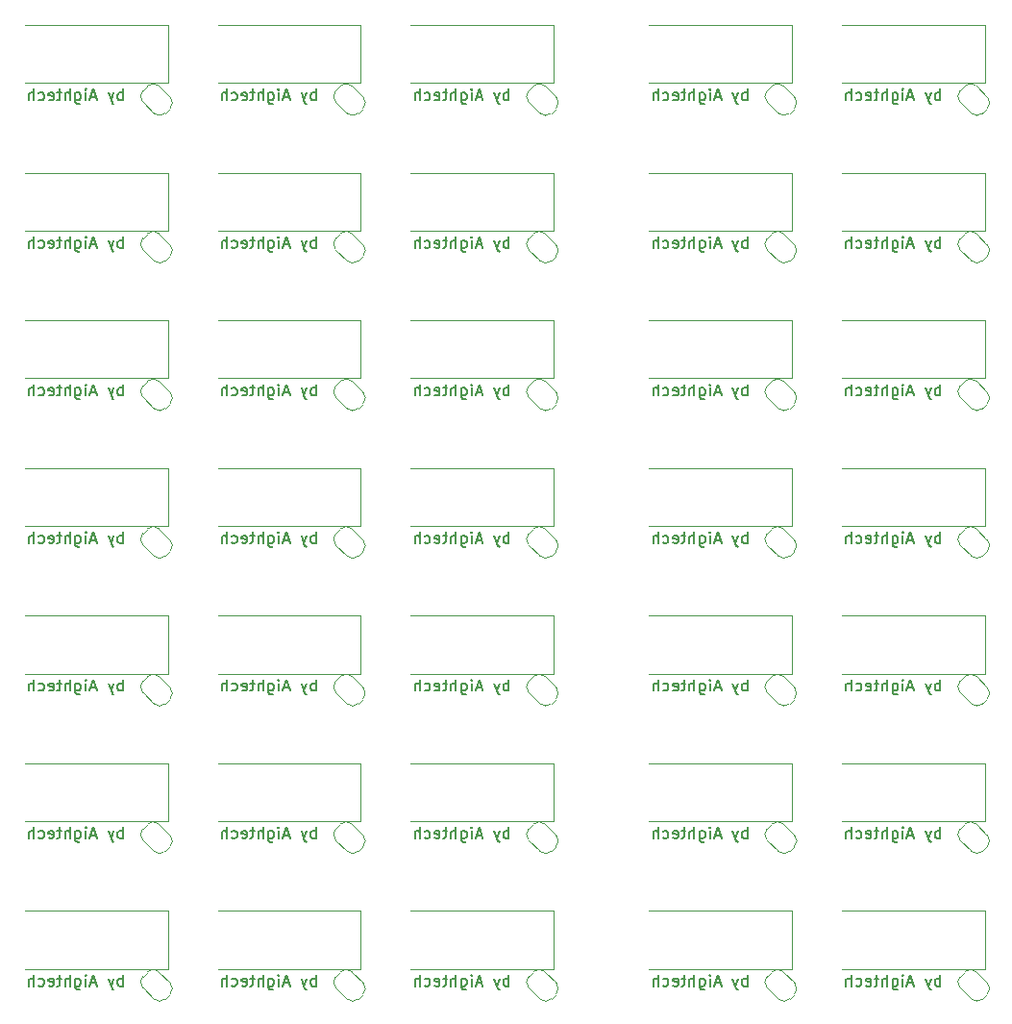
<source format=gbr>
%TF.GenerationSoftware,KiCad,Pcbnew,8.0.4-unknown-202407232306~396e531e7c~ubuntu22.04.1*%
%TF.CreationDate,2024-08-05T10:33:50+01:00*%
%TF.ProjectId,PANEL_ADS1293,50414e45-4c5f-4414-9453-313239332e6b,1.0*%
%TF.SameCoordinates,Original*%
%TF.FileFunction,Legend,Bot*%
%TF.FilePolarity,Positive*%
%FSLAX46Y46*%
G04 Gerber Fmt 4.6, Leading zero omitted, Abs format (unit mm)*
G04 Created by KiCad (PCBNEW 8.0.4-unknown-202407232306~396e531e7c~ubuntu22.04.1) date 2024-08-05 10:33:50*
%MOMM*%
%LPD*%
G01*
G04 APERTURE LIST*
G04 Aperture macros list*
%AMFreePoly0*
4,1,19,0.499999,-0.750000,0.000000,-0.750000,0.000000,-0.744912,-0.071157,-0.744911,-0.207708,-0.704816,-0.327430,-0.627875,-0.420627,-0.520320,-0.479746,-0.390866,-0.500000,-0.250000,-0.500000,0.250000,-0.479746,0.390866,-0.420627,0.520320,-0.327430,0.627875,-0.207708,0.704816,-0.071157,0.744911,0.000000,0.744912,0.000000,0.750000,0.499999,0.750000,0.499999,-0.750000,0.499999,-0.750000,
$1*%
%AMFreePoly1*
4,1,19,0.000000,0.744912,0.071157,0.744911,0.207708,0.704816,0.327430,0.627875,0.420627,0.520320,0.479746,0.390866,0.500000,0.250000,0.500000,-0.250000,0.479746,-0.390866,0.420627,-0.520320,0.327430,-0.627875,0.207708,-0.704816,0.071157,-0.744911,0.000000,-0.744912,0.000000,-0.750000,-0.499999,-0.750000,-0.499999,0.750000,0.000000,0.750000,0.000000,0.744912,0.000000,0.744912,
$1*%
G04 Aperture macros list end*
%ADD10C,0.150000*%
%ADD11C,0.120000*%
%ADD12C,0.000000*%
%ADD13FreePoly0,135.000000*%
%ADD14FreePoly1,135.000000*%
%ADD15R,4.500000X2.000000*%
%ADD16R,1.000000X1.000000*%
%ADD17C,0.500000*%
%ADD18C,2.000000*%
G04 APERTURE END LIST*
D10*
X88245857Y-67168819D02*
X88245857Y-66168819D01*
X88245857Y-66549771D02*
X88150619Y-66502152D01*
X88150619Y-66502152D02*
X87960143Y-66502152D01*
X87960143Y-66502152D02*
X87864905Y-66549771D01*
X87864905Y-66549771D02*
X87817286Y-66597390D01*
X87817286Y-66597390D02*
X87769667Y-66692628D01*
X87769667Y-66692628D02*
X87769667Y-66978342D01*
X87769667Y-66978342D02*
X87817286Y-67073580D01*
X87817286Y-67073580D02*
X87864905Y-67121200D01*
X87864905Y-67121200D02*
X87960143Y-67168819D01*
X87960143Y-67168819D02*
X88150619Y-67168819D01*
X88150619Y-67168819D02*
X88245857Y-67121200D01*
X87436333Y-66502152D02*
X87198238Y-67168819D01*
X86960143Y-66502152D02*
X87198238Y-67168819D01*
X87198238Y-67168819D02*
X87293476Y-67406914D01*
X87293476Y-67406914D02*
X87341095Y-67454533D01*
X87341095Y-67454533D02*
X87436333Y-67502152D01*
X85864904Y-66883104D02*
X85388714Y-66883104D01*
X85960142Y-67168819D02*
X85626809Y-66168819D01*
X85626809Y-66168819D02*
X85293476Y-67168819D01*
X84960142Y-67168819D02*
X84960142Y-66502152D01*
X84960142Y-66168819D02*
X85007761Y-66216438D01*
X85007761Y-66216438D02*
X84960142Y-66264057D01*
X84960142Y-66264057D02*
X84912523Y-66216438D01*
X84912523Y-66216438D02*
X84960142Y-66168819D01*
X84960142Y-66168819D02*
X84960142Y-66264057D01*
X84055381Y-66502152D02*
X84055381Y-67311676D01*
X84055381Y-67311676D02*
X84103000Y-67406914D01*
X84103000Y-67406914D02*
X84150619Y-67454533D01*
X84150619Y-67454533D02*
X84245857Y-67502152D01*
X84245857Y-67502152D02*
X84388714Y-67502152D01*
X84388714Y-67502152D02*
X84483952Y-67454533D01*
X84055381Y-67121200D02*
X84150619Y-67168819D01*
X84150619Y-67168819D02*
X84341095Y-67168819D01*
X84341095Y-67168819D02*
X84436333Y-67121200D01*
X84436333Y-67121200D02*
X84483952Y-67073580D01*
X84483952Y-67073580D02*
X84531571Y-66978342D01*
X84531571Y-66978342D02*
X84531571Y-66692628D01*
X84531571Y-66692628D02*
X84483952Y-66597390D01*
X84483952Y-66597390D02*
X84436333Y-66549771D01*
X84436333Y-66549771D02*
X84341095Y-66502152D01*
X84341095Y-66502152D02*
X84150619Y-66502152D01*
X84150619Y-66502152D02*
X84055381Y-66549771D01*
X83579190Y-67168819D02*
X83579190Y-66168819D01*
X83150619Y-67168819D02*
X83150619Y-66645009D01*
X83150619Y-66645009D02*
X83198238Y-66549771D01*
X83198238Y-66549771D02*
X83293476Y-66502152D01*
X83293476Y-66502152D02*
X83436333Y-66502152D01*
X83436333Y-66502152D02*
X83531571Y-66549771D01*
X83531571Y-66549771D02*
X83579190Y-66597390D01*
X82817285Y-66502152D02*
X82436333Y-66502152D01*
X82674428Y-66168819D02*
X82674428Y-67025961D01*
X82674428Y-67025961D02*
X82626809Y-67121200D01*
X82626809Y-67121200D02*
X82531571Y-67168819D01*
X82531571Y-67168819D02*
X82436333Y-67168819D01*
X81722047Y-67121200D02*
X81817285Y-67168819D01*
X81817285Y-67168819D02*
X82007761Y-67168819D01*
X82007761Y-67168819D02*
X82102999Y-67121200D01*
X82102999Y-67121200D02*
X82150618Y-67025961D01*
X82150618Y-67025961D02*
X82150618Y-66645009D01*
X82150618Y-66645009D02*
X82102999Y-66549771D01*
X82102999Y-66549771D02*
X82007761Y-66502152D01*
X82007761Y-66502152D02*
X81817285Y-66502152D01*
X81817285Y-66502152D02*
X81722047Y-66549771D01*
X81722047Y-66549771D02*
X81674428Y-66645009D01*
X81674428Y-66645009D02*
X81674428Y-66740247D01*
X81674428Y-66740247D02*
X82150618Y-66835485D01*
X80817285Y-67121200D02*
X80912523Y-67168819D01*
X80912523Y-67168819D02*
X81102999Y-67168819D01*
X81102999Y-67168819D02*
X81198237Y-67121200D01*
X81198237Y-67121200D02*
X81245856Y-67073580D01*
X81245856Y-67073580D02*
X81293475Y-66978342D01*
X81293475Y-66978342D02*
X81293475Y-66692628D01*
X81293475Y-66692628D02*
X81245856Y-66597390D01*
X81245856Y-66597390D02*
X81198237Y-66549771D01*
X81198237Y-66549771D02*
X81102999Y-66502152D01*
X81102999Y-66502152D02*
X80912523Y-66502152D01*
X80912523Y-66502152D02*
X80817285Y-66549771D01*
X80388713Y-67168819D02*
X80388713Y-66168819D01*
X79960142Y-67168819D02*
X79960142Y-66645009D01*
X79960142Y-66645009D02*
X80007761Y-66549771D01*
X80007761Y-66549771D02*
X80102999Y-66502152D01*
X80102999Y-66502152D02*
X80245856Y-66502152D01*
X80245856Y-66502152D02*
X80341094Y-66549771D01*
X80341094Y-66549771D02*
X80388713Y-66597390D01*
X50245857Y-41168819D02*
X50245857Y-40168819D01*
X50245857Y-40549771D02*
X50150619Y-40502152D01*
X50150619Y-40502152D02*
X49960143Y-40502152D01*
X49960143Y-40502152D02*
X49864905Y-40549771D01*
X49864905Y-40549771D02*
X49817286Y-40597390D01*
X49817286Y-40597390D02*
X49769667Y-40692628D01*
X49769667Y-40692628D02*
X49769667Y-40978342D01*
X49769667Y-40978342D02*
X49817286Y-41073580D01*
X49817286Y-41073580D02*
X49864905Y-41121200D01*
X49864905Y-41121200D02*
X49960143Y-41168819D01*
X49960143Y-41168819D02*
X50150619Y-41168819D01*
X50150619Y-41168819D02*
X50245857Y-41121200D01*
X49436334Y-40502152D02*
X49198239Y-41168819D01*
X48960144Y-40502152D02*
X49198239Y-41168819D01*
X49198239Y-41168819D02*
X49293477Y-41406914D01*
X49293477Y-41406914D02*
X49341096Y-41454533D01*
X49341096Y-41454533D02*
X49436334Y-41502152D01*
X47864905Y-40883104D02*
X47388715Y-40883104D01*
X47960143Y-41168819D02*
X47626810Y-40168819D01*
X47626810Y-40168819D02*
X47293477Y-41168819D01*
X46960143Y-41168819D02*
X46960143Y-40502152D01*
X46960143Y-40168819D02*
X47007762Y-40216438D01*
X47007762Y-40216438D02*
X46960143Y-40264057D01*
X46960143Y-40264057D02*
X46912524Y-40216438D01*
X46912524Y-40216438D02*
X46960143Y-40168819D01*
X46960143Y-40168819D02*
X46960143Y-40264057D01*
X46055382Y-40502152D02*
X46055382Y-41311676D01*
X46055382Y-41311676D02*
X46103001Y-41406914D01*
X46103001Y-41406914D02*
X46150620Y-41454533D01*
X46150620Y-41454533D02*
X46245858Y-41502152D01*
X46245858Y-41502152D02*
X46388715Y-41502152D01*
X46388715Y-41502152D02*
X46483953Y-41454533D01*
X46055382Y-41121200D02*
X46150620Y-41168819D01*
X46150620Y-41168819D02*
X46341096Y-41168819D01*
X46341096Y-41168819D02*
X46436334Y-41121200D01*
X46436334Y-41121200D02*
X46483953Y-41073580D01*
X46483953Y-41073580D02*
X46531572Y-40978342D01*
X46531572Y-40978342D02*
X46531572Y-40692628D01*
X46531572Y-40692628D02*
X46483953Y-40597390D01*
X46483953Y-40597390D02*
X46436334Y-40549771D01*
X46436334Y-40549771D02*
X46341096Y-40502152D01*
X46341096Y-40502152D02*
X46150620Y-40502152D01*
X46150620Y-40502152D02*
X46055382Y-40549771D01*
X45579191Y-41168819D02*
X45579191Y-40168819D01*
X45150620Y-41168819D02*
X45150620Y-40645009D01*
X45150620Y-40645009D02*
X45198239Y-40549771D01*
X45198239Y-40549771D02*
X45293477Y-40502152D01*
X45293477Y-40502152D02*
X45436334Y-40502152D01*
X45436334Y-40502152D02*
X45531572Y-40549771D01*
X45531572Y-40549771D02*
X45579191Y-40597390D01*
X44817286Y-40502152D02*
X44436334Y-40502152D01*
X44674429Y-40168819D02*
X44674429Y-41025961D01*
X44674429Y-41025961D02*
X44626810Y-41121200D01*
X44626810Y-41121200D02*
X44531572Y-41168819D01*
X44531572Y-41168819D02*
X44436334Y-41168819D01*
X43722048Y-41121200D02*
X43817286Y-41168819D01*
X43817286Y-41168819D02*
X44007762Y-41168819D01*
X44007762Y-41168819D02*
X44103000Y-41121200D01*
X44103000Y-41121200D02*
X44150619Y-41025961D01*
X44150619Y-41025961D02*
X44150619Y-40645009D01*
X44150619Y-40645009D02*
X44103000Y-40549771D01*
X44103000Y-40549771D02*
X44007762Y-40502152D01*
X44007762Y-40502152D02*
X43817286Y-40502152D01*
X43817286Y-40502152D02*
X43722048Y-40549771D01*
X43722048Y-40549771D02*
X43674429Y-40645009D01*
X43674429Y-40645009D02*
X43674429Y-40740247D01*
X43674429Y-40740247D02*
X44150619Y-40835485D01*
X42817286Y-41121200D02*
X42912524Y-41168819D01*
X42912524Y-41168819D02*
X43103000Y-41168819D01*
X43103000Y-41168819D02*
X43198238Y-41121200D01*
X43198238Y-41121200D02*
X43245857Y-41073580D01*
X43245857Y-41073580D02*
X43293476Y-40978342D01*
X43293476Y-40978342D02*
X43293476Y-40692628D01*
X43293476Y-40692628D02*
X43245857Y-40597390D01*
X43245857Y-40597390D02*
X43198238Y-40549771D01*
X43198238Y-40549771D02*
X43103000Y-40502152D01*
X43103000Y-40502152D02*
X42912524Y-40502152D01*
X42912524Y-40502152D02*
X42817286Y-40549771D01*
X42388714Y-41168819D02*
X42388714Y-40168819D01*
X41960143Y-41168819D02*
X41960143Y-40645009D01*
X41960143Y-40645009D02*
X42007762Y-40549771D01*
X42007762Y-40549771D02*
X42103000Y-40502152D01*
X42103000Y-40502152D02*
X42245857Y-40502152D01*
X42245857Y-40502152D02*
X42341095Y-40549771D01*
X42341095Y-40549771D02*
X42388714Y-40597390D01*
X33245858Y-80168819D02*
X33245858Y-79168819D01*
X33245858Y-79549771D02*
X33150620Y-79502152D01*
X33150620Y-79502152D02*
X32960144Y-79502152D01*
X32960144Y-79502152D02*
X32864906Y-79549771D01*
X32864906Y-79549771D02*
X32817287Y-79597390D01*
X32817287Y-79597390D02*
X32769668Y-79692628D01*
X32769668Y-79692628D02*
X32769668Y-79978342D01*
X32769668Y-79978342D02*
X32817287Y-80073580D01*
X32817287Y-80073580D02*
X32864906Y-80121200D01*
X32864906Y-80121200D02*
X32960144Y-80168819D01*
X32960144Y-80168819D02*
X33150620Y-80168819D01*
X33150620Y-80168819D02*
X33245858Y-80121200D01*
X32436334Y-79502152D02*
X32198239Y-80168819D01*
X31960144Y-79502152D02*
X32198239Y-80168819D01*
X32198239Y-80168819D02*
X32293477Y-80406914D01*
X32293477Y-80406914D02*
X32341096Y-80454533D01*
X32341096Y-80454533D02*
X32436334Y-80502152D01*
X30864905Y-79883104D02*
X30388715Y-79883104D01*
X30960143Y-80168819D02*
X30626810Y-79168819D01*
X30626810Y-79168819D02*
X30293477Y-80168819D01*
X29960143Y-80168819D02*
X29960143Y-79502152D01*
X29960143Y-79168819D02*
X30007762Y-79216438D01*
X30007762Y-79216438D02*
X29960143Y-79264057D01*
X29960143Y-79264057D02*
X29912524Y-79216438D01*
X29912524Y-79216438D02*
X29960143Y-79168819D01*
X29960143Y-79168819D02*
X29960143Y-79264057D01*
X29055382Y-79502152D02*
X29055382Y-80311676D01*
X29055382Y-80311676D02*
X29103001Y-80406914D01*
X29103001Y-80406914D02*
X29150620Y-80454533D01*
X29150620Y-80454533D02*
X29245858Y-80502152D01*
X29245858Y-80502152D02*
X29388715Y-80502152D01*
X29388715Y-80502152D02*
X29483953Y-80454533D01*
X29055382Y-80121200D02*
X29150620Y-80168819D01*
X29150620Y-80168819D02*
X29341096Y-80168819D01*
X29341096Y-80168819D02*
X29436334Y-80121200D01*
X29436334Y-80121200D02*
X29483953Y-80073580D01*
X29483953Y-80073580D02*
X29531572Y-79978342D01*
X29531572Y-79978342D02*
X29531572Y-79692628D01*
X29531572Y-79692628D02*
X29483953Y-79597390D01*
X29483953Y-79597390D02*
X29436334Y-79549771D01*
X29436334Y-79549771D02*
X29341096Y-79502152D01*
X29341096Y-79502152D02*
X29150620Y-79502152D01*
X29150620Y-79502152D02*
X29055382Y-79549771D01*
X28579191Y-80168819D02*
X28579191Y-79168819D01*
X28150620Y-80168819D02*
X28150620Y-79645009D01*
X28150620Y-79645009D02*
X28198239Y-79549771D01*
X28198239Y-79549771D02*
X28293477Y-79502152D01*
X28293477Y-79502152D02*
X28436334Y-79502152D01*
X28436334Y-79502152D02*
X28531572Y-79549771D01*
X28531572Y-79549771D02*
X28579191Y-79597390D01*
X27817286Y-79502152D02*
X27436334Y-79502152D01*
X27674429Y-79168819D02*
X27674429Y-80025961D01*
X27674429Y-80025961D02*
X27626810Y-80121200D01*
X27626810Y-80121200D02*
X27531572Y-80168819D01*
X27531572Y-80168819D02*
X27436334Y-80168819D01*
X26722048Y-80121200D02*
X26817286Y-80168819D01*
X26817286Y-80168819D02*
X27007762Y-80168819D01*
X27007762Y-80168819D02*
X27103000Y-80121200D01*
X27103000Y-80121200D02*
X27150619Y-80025961D01*
X27150619Y-80025961D02*
X27150619Y-79645009D01*
X27150619Y-79645009D02*
X27103000Y-79549771D01*
X27103000Y-79549771D02*
X27007762Y-79502152D01*
X27007762Y-79502152D02*
X26817286Y-79502152D01*
X26817286Y-79502152D02*
X26722048Y-79549771D01*
X26722048Y-79549771D02*
X26674429Y-79645009D01*
X26674429Y-79645009D02*
X26674429Y-79740247D01*
X26674429Y-79740247D02*
X27150619Y-79835485D01*
X25817286Y-80121200D02*
X25912524Y-80168819D01*
X25912524Y-80168819D02*
X26103000Y-80168819D01*
X26103000Y-80168819D02*
X26198238Y-80121200D01*
X26198238Y-80121200D02*
X26245857Y-80073580D01*
X26245857Y-80073580D02*
X26293476Y-79978342D01*
X26293476Y-79978342D02*
X26293476Y-79692628D01*
X26293476Y-79692628D02*
X26245857Y-79597390D01*
X26245857Y-79597390D02*
X26198238Y-79549771D01*
X26198238Y-79549771D02*
X26103000Y-79502152D01*
X26103000Y-79502152D02*
X25912524Y-79502152D01*
X25912524Y-79502152D02*
X25817286Y-79549771D01*
X25388714Y-80168819D02*
X25388714Y-79168819D01*
X24960143Y-80168819D02*
X24960143Y-79645009D01*
X24960143Y-79645009D02*
X25007762Y-79549771D01*
X25007762Y-79549771D02*
X25103000Y-79502152D01*
X25103000Y-79502152D02*
X25245857Y-79502152D01*
X25245857Y-79502152D02*
X25341095Y-79549771D01*
X25341095Y-79549771D02*
X25388714Y-79597390D01*
X16245858Y-93168819D02*
X16245858Y-92168819D01*
X16245858Y-92549771D02*
X16150620Y-92502152D01*
X16150620Y-92502152D02*
X15960144Y-92502152D01*
X15960144Y-92502152D02*
X15864906Y-92549771D01*
X15864906Y-92549771D02*
X15817287Y-92597390D01*
X15817287Y-92597390D02*
X15769668Y-92692628D01*
X15769668Y-92692628D02*
X15769668Y-92978342D01*
X15769668Y-92978342D02*
X15817287Y-93073580D01*
X15817287Y-93073580D02*
X15864906Y-93121200D01*
X15864906Y-93121200D02*
X15960144Y-93168819D01*
X15960144Y-93168819D02*
X16150620Y-93168819D01*
X16150620Y-93168819D02*
X16245858Y-93121200D01*
X15436334Y-92502152D02*
X15198239Y-93168819D01*
X14960144Y-92502152D02*
X15198239Y-93168819D01*
X15198239Y-93168819D02*
X15293477Y-93406914D01*
X15293477Y-93406914D02*
X15341096Y-93454533D01*
X15341096Y-93454533D02*
X15436334Y-93502152D01*
X13864905Y-92883104D02*
X13388715Y-92883104D01*
X13960143Y-93168819D02*
X13626810Y-92168819D01*
X13626810Y-92168819D02*
X13293477Y-93168819D01*
X12960143Y-93168819D02*
X12960143Y-92502152D01*
X12960143Y-92168819D02*
X13007762Y-92216438D01*
X13007762Y-92216438D02*
X12960143Y-92264057D01*
X12960143Y-92264057D02*
X12912524Y-92216438D01*
X12912524Y-92216438D02*
X12960143Y-92168819D01*
X12960143Y-92168819D02*
X12960143Y-92264057D01*
X12055382Y-92502152D02*
X12055382Y-93311676D01*
X12055382Y-93311676D02*
X12103001Y-93406914D01*
X12103001Y-93406914D02*
X12150620Y-93454533D01*
X12150620Y-93454533D02*
X12245858Y-93502152D01*
X12245858Y-93502152D02*
X12388715Y-93502152D01*
X12388715Y-93502152D02*
X12483953Y-93454533D01*
X12055382Y-93121200D02*
X12150620Y-93168819D01*
X12150620Y-93168819D02*
X12341096Y-93168819D01*
X12341096Y-93168819D02*
X12436334Y-93121200D01*
X12436334Y-93121200D02*
X12483953Y-93073580D01*
X12483953Y-93073580D02*
X12531572Y-92978342D01*
X12531572Y-92978342D02*
X12531572Y-92692628D01*
X12531572Y-92692628D02*
X12483953Y-92597390D01*
X12483953Y-92597390D02*
X12436334Y-92549771D01*
X12436334Y-92549771D02*
X12341096Y-92502152D01*
X12341096Y-92502152D02*
X12150620Y-92502152D01*
X12150620Y-92502152D02*
X12055382Y-92549771D01*
X11579191Y-93168819D02*
X11579191Y-92168819D01*
X11150620Y-93168819D02*
X11150620Y-92645009D01*
X11150620Y-92645009D02*
X11198239Y-92549771D01*
X11198239Y-92549771D02*
X11293477Y-92502152D01*
X11293477Y-92502152D02*
X11436334Y-92502152D01*
X11436334Y-92502152D02*
X11531572Y-92549771D01*
X11531572Y-92549771D02*
X11579191Y-92597390D01*
X10817286Y-92502152D02*
X10436334Y-92502152D01*
X10674429Y-92168819D02*
X10674429Y-93025961D01*
X10674429Y-93025961D02*
X10626810Y-93121200D01*
X10626810Y-93121200D02*
X10531572Y-93168819D01*
X10531572Y-93168819D02*
X10436334Y-93168819D01*
X9722048Y-93121200D02*
X9817286Y-93168819D01*
X9817286Y-93168819D02*
X10007762Y-93168819D01*
X10007762Y-93168819D02*
X10103000Y-93121200D01*
X10103000Y-93121200D02*
X10150619Y-93025961D01*
X10150619Y-93025961D02*
X10150619Y-92645009D01*
X10150619Y-92645009D02*
X10103000Y-92549771D01*
X10103000Y-92549771D02*
X10007762Y-92502152D01*
X10007762Y-92502152D02*
X9817286Y-92502152D01*
X9817286Y-92502152D02*
X9722048Y-92549771D01*
X9722048Y-92549771D02*
X9674429Y-92645009D01*
X9674429Y-92645009D02*
X9674429Y-92740247D01*
X9674429Y-92740247D02*
X10150619Y-92835485D01*
X8817286Y-93121200D02*
X8912524Y-93168819D01*
X8912524Y-93168819D02*
X9103000Y-93168819D01*
X9103000Y-93168819D02*
X9198238Y-93121200D01*
X9198238Y-93121200D02*
X9245857Y-93073580D01*
X9245857Y-93073580D02*
X9293476Y-92978342D01*
X9293476Y-92978342D02*
X9293476Y-92692628D01*
X9293476Y-92692628D02*
X9245857Y-92597390D01*
X9245857Y-92597390D02*
X9198238Y-92549771D01*
X9198238Y-92549771D02*
X9103000Y-92502152D01*
X9103000Y-92502152D02*
X8912524Y-92502152D01*
X8912524Y-92502152D02*
X8817286Y-92549771D01*
X8388714Y-93168819D02*
X8388714Y-92168819D01*
X7960143Y-93168819D02*
X7960143Y-92645009D01*
X7960143Y-92645009D02*
X8007762Y-92549771D01*
X8007762Y-92549771D02*
X8103000Y-92502152D01*
X8103000Y-92502152D02*
X8245857Y-92502152D01*
X8245857Y-92502152D02*
X8341095Y-92549771D01*
X8341095Y-92549771D02*
X8388714Y-92597390D01*
X71245857Y-28168819D02*
X71245857Y-27168819D01*
X71245857Y-27549771D02*
X71150619Y-27502152D01*
X71150619Y-27502152D02*
X70960143Y-27502152D01*
X70960143Y-27502152D02*
X70864905Y-27549771D01*
X70864905Y-27549771D02*
X70817286Y-27597390D01*
X70817286Y-27597390D02*
X70769667Y-27692628D01*
X70769667Y-27692628D02*
X70769667Y-27978342D01*
X70769667Y-27978342D02*
X70817286Y-28073580D01*
X70817286Y-28073580D02*
X70864905Y-28121200D01*
X70864905Y-28121200D02*
X70960143Y-28168819D01*
X70960143Y-28168819D02*
X71150619Y-28168819D01*
X71150619Y-28168819D02*
X71245857Y-28121200D01*
X70436333Y-27502152D02*
X70198238Y-28168819D01*
X69960143Y-27502152D02*
X70198238Y-28168819D01*
X70198238Y-28168819D02*
X70293476Y-28406914D01*
X70293476Y-28406914D02*
X70341095Y-28454533D01*
X70341095Y-28454533D02*
X70436333Y-28502152D01*
X68864904Y-27883104D02*
X68388714Y-27883104D01*
X68960142Y-28168819D02*
X68626809Y-27168819D01*
X68626809Y-27168819D02*
X68293476Y-28168819D01*
X67960142Y-28168819D02*
X67960142Y-27502152D01*
X67960142Y-27168819D02*
X68007761Y-27216438D01*
X68007761Y-27216438D02*
X67960142Y-27264057D01*
X67960142Y-27264057D02*
X67912523Y-27216438D01*
X67912523Y-27216438D02*
X67960142Y-27168819D01*
X67960142Y-27168819D02*
X67960142Y-27264057D01*
X67055381Y-27502152D02*
X67055381Y-28311676D01*
X67055381Y-28311676D02*
X67103000Y-28406914D01*
X67103000Y-28406914D02*
X67150619Y-28454533D01*
X67150619Y-28454533D02*
X67245857Y-28502152D01*
X67245857Y-28502152D02*
X67388714Y-28502152D01*
X67388714Y-28502152D02*
X67483952Y-28454533D01*
X67055381Y-28121200D02*
X67150619Y-28168819D01*
X67150619Y-28168819D02*
X67341095Y-28168819D01*
X67341095Y-28168819D02*
X67436333Y-28121200D01*
X67436333Y-28121200D02*
X67483952Y-28073580D01*
X67483952Y-28073580D02*
X67531571Y-27978342D01*
X67531571Y-27978342D02*
X67531571Y-27692628D01*
X67531571Y-27692628D02*
X67483952Y-27597390D01*
X67483952Y-27597390D02*
X67436333Y-27549771D01*
X67436333Y-27549771D02*
X67341095Y-27502152D01*
X67341095Y-27502152D02*
X67150619Y-27502152D01*
X67150619Y-27502152D02*
X67055381Y-27549771D01*
X66579190Y-28168819D02*
X66579190Y-27168819D01*
X66150619Y-28168819D02*
X66150619Y-27645009D01*
X66150619Y-27645009D02*
X66198238Y-27549771D01*
X66198238Y-27549771D02*
X66293476Y-27502152D01*
X66293476Y-27502152D02*
X66436333Y-27502152D01*
X66436333Y-27502152D02*
X66531571Y-27549771D01*
X66531571Y-27549771D02*
X66579190Y-27597390D01*
X65817285Y-27502152D02*
X65436333Y-27502152D01*
X65674428Y-27168819D02*
X65674428Y-28025961D01*
X65674428Y-28025961D02*
X65626809Y-28121200D01*
X65626809Y-28121200D02*
X65531571Y-28168819D01*
X65531571Y-28168819D02*
X65436333Y-28168819D01*
X64722047Y-28121200D02*
X64817285Y-28168819D01*
X64817285Y-28168819D02*
X65007761Y-28168819D01*
X65007761Y-28168819D02*
X65102999Y-28121200D01*
X65102999Y-28121200D02*
X65150618Y-28025961D01*
X65150618Y-28025961D02*
X65150618Y-27645009D01*
X65150618Y-27645009D02*
X65102999Y-27549771D01*
X65102999Y-27549771D02*
X65007761Y-27502152D01*
X65007761Y-27502152D02*
X64817285Y-27502152D01*
X64817285Y-27502152D02*
X64722047Y-27549771D01*
X64722047Y-27549771D02*
X64674428Y-27645009D01*
X64674428Y-27645009D02*
X64674428Y-27740247D01*
X64674428Y-27740247D02*
X65150618Y-27835485D01*
X63817285Y-28121200D02*
X63912523Y-28168819D01*
X63912523Y-28168819D02*
X64102999Y-28168819D01*
X64102999Y-28168819D02*
X64198237Y-28121200D01*
X64198237Y-28121200D02*
X64245856Y-28073580D01*
X64245856Y-28073580D02*
X64293475Y-27978342D01*
X64293475Y-27978342D02*
X64293475Y-27692628D01*
X64293475Y-27692628D02*
X64245856Y-27597390D01*
X64245856Y-27597390D02*
X64198237Y-27549771D01*
X64198237Y-27549771D02*
X64102999Y-27502152D01*
X64102999Y-27502152D02*
X63912523Y-27502152D01*
X63912523Y-27502152D02*
X63817285Y-27549771D01*
X63388713Y-28168819D02*
X63388713Y-27168819D01*
X62960142Y-28168819D02*
X62960142Y-27645009D01*
X62960142Y-27645009D02*
X63007761Y-27549771D01*
X63007761Y-27549771D02*
X63102999Y-27502152D01*
X63102999Y-27502152D02*
X63245856Y-27502152D01*
X63245856Y-27502152D02*
X63341094Y-27549771D01*
X63341094Y-27549771D02*
X63388713Y-27597390D01*
X16245858Y-54168819D02*
X16245858Y-53168819D01*
X16245858Y-53549771D02*
X16150620Y-53502152D01*
X16150620Y-53502152D02*
X15960144Y-53502152D01*
X15960144Y-53502152D02*
X15864906Y-53549771D01*
X15864906Y-53549771D02*
X15817287Y-53597390D01*
X15817287Y-53597390D02*
X15769668Y-53692628D01*
X15769668Y-53692628D02*
X15769668Y-53978342D01*
X15769668Y-53978342D02*
X15817287Y-54073580D01*
X15817287Y-54073580D02*
X15864906Y-54121200D01*
X15864906Y-54121200D02*
X15960144Y-54168819D01*
X15960144Y-54168819D02*
X16150620Y-54168819D01*
X16150620Y-54168819D02*
X16245858Y-54121200D01*
X15436334Y-53502152D02*
X15198239Y-54168819D01*
X14960144Y-53502152D02*
X15198239Y-54168819D01*
X15198239Y-54168819D02*
X15293477Y-54406914D01*
X15293477Y-54406914D02*
X15341096Y-54454533D01*
X15341096Y-54454533D02*
X15436334Y-54502152D01*
X13864905Y-53883104D02*
X13388715Y-53883104D01*
X13960143Y-54168819D02*
X13626810Y-53168819D01*
X13626810Y-53168819D02*
X13293477Y-54168819D01*
X12960143Y-54168819D02*
X12960143Y-53502152D01*
X12960143Y-53168819D02*
X13007762Y-53216438D01*
X13007762Y-53216438D02*
X12960143Y-53264057D01*
X12960143Y-53264057D02*
X12912524Y-53216438D01*
X12912524Y-53216438D02*
X12960143Y-53168819D01*
X12960143Y-53168819D02*
X12960143Y-53264057D01*
X12055382Y-53502152D02*
X12055382Y-54311676D01*
X12055382Y-54311676D02*
X12103001Y-54406914D01*
X12103001Y-54406914D02*
X12150620Y-54454533D01*
X12150620Y-54454533D02*
X12245858Y-54502152D01*
X12245858Y-54502152D02*
X12388715Y-54502152D01*
X12388715Y-54502152D02*
X12483953Y-54454533D01*
X12055382Y-54121200D02*
X12150620Y-54168819D01*
X12150620Y-54168819D02*
X12341096Y-54168819D01*
X12341096Y-54168819D02*
X12436334Y-54121200D01*
X12436334Y-54121200D02*
X12483953Y-54073580D01*
X12483953Y-54073580D02*
X12531572Y-53978342D01*
X12531572Y-53978342D02*
X12531572Y-53692628D01*
X12531572Y-53692628D02*
X12483953Y-53597390D01*
X12483953Y-53597390D02*
X12436334Y-53549771D01*
X12436334Y-53549771D02*
X12341096Y-53502152D01*
X12341096Y-53502152D02*
X12150620Y-53502152D01*
X12150620Y-53502152D02*
X12055382Y-53549771D01*
X11579191Y-54168819D02*
X11579191Y-53168819D01*
X11150620Y-54168819D02*
X11150620Y-53645009D01*
X11150620Y-53645009D02*
X11198239Y-53549771D01*
X11198239Y-53549771D02*
X11293477Y-53502152D01*
X11293477Y-53502152D02*
X11436334Y-53502152D01*
X11436334Y-53502152D02*
X11531572Y-53549771D01*
X11531572Y-53549771D02*
X11579191Y-53597390D01*
X10817286Y-53502152D02*
X10436334Y-53502152D01*
X10674429Y-53168819D02*
X10674429Y-54025961D01*
X10674429Y-54025961D02*
X10626810Y-54121200D01*
X10626810Y-54121200D02*
X10531572Y-54168819D01*
X10531572Y-54168819D02*
X10436334Y-54168819D01*
X9722048Y-54121200D02*
X9817286Y-54168819D01*
X9817286Y-54168819D02*
X10007762Y-54168819D01*
X10007762Y-54168819D02*
X10103000Y-54121200D01*
X10103000Y-54121200D02*
X10150619Y-54025961D01*
X10150619Y-54025961D02*
X10150619Y-53645009D01*
X10150619Y-53645009D02*
X10103000Y-53549771D01*
X10103000Y-53549771D02*
X10007762Y-53502152D01*
X10007762Y-53502152D02*
X9817286Y-53502152D01*
X9817286Y-53502152D02*
X9722048Y-53549771D01*
X9722048Y-53549771D02*
X9674429Y-53645009D01*
X9674429Y-53645009D02*
X9674429Y-53740247D01*
X9674429Y-53740247D02*
X10150619Y-53835485D01*
X8817286Y-54121200D02*
X8912524Y-54168819D01*
X8912524Y-54168819D02*
X9103000Y-54168819D01*
X9103000Y-54168819D02*
X9198238Y-54121200D01*
X9198238Y-54121200D02*
X9245857Y-54073580D01*
X9245857Y-54073580D02*
X9293476Y-53978342D01*
X9293476Y-53978342D02*
X9293476Y-53692628D01*
X9293476Y-53692628D02*
X9245857Y-53597390D01*
X9245857Y-53597390D02*
X9198238Y-53549771D01*
X9198238Y-53549771D02*
X9103000Y-53502152D01*
X9103000Y-53502152D02*
X8912524Y-53502152D01*
X8912524Y-53502152D02*
X8817286Y-53549771D01*
X8388714Y-54168819D02*
X8388714Y-53168819D01*
X7960143Y-54168819D02*
X7960143Y-53645009D01*
X7960143Y-53645009D02*
X8007762Y-53549771D01*
X8007762Y-53549771D02*
X8103000Y-53502152D01*
X8103000Y-53502152D02*
X8245857Y-53502152D01*
X8245857Y-53502152D02*
X8341095Y-53549771D01*
X8341095Y-53549771D02*
X8388714Y-53597390D01*
X16245858Y-41168819D02*
X16245858Y-40168819D01*
X16245858Y-40549771D02*
X16150620Y-40502152D01*
X16150620Y-40502152D02*
X15960144Y-40502152D01*
X15960144Y-40502152D02*
X15864906Y-40549771D01*
X15864906Y-40549771D02*
X15817287Y-40597390D01*
X15817287Y-40597390D02*
X15769668Y-40692628D01*
X15769668Y-40692628D02*
X15769668Y-40978342D01*
X15769668Y-40978342D02*
X15817287Y-41073580D01*
X15817287Y-41073580D02*
X15864906Y-41121200D01*
X15864906Y-41121200D02*
X15960144Y-41168819D01*
X15960144Y-41168819D02*
X16150620Y-41168819D01*
X16150620Y-41168819D02*
X16245858Y-41121200D01*
X15436334Y-40502152D02*
X15198239Y-41168819D01*
X14960144Y-40502152D02*
X15198239Y-41168819D01*
X15198239Y-41168819D02*
X15293477Y-41406914D01*
X15293477Y-41406914D02*
X15341096Y-41454533D01*
X15341096Y-41454533D02*
X15436334Y-41502152D01*
X13864905Y-40883104D02*
X13388715Y-40883104D01*
X13960143Y-41168819D02*
X13626810Y-40168819D01*
X13626810Y-40168819D02*
X13293477Y-41168819D01*
X12960143Y-41168819D02*
X12960143Y-40502152D01*
X12960143Y-40168819D02*
X13007762Y-40216438D01*
X13007762Y-40216438D02*
X12960143Y-40264057D01*
X12960143Y-40264057D02*
X12912524Y-40216438D01*
X12912524Y-40216438D02*
X12960143Y-40168819D01*
X12960143Y-40168819D02*
X12960143Y-40264057D01*
X12055382Y-40502152D02*
X12055382Y-41311676D01*
X12055382Y-41311676D02*
X12103001Y-41406914D01*
X12103001Y-41406914D02*
X12150620Y-41454533D01*
X12150620Y-41454533D02*
X12245858Y-41502152D01*
X12245858Y-41502152D02*
X12388715Y-41502152D01*
X12388715Y-41502152D02*
X12483953Y-41454533D01*
X12055382Y-41121200D02*
X12150620Y-41168819D01*
X12150620Y-41168819D02*
X12341096Y-41168819D01*
X12341096Y-41168819D02*
X12436334Y-41121200D01*
X12436334Y-41121200D02*
X12483953Y-41073580D01*
X12483953Y-41073580D02*
X12531572Y-40978342D01*
X12531572Y-40978342D02*
X12531572Y-40692628D01*
X12531572Y-40692628D02*
X12483953Y-40597390D01*
X12483953Y-40597390D02*
X12436334Y-40549771D01*
X12436334Y-40549771D02*
X12341096Y-40502152D01*
X12341096Y-40502152D02*
X12150620Y-40502152D01*
X12150620Y-40502152D02*
X12055382Y-40549771D01*
X11579191Y-41168819D02*
X11579191Y-40168819D01*
X11150620Y-41168819D02*
X11150620Y-40645009D01*
X11150620Y-40645009D02*
X11198239Y-40549771D01*
X11198239Y-40549771D02*
X11293477Y-40502152D01*
X11293477Y-40502152D02*
X11436334Y-40502152D01*
X11436334Y-40502152D02*
X11531572Y-40549771D01*
X11531572Y-40549771D02*
X11579191Y-40597390D01*
X10817286Y-40502152D02*
X10436334Y-40502152D01*
X10674429Y-40168819D02*
X10674429Y-41025961D01*
X10674429Y-41025961D02*
X10626810Y-41121200D01*
X10626810Y-41121200D02*
X10531572Y-41168819D01*
X10531572Y-41168819D02*
X10436334Y-41168819D01*
X9722048Y-41121200D02*
X9817286Y-41168819D01*
X9817286Y-41168819D02*
X10007762Y-41168819D01*
X10007762Y-41168819D02*
X10103000Y-41121200D01*
X10103000Y-41121200D02*
X10150619Y-41025961D01*
X10150619Y-41025961D02*
X10150619Y-40645009D01*
X10150619Y-40645009D02*
X10103000Y-40549771D01*
X10103000Y-40549771D02*
X10007762Y-40502152D01*
X10007762Y-40502152D02*
X9817286Y-40502152D01*
X9817286Y-40502152D02*
X9722048Y-40549771D01*
X9722048Y-40549771D02*
X9674429Y-40645009D01*
X9674429Y-40645009D02*
X9674429Y-40740247D01*
X9674429Y-40740247D02*
X10150619Y-40835485D01*
X8817286Y-41121200D02*
X8912524Y-41168819D01*
X8912524Y-41168819D02*
X9103000Y-41168819D01*
X9103000Y-41168819D02*
X9198238Y-41121200D01*
X9198238Y-41121200D02*
X9245857Y-41073580D01*
X9245857Y-41073580D02*
X9293476Y-40978342D01*
X9293476Y-40978342D02*
X9293476Y-40692628D01*
X9293476Y-40692628D02*
X9245857Y-40597390D01*
X9245857Y-40597390D02*
X9198238Y-40549771D01*
X9198238Y-40549771D02*
X9103000Y-40502152D01*
X9103000Y-40502152D02*
X8912524Y-40502152D01*
X8912524Y-40502152D02*
X8817286Y-40549771D01*
X8388714Y-41168819D02*
X8388714Y-40168819D01*
X7960143Y-41168819D02*
X7960143Y-40645009D01*
X7960143Y-40645009D02*
X8007762Y-40549771D01*
X8007762Y-40549771D02*
X8103000Y-40502152D01*
X8103000Y-40502152D02*
X8245857Y-40502152D01*
X8245857Y-40502152D02*
X8341095Y-40549771D01*
X8341095Y-40549771D02*
X8388714Y-40597390D01*
X16245858Y-28168819D02*
X16245858Y-27168819D01*
X16245858Y-27549771D02*
X16150620Y-27502152D01*
X16150620Y-27502152D02*
X15960144Y-27502152D01*
X15960144Y-27502152D02*
X15864906Y-27549771D01*
X15864906Y-27549771D02*
X15817287Y-27597390D01*
X15817287Y-27597390D02*
X15769668Y-27692628D01*
X15769668Y-27692628D02*
X15769668Y-27978342D01*
X15769668Y-27978342D02*
X15817287Y-28073580D01*
X15817287Y-28073580D02*
X15864906Y-28121200D01*
X15864906Y-28121200D02*
X15960144Y-28168819D01*
X15960144Y-28168819D02*
X16150620Y-28168819D01*
X16150620Y-28168819D02*
X16245858Y-28121200D01*
X15436334Y-27502152D02*
X15198239Y-28168819D01*
X14960144Y-27502152D02*
X15198239Y-28168819D01*
X15198239Y-28168819D02*
X15293477Y-28406914D01*
X15293477Y-28406914D02*
X15341096Y-28454533D01*
X15341096Y-28454533D02*
X15436334Y-28502152D01*
X13864905Y-27883104D02*
X13388715Y-27883104D01*
X13960143Y-28168819D02*
X13626810Y-27168819D01*
X13626810Y-27168819D02*
X13293477Y-28168819D01*
X12960143Y-28168819D02*
X12960143Y-27502152D01*
X12960143Y-27168819D02*
X13007762Y-27216438D01*
X13007762Y-27216438D02*
X12960143Y-27264057D01*
X12960143Y-27264057D02*
X12912524Y-27216438D01*
X12912524Y-27216438D02*
X12960143Y-27168819D01*
X12960143Y-27168819D02*
X12960143Y-27264057D01*
X12055382Y-27502152D02*
X12055382Y-28311676D01*
X12055382Y-28311676D02*
X12103001Y-28406914D01*
X12103001Y-28406914D02*
X12150620Y-28454533D01*
X12150620Y-28454533D02*
X12245858Y-28502152D01*
X12245858Y-28502152D02*
X12388715Y-28502152D01*
X12388715Y-28502152D02*
X12483953Y-28454533D01*
X12055382Y-28121200D02*
X12150620Y-28168819D01*
X12150620Y-28168819D02*
X12341096Y-28168819D01*
X12341096Y-28168819D02*
X12436334Y-28121200D01*
X12436334Y-28121200D02*
X12483953Y-28073580D01*
X12483953Y-28073580D02*
X12531572Y-27978342D01*
X12531572Y-27978342D02*
X12531572Y-27692628D01*
X12531572Y-27692628D02*
X12483953Y-27597390D01*
X12483953Y-27597390D02*
X12436334Y-27549771D01*
X12436334Y-27549771D02*
X12341096Y-27502152D01*
X12341096Y-27502152D02*
X12150620Y-27502152D01*
X12150620Y-27502152D02*
X12055382Y-27549771D01*
X11579191Y-28168819D02*
X11579191Y-27168819D01*
X11150620Y-28168819D02*
X11150620Y-27645009D01*
X11150620Y-27645009D02*
X11198239Y-27549771D01*
X11198239Y-27549771D02*
X11293477Y-27502152D01*
X11293477Y-27502152D02*
X11436334Y-27502152D01*
X11436334Y-27502152D02*
X11531572Y-27549771D01*
X11531572Y-27549771D02*
X11579191Y-27597390D01*
X10817286Y-27502152D02*
X10436334Y-27502152D01*
X10674429Y-27168819D02*
X10674429Y-28025961D01*
X10674429Y-28025961D02*
X10626810Y-28121200D01*
X10626810Y-28121200D02*
X10531572Y-28168819D01*
X10531572Y-28168819D02*
X10436334Y-28168819D01*
X9722048Y-28121200D02*
X9817286Y-28168819D01*
X9817286Y-28168819D02*
X10007762Y-28168819D01*
X10007762Y-28168819D02*
X10103000Y-28121200D01*
X10103000Y-28121200D02*
X10150619Y-28025961D01*
X10150619Y-28025961D02*
X10150619Y-27645009D01*
X10150619Y-27645009D02*
X10103000Y-27549771D01*
X10103000Y-27549771D02*
X10007762Y-27502152D01*
X10007762Y-27502152D02*
X9817286Y-27502152D01*
X9817286Y-27502152D02*
X9722048Y-27549771D01*
X9722048Y-27549771D02*
X9674429Y-27645009D01*
X9674429Y-27645009D02*
X9674429Y-27740247D01*
X9674429Y-27740247D02*
X10150619Y-27835485D01*
X8817286Y-28121200D02*
X8912524Y-28168819D01*
X8912524Y-28168819D02*
X9103000Y-28168819D01*
X9103000Y-28168819D02*
X9198238Y-28121200D01*
X9198238Y-28121200D02*
X9245857Y-28073580D01*
X9245857Y-28073580D02*
X9293476Y-27978342D01*
X9293476Y-27978342D02*
X9293476Y-27692628D01*
X9293476Y-27692628D02*
X9245857Y-27597390D01*
X9245857Y-27597390D02*
X9198238Y-27549771D01*
X9198238Y-27549771D02*
X9103000Y-27502152D01*
X9103000Y-27502152D02*
X8912524Y-27502152D01*
X8912524Y-27502152D02*
X8817286Y-27549771D01*
X8388714Y-28168819D02*
X8388714Y-27168819D01*
X7960143Y-28168819D02*
X7960143Y-27645009D01*
X7960143Y-27645009D02*
X8007762Y-27549771D01*
X8007762Y-27549771D02*
X8103000Y-27502152D01*
X8103000Y-27502152D02*
X8245857Y-27502152D01*
X8245857Y-27502152D02*
X8341095Y-27549771D01*
X8341095Y-27549771D02*
X8388714Y-27597390D01*
X50245857Y-80168819D02*
X50245857Y-79168819D01*
X50245857Y-79549771D02*
X50150619Y-79502152D01*
X50150619Y-79502152D02*
X49960143Y-79502152D01*
X49960143Y-79502152D02*
X49864905Y-79549771D01*
X49864905Y-79549771D02*
X49817286Y-79597390D01*
X49817286Y-79597390D02*
X49769667Y-79692628D01*
X49769667Y-79692628D02*
X49769667Y-79978342D01*
X49769667Y-79978342D02*
X49817286Y-80073580D01*
X49817286Y-80073580D02*
X49864905Y-80121200D01*
X49864905Y-80121200D02*
X49960143Y-80168819D01*
X49960143Y-80168819D02*
X50150619Y-80168819D01*
X50150619Y-80168819D02*
X50245857Y-80121200D01*
X49436334Y-79502152D02*
X49198239Y-80168819D01*
X48960144Y-79502152D02*
X49198239Y-80168819D01*
X49198239Y-80168819D02*
X49293477Y-80406914D01*
X49293477Y-80406914D02*
X49341096Y-80454533D01*
X49341096Y-80454533D02*
X49436334Y-80502152D01*
X47864905Y-79883104D02*
X47388715Y-79883104D01*
X47960143Y-80168819D02*
X47626810Y-79168819D01*
X47626810Y-79168819D02*
X47293477Y-80168819D01*
X46960143Y-80168819D02*
X46960143Y-79502152D01*
X46960143Y-79168819D02*
X47007762Y-79216438D01*
X47007762Y-79216438D02*
X46960143Y-79264057D01*
X46960143Y-79264057D02*
X46912524Y-79216438D01*
X46912524Y-79216438D02*
X46960143Y-79168819D01*
X46960143Y-79168819D02*
X46960143Y-79264057D01*
X46055382Y-79502152D02*
X46055382Y-80311676D01*
X46055382Y-80311676D02*
X46103001Y-80406914D01*
X46103001Y-80406914D02*
X46150620Y-80454533D01*
X46150620Y-80454533D02*
X46245858Y-80502152D01*
X46245858Y-80502152D02*
X46388715Y-80502152D01*
X46388715Y-80502152D02*
X46483953Y-80454533D01*
X46055382Y-80121200D02*
X46150620Y-80168819D01*
X46150620Y-80168819D02*
X46341096Y-80168819D01*
X46341096Y-80168819D02*
X46436334Y-80121200D01*
X46436334Y-80121200D02*
X46483953Y-80073580D01*
X46483953Y-80073580D02*
X46531572Y-79978342D01*
X46531572Y-79978342D02*
X46531572Y-79692628D01*
X46531572Y-79692628D02*
X46483953Y-79597390D01*
X46483953Y-79597390D02*
X46436334Y-79549771D01*
X46436334Y-79549771D02*
X46341096Y-79502152D01*
X46341096Y-79502152D02*
X46150620Y-79502152D01*
X46150620Y-79502152D02*
X46055382Y-79549771D01*
X45579191Y-80168819D02*
X45579191Y-79168819D01*
X45150620Y-80168819D02*
X45150620Y-79645009D01*
X45150620Y-79645009D02*
X45198239Y-79549771D01*
X45198239Y-79549771D02*
X45293477Y-79502152D01*
X45293477Y-79502152D02*
X45436334Y-79502152D01*
X45436334Y-79502152D02*
X45531572Y-79549771D01*
X45531572Y-79549771D02*
X45579191Y-79597390D01*
X44817286Y-79502152D02*
X44436334Y-79502152D01*
X44674429Y-79168819D02*
X44674429Y-80025961D01*
X44674429Y-80025961D02*
X44626810Y-80121200D01*
X44626810Y-80121200D02*
X44531572Y-80168819D01*
X44531572Y-80168819D02*
X44436334Y-80168819D01*
X43722048Y-80121200D02*
X43817286Y-80168819D01*
X43817286Y-80168819D02*
X44007762Y-80168819D01*
X44007762Y-80168819D02*
X44103000Y-80121200D01*
X44103000Y-80121200D02*
X44150619Y-80025961D01*
X44150619Y-80025961D02*
X44150619Y-79645009D01*
X44150619Y-79645009D02*
X44103000Y-79549771D01*
X44103000Y-79549771D02*
X44007762Y-79502152D01*
X44007762Y-79502152D02*
X43817286Y-79502152D01*
X43817286Y-79502152D02*
X43722048Y-79549771D01*
X43722048Y-79549771D02*
X43674429Y-79645009D01*
X43674429Y-79645009D02*
X43674429Y-79740247D01*
X43674429Y-79740247D02*
X44150619Y-79835485D01*
X42817286Y-80121200D02*
X42912524Y-80168819D01*
X42912524Y-80168819D02*
X43103000Y-80168819D01*
X43103000Y-80168819D02*
X43198238Y-80121200D01*
X43198238Y-80121200D02*
X43245857Y-80073580D01*
X43245857Y-80073580D02*
X43293476Y-79978342D01*
X43293476Y-79978342D02*
X43293476Y-79692628D01*
X43293476Y-79692628D02*
X43245857Y-79597390D01*
X43245857Y-79597390D02*
X43198238Y-79549771D01*
X43198238Y-79549771D02*
X43103000Y-79502152D01*
X43103000Y-79502152D02*
X42912524Y-79502152D01*
X42912524Y-79502152D02*
X42817286Y-79549771D01*
X42388714Y-80168819D02*
X42388714Y-79168819D01*
X41960143Y-80168819D02*
X41960143Y-79645009D01*
X41960143Y-79645009D02*
X42007762Y-79549771D01*
X42007762Y-79549771D02*
X42103000Y-79502152D01*
X42103000Y-79502152D02*
X42245857Y-79502152D01*
X42245857Y-79502152D02*
X42341095Y-79549771D01*
X42341095Y-79549771D02*
X42388714Y-79597390D01*
X33245858Y-67168819D02*
X33245858Y-66168819D01*
X33245858Y-66549771D02*
X33150620Y-66502152D01*
X33150620Y-66502152D02*
X32960144Y-66502152D01*
X32960144Y-66502152D02*
X32864906Y-66549771D01*
X32864906Y-66549771D02*
X32817287Y-66597390D01*
X32817287Y-66597390D02*
X32769668Y-66692628D01*
X32769668Y-66692628D02*
X32769668Y-66978342D01*
X32769668Y-66978342D02*
X32817287Y-67073580D01*
X32817287Y-67073580D02*
X32864906Y-67121200D01*
X32864906Y-67121200D02*
X32960144Y-67168819D01*
X32960144Y-67168819D02*
X33150620Y-67168819D01*
X33150620Y-67168819D02*
X33245858Y-67121200D01*
X32436334Y-66502152D02*
X32198239Y-67168819D01*
X31960144Y-66502152D02*
X32198239Y-67168819D01*
X32198239Y-67168819D02*
X32293477Y-67406914D01*
X32293477Y-67406914D02*
X32341096Y-67454533D01*
X32341096Y-67454533D02*
X32436334Y-67502152D01*
X30864905Y-66883104D02*
X30388715Y-66883104D01*
X30960143Y-67168819D02*
X30626810Y-66168819D01*
X30626810Y-66168819D02*
X30293477Y-67168819D01*
X29960143Y-67168819D02*
X29960143Y-66502152D01*
X29960143Y-66168819D02*
X30007762Y-66216438D01*
X30007762Y-66216438D02*
X29960143Y-66264057D01*
X29960143Y-66264057D02*
X29912524Y-66216438D01*
X29912524Y-66216438D02*
X29960143Y-66168819D01*
X29960143Y-66168819D02*
X29960143Y-66264057D01*
X29055382Y-66502152D02*
X29055382Y-67311676D01*
X29055382Y-67311676D02*
X29103001Y-67406914D01*
X29103001Y-67406914D02*
X29150620Y-67454533D01*
X29150620Y-67454533D02*
X29245858Y-67502152D01*
X29245858Y-67502152D02*
X29388715Y-67502152D01*
X29388715Y-67502152D02*
X29483953Y-67454533D01*
X29055382Y-67121200D02*
X29150620Y-67168819D01*
X29150620Y-67168819D02*
X29341096Y-67168819D01*
X29341096Y-67168819D02*
X29436334Y-67121200D01*
X29436334Y-67121200D02*
X29483953Y-67073580D01*
X29483953Y-67073580D02*
X29531572Y-66978342D01*
X29531572Y-66978342D02*
X29531572Y-66692628D01*
X29531572Y-66692628D02*
X29483953Y-66597390D01*
X29483953Y-66597390D02*
X29436334Y-66549771D01*
X29436334Y-66549771D02*
X29341096Y-66502152D01*
X29341096Y-66502152D02*
X29150620Y-66502152D01*
X29150620Y-66502152D02*
X29055382Y-66549771D01*
X28579191Y-67168819D02*
X28579191Y-66168819D01*
X28150620Y-67168819D02*
X28150620Y-66645009D01*
X28150620Y-66645009D02*
X28198239Y-66549771D01*
X28198239Y-66549771D02*
X28293477Y-66502152D01*
X28293477Y-66502152D02*
X28436334Y-66502152D01*
X28436334Y-66502152D02*
X28531572Y-66549771D01*
X28531572Y-66549771D02*
X28579191Y-66597390D01*
X27817286Y-66502152D02*
X27436334Y-66502152D01*
X27674429Y-66168819D02*
X27674429Y-67025961D01*
X27674429Y-67025961D02*
X27626810Y-67121200D01*
X27626810Y-67121200D02*
X27531572Y-67168819D01*
X27531572Y-67168819D02*
X27436334Y-67168819D01*
X26722048Y-67121200D02*
X26817286Y-67168819D01*
X26817286Y-67168819D02*
X27007762Y-67168819D01*
X27007762Y-67168819D02*
X27103000Y-67121200D01*
X27103000Y-67121200D02*
X27150619Y-67025961D01*
X27150619Y-67025961D02*
X27150619Y-66645009D01*
X27150619Y-66645009D02*
X27103000Y-66549771D01*
X27103000Y-66549771D02*
X27007762Y-66502152D01*
X27007762Y-66502152D02*
X26817286Y-66502152D01*
X26817286Y-66502152D02*
X26722048Y-66549771D01*
X26722048Y-66549771D02*
X26674429Y-66645009D01*
X26674429Y-66645009D02*
X26674429Y-66740247D01*
X26674429Y-66740247D02*
X27150619Y-66835485D01*
X25817286Y-67121200D02*
X25912524Y-67168819D01*
X25912524Y-67168819D02*
X26103000Y-67168819D01*
X26103000Y-67168819D02*
X26198238Y-67121200D01*
X26198238Y-67121200D02*
X26245857Y-67073580D01*
X26245857Y-67073580D02*
X26293476Y-66978342D01*
X26293476Y-66978342D02*
X26293476Y-66692628D01*
X26293476Y-66692628D02*
X26245857Y-66597390D01*
X26245857Y-66597390D02*
X26198238Y-66549771D01*
X26198238Y-66549771D02*
X26103000Y-66502152D01*
X26103000Y-66502152D02*
X25912524Y-66502152D01*
X25912524Y-66502152D02*
X25817286Y-66549771D01*
X25388714Y-67168819D02*
X25388714Y-66168819D01*
X24960143Y-67168819D02*
X24960143Y-66645009D01*
X24960143Y-66645009D02*
X25007762Y-66549771D01*
X25007762Y-66549771D02*
X25103000Y-66502152D01*
X25103000Y-66502152D02*
X25245857Y-66502152D01*
X25245857Y-66502152D02*
X25341095Y-66549771D01*
X25341095Y-66549771D02*
X25388714Y-66597390D01*
X88245857Y-93168819D02*
X88245857Y-92168819D01*
X88245857Y-92549771D02*
X88150619Y-92502152D01*
X88150619Y-92502152D02*
X87960143Y-92502152D01*
X87960143Y-92502152D02*
X87864905Y-92549771D01*
X87864905Y-92549771D02*
X87817286Y-92597390D01*
X87817286Y-92597390D02*
X87769667Y-92692628D01*
X87769667Y-92692628D02*
X87769667Y-92978342D01*
X87769667Y-92978342D02*
X87817286Y-93073580D01*
X87817286Y-93073580D02*
X87864905Y-93121200D01*
X87864905Y-93121200D02*
X87960143Y-93168819D01*
X87960143Y-93168819D02*
X88150619Y-93168819D01*
X88150619Y-93168819D02*
X88245857Y-93121200D01*
X87436333Y-92502152D02*
X87198238Y-93168819D01*
X86960143Y-92502152D02*
X87198238Y-93168819D01*
X87198238Y-93168819D02*
X87293476Y-93406914D01*
X87293476Y-93406914D02*
X87341095Y-93454533D01*
X87341095Y-93454533D02*
X87436333Y-93502152D01*
X85864904Y-92883104D02*
X85388714Y-92883104D01*
X85960142Y-93168819D02*
X85626809Y-92168819D01*
X85626809Y-92168819D02*
X85293476Y-93168819D01*
X84960142Y-93168819D02*
X84960142Y-92502152D01*
X84960142Y-92168819D02*
X85007761Y-92216438D01*
X85007761Y-92216438D02*
X84960142Y-92264057D01*
X84960142Y-92264057D02*
X84912523Y-92216438D01*
X84912523Y-92216438D02*
X84960142Y-92168819D01*
X84960142Y-92168819D02*
X84960142Y-92264057D01*
X84055381Y-92502152D02*
X84055381Y-93311676D01*
X84055381Y-93311676D02*
X84103000Y-93406914D01*
X84103000Y-93406914D02*
X84150619Y-93454533D01*
X84150619Y-93454533D02*
X84245857Y-93502152D01*
X84245857Y-93502152D02*
X84388714Y-93502152D01*
X84388714Y-93502152D02*
X84483952Y-93454533D01*
X84055381Y-93121200D02*
X84150619Y-93168819D01*
X84150619Y-93168819D02*
X84341095Y-93168819D01*
X84341095Y-93168819D02*
X84436333Y-93121200D01*
X84436333Y-93121200D02*
X84483952Y-93073580D01*
X84483952Y-93073580D02*
X84531571Y-92978342D01*
X84531571Y-92978342D02*
X84531571Y-92692628D01*
X84531571Y-92692628D02*
X84483952Y-92597390D01*
X84483952Y-92597390D02*
X84436333Y-92549771D01*
X84436333Y-92549771D02*
X84341095Y-92502152D01*
X84341095Y-92502152D02*
X84150619Y-92502152D01*
X84150619Y-92502152D02*
X84055381Y-92549771D01*
X83579190Y-93168819D02*
X83579190Y-92168819D01*
X83150619Y-93168819D02*
X83150619Y-92645009D01*
X83150619Y-92645009D02*
X83198238Y-92549771D01*
X83198238Y-92549771D02*
X83293476Y-92502152D01*
X83293476Y-92502152D02*
X83436333Y-92502152D01*
X83436333Y-92502152D02*
X83531571Y-92549771D01*
X83531571Y-92549771D02*
X83579190Y-92597390D01*
X82817285Y-92502152D02*
X82436333Y-92502152D01*
X82674428Y-92168819D02*
X82674428Y-93025961D01*
X82674428Y-93025961D02*
X82626809Y-93121200D01*
X82626809Y-93121200D02*
X82531571Y-93168819D01*
X82531571Y-93168819D02*
X82436333Y-93168819D01*
X81722047Y-93121200D02*
X81817285Y-93168819D01*
X81817285Y-93168819D02*
X82007761Y-93168819D01*
X82007761Y-93168819D02*
X82102999Y-93121200D01*
X82102999Y-93121200D02*
X82150618Y-93025961D01*
X82150618Y-93025961D02*
X82150618Y-92645009D01*
X82150618Y-92645009D02*
X82102999Y-92549771D01*
X82102999Y-92549771D02*
X82007761Y-92502152D01*
X82007761Y-92502152D02*
X81817285Y-92502152D01*
X81817285Y-92502152D02*
X81722047Y-92549771D01*
X81722047Y-92549771D02*
X81674428Y-92645009D01*
X81674428Y-92645009D02*
X81674428Y-92740247D01*
X81674428Y-92740247D02*
X82150618Y-92835485D01*
X80817285Y-93121200D02*
X80912523Y-93168819D01*
X80912523Y-93168819D02*
X81102999Y-93168819D01*
X81102999Y-93168819D02*
X81198237Y-93121200D01*
X81198237Y-93121200D02*
X81245856Y-93073580D01*
X81245856Y-93073580D02*
X81293475Y-92978342D01*
X81293475Y-92978342D02*
X81293475Y-92692628D01*
X81293475Y-92692628D02*
X81245856Y-92597390D01*
X81245856Y-92597390D02*
X81198237Y-92549771D01*
X81198237Y-92549771D02*
X81102999Y-92502152D01*
X81102999Y-92502152D02*
X80912523Y-92502152D01*
X80912523Y-92502152D02*
X80817285Y-92549771D01*
X80388713Y-93168819D02*
X80388713Y-92168819D01*
X79960142Y-93168819D02*
X79960142Y-92645009D01*
X79960142Y-92645009D02*
X80007761Y-92549771D01*
X80007761Y-92549771D02*
X80102999Y-92502152D01*
X80102999Y-92502152D02*
X80245856Y-92502152D01*
X80245856Y-92502152D02*
X80341094Y-92549771D01*
X80341094Y-92549771D02*
X80388713Y-92597390D01*
X50245857Y-54168819D02*
X50245857Y-53168819D01*
X50245857Y-53549771D02*
X50150619Y-53502152D01*
X50150619Y-53502152D02*
X49960143Y-53502152D01*
X49960143Y-53502152D02*
X49864905Y-53549771D01*
X49864905Y-53549771D02*
X49817286Y-53597390D01*
X49817286Y-53597390D02*
X49769667Y-53692628D01*
X49769667Y-53692628D02*
X49769667Y-53978342D01*
X49769667Y-53978342D02*
X49817286Y-54073580D01*
X49817286Y-54073580D02*
X49864905Y-54121200D01*
X49864905Y-54121200D02*
X49960143Y-54168819D01*
X49960143Y-54168819D02*
X50150619Y-54168819D01*
X50150619Y-54168819D02*
X50245857Y-54121200D01*
X49436334Y-53502152D02*
X49198239Y-54168819D01*
X48960144Y-53502152D02*
X49198239Y-54168819D01*
X49198239Y-54168819D02*
X49293477Y-54406914D01*
X49293477Y-54406914D02*
X49341096Y-54454533D01*
X49341096Y-54454533D02*
X49436334Y-54502152D01*
X47864905Y-53883104D02*
X47388715Y-53883104D01*
X47960143Y-54168819D02*
X47626810Y-53168819D01*
X47626810Y-53168819D02*
X47293477Y-54168819D01*
X46960143Y-54168819D02*
X46960143Y-53502152D01*
X46960143Y-53168819D02*
X47007762Y-53216438D01*
X47007762Y-53216438D02*
X46960143Y-53264057D01*
X46960143Y-53264057D02*
X46912524Y-53216438D01*
X46912524Y-53216438D02*
X46960143Y-53168819D01*
X46960143Y-53168819D02*
X46960143Y-53264057D01*
X46055382Y-53502152D02*
X46055382Y-54311676D01*
X46055382Y-54311676D02*
X46103001Y-54406914D01*
X46103001Y-54406914D02*
X46150620Y-54454533D01*
X46150620Y-54454533D02*
X46245858Y-54502152D01*
X46245858Y-54502152D02*
X46388715Y-54502152D01*
X46388715Y-54502152D02*
X46483953Y-54454533D01*
X46055382Y-54121200D02*
X46150620Y-54168819D01*
X46150620Y-54168819D02*
X46341096Y-54168819D01*
X46341096Y-54168819D02*
X46436334Y-54121200D01*
X46436334Y-54121200D02*
X46483953Y-54073580D01*
X46483953Y-54073580D02*
X46531572Y-53978342D01*
X46531572Y-53978342D02*
X46531572Y-53692628D01*
X46531572Y-53692628D02*
X46483953Y-53597390D01*
X46483953Y-53597390D02*
X46436334Y-53549771D01*
X46436334Y-53549771D02*
X46341096Y-53502152D01*
X46341096Y-53502152D02*
X46150620Y-53502152D01*
X46150620Y-53502152D02*
X46055382Y-53549771D01*
X45579191Y-54168819D02*
X45579191Y-53168819D01*
X45150620Y-54168819D02*
X45150620Y-53645009D01*
X45150620Y-53645009D02*
X45198239Y-53549771D01*
X45198239Y-53549771D02*
X45293477Y-53502152D01*
X45293477Y-53502152D02*
X45436334Y-53502152D01*
X45436334Y-53502152D02*
X45531572Y-53549771D01*
X45531572Y-53549771D02*
X45579191Y-53597390D01*
X44817286Y-53502152D02*
X44436334Y-53502152D01*
X44674429Y-53168819D02*
X44674429Y-54025961D01*
X44674429Y-54025961D02*
X44626810Y-54121200D01*
X44626810Y-54121200D02*
X44531572Y-54168819D01*
X44531572Y-54168819D02*
X44436334Y-54168819D01*
X43722048Y-54121200D02*
X43817286Y-54168819D01*
X43817286Y-54168819D02*
X44007762Y-54168819D01*
X44007762Y-54168819D02*
X44103000Y-54121200D01*
X44103000Y-54121200D02*
X44150619Y-54025961D01*
X44150619Y-54025961D02*
X44150619Y-53645009D01*
X44150619Y-53645009D02*
X44103000Y-53549771D01*
X44103000Y-53549771D02*
X44007762Y-53502152D01*
X44007762Y-53502152D02*
X43817286Y-53502152D01*
X43817286Y-53502152D02*
X43722048Y-53549771D01*
X43722048Y-53549771D02*
X43674429Y-53645009D01*
X43674429Y-53645009D02*
X43674429Y-53740247D01*
X43674429Y-53740247D02*
X44150619Y-53835485D01*
X42817286Y-54121200D02*
X42912524Y-54168819D01*
X42912524Y-54168819D02*
X43103000Y-54168819D01*
X43103000Y-54168819D02*
X43198238Y-54121200D01*
X43198238Y-54121200D02*
X43245857Y-54073580D01*
X43245857Y-54073580D02*
X43293476Y-53978342D01*
X43293476Y-53978342D02*
X43293476Y-53692628D01*
X43293476Y-53692628D02*
X43245857Y-53597390D01*
X43245857Y-53597390D02*
X43198238Y-53549771D01*
X43198238Y-53549771D02*
X43103000Y-53502152D01*
X43103000Y-53502152D02*
X42912524Y-53502152D01*
X42912524Y-53502152D02*
X42817286Y-53549771D01*
X42388714Y-54168819D02*
X42388714Y-53168819D01*
X41960143Y-54168819D02*
X41960143Y-53645009D01*
X41960143Y-53645009D02*
X42007762Y-53549771D01*
X42007762Y-53549771D02*
X42103000Y-53502152D01*
X42103000Y-53502152D02*
X42245857Y-53502152D01*
X42245857Y-53502152D02*
X42341095Y-53549771D01*
X42341095Y-53549771D02*
X42388714Y-53597390D01*
X33245858Y-54168819D02*
X33245858Y-53168819D01*
X33245858Y-53549771D02*
X33150620Y-53502152D01*
X33150620Y-53502152D02*
X32960144Y-53502152D01*
X32960144Y-53502152D02*
X32864906Y-53549771D01*
X32864906Y-53549771D02*
X32817287Y-53597390D01*
X32817287Y-53597390D02*
X32769668Y-53692628D01*
X32769668Y-53692628D02*
X32769668Y-53978342D01*
X32769668Y-53978342D02*
X32817287Y-54073580D01*
X32817287Y-54073580D02*
X32864906Y-54121200D01*
X32864906Y-54121200D02*
X32960144Y-54168819D01*
X32960144Y-54168819D02*
X33150620Y-54168819D01*
X33150620Y-54168819D02*
X33245858Y-54121200D01*
X32436334Y-53502152D02*
X32198239Y-54168819D01*
X31960144Y-53502152D02*
X32198239Y-54168819D01*
X32198239Y-54168819D02*
X32293477Y-54406914D01*
X32293477Y-54406914D02*
X32341096Y-54454533D01*
X32341096Y-54454533D02*
X32436334Y-54502152D01*
X30864905Y-53883104D02*
X30388715Y-53883104D01*
X30960143Y-54168819D02*
X30626810Y-53168819D01*
X30626810Y-53168819D02*
X30293477Y-54168819D01*
X29960143Y-54168819D02*
X29960143Y-53502152D01*
X29960143Y-53168819D02*
X30007762Y-53216438D01*
X30007762Y-53216438D02*
X29960143Y-53264057D01*
X29960143Y-53264057D02*
X29912524Y-53216438D01*
X29912524Y-53216438D02*
X29960143Y-53168819D01*
X29960143Y-53168819D02*
X29960143Y-53264057D01*
X29055382Y-53502152D02*
X29055382Y-54311676D01*
X29055382Y-54311676D02*
X29103001Y-54406914D01*
X29103001Y-54406914D02*
X29150620Y-54454533D01*
X29150620Y-54454533D02*
X29245858Y-54502152D01*
X29245858Y-54502152D02*
X29388715Y-54502152D01*
X29388715Y-54502152D02*
X29483953Y-54454533D01*
X29055382Y-54121200D02*
X29150620Y-54168819D01*
X29150620Y-54168819D02*
X29341096Y-54168819D01*
X29341096Y-54168819D02*
X29436334Y-54121200D01*
X29436334Y-54121200D02*
X29483953Y-54073580D01*
X29483953Y-54073580D02*
X29531572Y-53978342D01*
X29531572Y-53978342D02*
X29531572Y-53692628D01*
X29531572Y-53692628D02*
X29483953Y-53597390D01*
X29483953Y-53597390D02*
X29436334Y-53549771D01*
X29436334Y-53549771D02*
X29341096Y-53502152D01*
X29341096Y-53502152D02*
X29150620Y-53502152D01*
X29150620Y-53502152D02*
X29055382Y-53549771D01*
X28579191Y-54168819D02*
X28579191Y-53168819D01*
X28150620Y-54168819D02*
X28150620Y-53645009D01*
X28150620Y-53645009D02*
X28198239Y-53549771D01*
X28198239Y-53549771D02*
X28293477Y-53502152D01*
X28293477Y-53502152D02*
X28436334Y-53502152D01*
X28436334Y-53502152D02*
X28531572Y-53549771D01*
X28531572Y-53549771D02*
X28579191Y-53597390D01*
X27817286Y-53502152D02*
X27436334Y-53502152D01*
X27674429Y-53168819D02*
X27674429Y-54025961D01*
X27674429Y-54025961D02*
X27626810Y-54121200D01*
X27626810Y-54121200D02*
X27531572Y-54168819D01*
X27531572Y-54168819D02*
X27436334Y-54168819D01*
X26722048Y-54121200D02*
X26817286Y-54168819D01*
X26817286Y-54168819D02*
X27007762Y-54168819D01*
X27007762Y-54168819D02*
X27103000Y-54121200D01*
X27103000Y-54121200D02*
X27150619Y-54025961D01*
X27150619Y-54025961D02*
X27150619Y-53645009D01*
X27150619Y-53645009D02*
X27103000Y-53549771D01*
X27103000Y-53549771D02*
X27007762Y-53502152D01*
X27007762Y-53502152D02*
X26817286Y-53502152D01*
X26817286Y-53502152D02*
X26722048Y-53549771D01*
X26722048Y-53549771D02*
X26674429Y-53645009D01*
X26674429Y-53645009D02*
X26674429Y-53740247D01*
X26674429Y-53740247D02*
X27150619Y-53835485D01*
X25817286Y-54121200D02*
X25912524Y-54168819D01*
X25912524Y-54168819D02*
X26103000Y-54168819D01*
X26103000Y-54168819D02*
X26198238Y-54121200D01*
X26198238Y-54121200D02*
X26245857Y-54073580D01*
X26245857Y-54073580D02*
X26293476Y-53978342D01*
X26293476Y-53978342D02*
X26293476Y-53692628D01*
X26293476Y-53692628D02*
X26245857Y-53597390D01*
X26245857Y-53597390D02*
X26198238Y-53549771D01*
X26198238Y-53549771D02*
X26103000Y-53502152D01*
X26103000Y-53502152D02*
X25912524Y-53502152D01*
X25912524Y-53502152D02*
X25817286Y-53549771D01*
X25388714Y-54168819D02*
X25388714Y-53168819D01*
X24960143Y-54168819D02*
X24960143Y-53645009D01*
X24960143Y-53645009D02*
X25007762Y-53549771D01*
X25007762Y-53549771D02*
X25103000Y-53502152D01*
X25103000Y-53502152D02*
X25245857Y-53502152D01*
X25245857Y-53502152D02*
X25341095Y-53549771D01*
X25341095Y-53549771D02*
X25388714Y-53597390D01*
X50245857Y-15168819D02*
X50245857Y-14168819D01*
X50245857Y-14549771D02*
X50150619Y-14502152D01*
X50150619Y-14502152D02*
X49960143Y-14502152D01*
X49960143Y-14502152D02*
X49864905Y-14549771D01*
X49864905Y-14549771D02*
X49817286Y-14597390D01*
X49817286Y-14597390D02*
X49769667Y-14692628D01*
X49769667Y-14692628D02*
X49769667Y-14978342D01*
X49769667Y-14978342D02*
X49817286Y-15073580D01*
X49817286Y-15073580D02*
X49864905Y-15121200D01*
X49864905Y-15121200D02*
X49960143Y-15168819D01*
X49960143Y-15168819D02*
X50150619Y-15168819D01*
X50150619Y-15168819D02*
X50245857Y-15121200D01*
X49436334Y-14502152D02*
X49198239Y-15168819D01*
X48960144Y-14502152D02*
X49198239Y-15168819D01*
X49198239Y-15168819D02*
X49293477Y-15406914D01*
X49293477Y-15406914D02*
X49341096Y-15454533D01*
X49341096Y-15454533D02*
X49436334Y-15502152D01*
X47864905Y-14883104D02*
X47388715Y-14883104D01*
X47960143Y-15168819D02*
X47626810Y-14168819D01*
X47626810Y-14168819D02*
X47293477Y-15168819D01*
X46960143Y-15168819D02*
X46960143Y-14502152D01*
X46960143Y-14168819D02*
X47007762Y-14216438D01*
X47007762Y-14216438D02*
X46960143Y-14264057D01*
X46960143Y-14264057D02*
X46912524Y-14216438D01*
X46912524Y-14216438D02*
X46960143Y-14168819D01*
X46960143Y-14168819D02*
X46960143Y-14264057D01*
X46055382Y-14502152D02*
X46055382Y-15311676D01*
X46055382Y-15311676D02*
X46103001Y-15406914D01*
X46103001Y-15406914D02*
X46150620Y-15454533D01*
X46150620Y-15454533D02*
X46245858Y-15502152D01*
X46245858Y-15502152D02*
X46388715Y-15502152D01*
X46388715Y-15502152D02*
X46483953Y-15454533D01*
X46055382Y-15121200D02*
X46150620Y-15168819D01*
X46150620Y-15168819D02*
X46341096Y-15168819D01*
X46341096Y-15168819D02*
X46436334Y-15121200D01*
X46436334Y-15121200D02*
X46483953Y-15073580D01*
X46483953Y-15073580D02*
X46531572Y-14978342D01*
X46531572Y-14978342D02*
X46531572Y-14692628D01*
X46531572Y-14692628D02*
X46483953Y-14597390D01*
X46483953Y-14597390D02*
X46436334Y-14549771D01*
X46436334Y-14549771D02*
X46341096Y-14502152D01*
X46341096Y-14502152D02*
X46150620Y-14502152D01*
X46150620Y-14502152D02*
X46055382Y-14549771D01*
X45579191Y-15168819D02*
X45579191Y-14168819D01*
X45150620Y-15168819D02*
X45150620Y-14645009D01*
X45150620Y-14645009D02*
X45198239Y-14549771D01*
X45198239Y-14549771D02*
X45293477Y-14502152D01*
X45293477Y-14502152D02*
X45436334Y-14502152D01*
X45436334Y-14502152D02*
X45531572Y-14549771D01*
X45531572Y-14549771D02*
X45579191Y-14597390D01*
X44817286Y-14502152D02*
X44436334Y-14502152D01*
X44674429Y-14168819D02*
X44674429Y-15025961D01*
X44674429Y-15025961D02*
X44626810Y-15121200D01*
X44626810Y-15121200D02*
X44531572Y-15168819D01*
X44531572Y-15168819D02*
X44436334Y-15168819D01*
X43722048Y-15121200D02*
X43817286Y-15168819D01*
X43817286Y-15168819D02*
X44007762Y-15168819D01*
X44007762Y-15168819D02*
X44103000Y-15121200D01*
X44103000Y-15121200D02*
X44150619Y-15025961D01*
X44150619Y-15025961D02*
X44150619Y-14645009D01*
X44150619Y-14645009D02*
X44103000Y-14549771D01*
X44103000Y-14549771D02*
X44007762Y-14502152D01*
X44007762Y-14502152D02*
X43817286Y-14502152D01*
X43817286Y-14502152D02*
X43722048Y-14549771D01*
X43722048Y-14549771D02*
X43674429Y-14645009D01*
X43674429Y-14645009D02*
X43674429Y-14740247D01*
X43674429Y-14740247D02*
X44150619Y-14835485D01*
X42817286Y-15121200D02*
X42912524Y-15168819D01*
X42912524Y-15168819D02*
X43103000Y-15168819D01*
X43103000Y-15168819D02*
X43198238Y-15121200D01*
X43198238Y-15121200D02*
X43245857Y-15073580D01*
X43245857Y-15073580D02*
X43293476Y-14978342D01*
X43293476Y-14978342D02*
X43293476Y-14692628D01*
X43293476Y-14692628D02*
X43245857Y-14597390D01*
X43245857Y-14597390D02*
X43198238Y-14549771D01*
X43198238Y-14549771D02*
X43103000Y-14502152D01*
X43103000Y-14502152D02*
X42912524Y-14502152D01*
X42912524Y-14502152D02*
X42817286Y-14549771D01*
X42388714Y-15168819D02*
X42388714Y-14168819D01*
X41960143Y-15168819D02*
X41960143Y-14645009D01*
X41960143Y-14645009D02*
X42007762Y-14549771D01*
X42007762Y-14549771D02*
X42103000Y-14502152D01*
X42103000Y-14502152D02*
X42245857Y-14502152D01*
X42245857Y-14502152D02*
X42341095Y-14549771D01*
X42341095Y-14549771D02*
X42388714Y-14597390D01*
X71245857Y-15168819D02*
X71245857Y-14168819D01*
X71245857Y-14549771D02*
X71150619Y-14502152D01*
X71150619Y-14502152D02*
X70960143Y-14502152D01*
X70960143Y-14502152D02*
X70864905Y-14549771D01*
X70864905Y-14549771D02*
X70817286Y-14597390D01*
X70817286Y-14597390D02*
X70769667Y-14692628D01*
X70769667Y-14692628D02*
X70769667Y-14978342D01*
X70769667Y-14978342D02*
X70817286Y-15073580D01*
X70817286Y-15073580D02*
X70864905Y-15121200D01*
X70864905Y-15121200D02*
X70960143Y-15168819D01*
X70960143Y-15168819D02*
X71150619Y-15168819D01*
X71150619Y-15168819D02*
X71245857Y-15121200D01*
X70436333Y-14502152D02*
X70198238Y-15168819D01*
X69960143Y-14502152D02*
X70198238Y-15168819D01*
X70198238Y-15168819D02*
X70293476Y-15406914D01*
X70293476Y-15406914D02*
X70341095Y-15454533D01*
X70341095Y-15454533D02*
X70436333Y-15502152D01*
X68864904Y-14883104D02*
X68388714Y-14883104D01*
X68960142Y-15168819D02*
X68626809Y-14168819D01*
X68626809Y-14168819D02*
X68293476Y-15168819D01*
X67960142Y-15168819D02*
X67960142Y-14502152D01*
X67960142Y-14168819D02*
X68007761Y-14216438D01*
X68007761Y-14216438D02*
X67960142Y-14264057D01*
X67960142Y-14264057D02*
X67912523Y-14216438D01*
X67912523Y-14216438D02*
X67960142Y-14168819D01*
X67960142Y-14168819D02*
X67960142Y-14264057D01*
X67055381Y-14502152D02*
X67055381Y-15311676D01*
X67055381Y-15311676D02*
X67103000Y-15406914D01*
X67103000Y-15406914D02*
X67150619Y-15454533D01*
X67150619Y-15454533D02*
X67245857Y-15502152D01*
X67245857Y-15502152D02*
X67388714Y-15502152D01*
X67388714Y-15502152D02*
X67483952Y-15454533D01*
X67055381Y-15121200D02*
X67150619Y-15168819D01*
X67150619Y-15168819D02*
X67341095Y-15168819D01*
X67341095Y-15168819D02*
X67436333Y-15121200D01*
X67436333Y-15121200D02*
X67483952Y-15073580D01*
X67483952Y-15073580D02*
X67531571Y-14978342D01*
X67531571Y-14978342D02*
X67531571Y-14692628D01*
X67531571Y-14692628D02*
X67483952Y-14597390D01*
X67483952Y-14597390D02*
X67436333Y-14549771D01*
X67436333Y-14549771D02*
X67341095Y-14502152D01*
X67341095Y-14502152D02*
X67150619Y-14502152D01*
X67150619Y-14502152D02*
X67055381Y-14549771D01*
X66579190Y-15168819D02*
X66579190Y-14168819D01*
X66150619Y-15168819D02*
X66150619Y-14645009D01*
X66150619Y-14645009D02*
X66198238Y-14549771D01*
X66198238Y-14549771D02*
X66293476Y-14502152D01*
X66293476Y-14502152D02*
X66436333Y-14502152D01*
X66436333Y-14502152D02*
X66531571Y-14549771D01*
X66531571Y-14549771D02*
X66579190Y-14597390D01*
X65817285Y-14502152D02*
X65436333Y-14502152D01*
X65674428Y-14168819D02*
X65674428Y-15025961D01*
X65674428Y-15025961D02*
X65626809Y-15121200D01*
X65626809Y-15121200D02*
X65531571Y-15168819D01*
X65531571Y-15168819D02*
X65436333Y-15168819D01*
X64722047Y-15121200D02*
X64817285Y-15168819D01*
X64817285Y-15168819D02*
X65007761Y-15168819D01*
X65007761Y-15168819D02*
X65102999Y-15121200D01*
X65102999Y-15121200D02*
X65150618Y-15025961D01*
X65150618Y-15025961D02*
X65150618Y-14645009D01*
X65150618Y-14645009D02*
X65102999Y-14549771D01*
X65102999Y-14549771D02*
X65007761Y-14502152D01*
X65007761Y-14502152D02*
X64817285Y-14502152D01*
X64817285Y-14502152D02*
X64722047Y-14549771D01*
X64722047Y-14549771D02*
X64674428Y-14645009D01*
X64674428Y-14645009D02*
X64674428Y-14740247D01*
X64674428Y-14740247D02*
X65150618Y-14835485D01*
X63817285Y-15121200D02*
X63912523Y-15168819D01*
X63912523Y-15168819D02*
X64102999Y-15168819D01*
X64102999Y-15168819D02*
X64198237Y-15121200D01*
X64198237Y-15121200D02*
X64245856Y-15073580D01*
X64245856Y-15073580D02*
X64293475Y-14978342D01*
X64293475Y-14978342D02*
X64293475Y-14692628D01*
X64293475Y-14692628D02*
X64245856Y-14597390D01*
X64245856Y-14597390D02*
X64198237Y-14549771D01*
X64198237Y-14549771D02*
X64102999Y-14502152D01*
X64102999Y-14502152D02*
X63912523Y-14502152D01*
X63912523Y-14502152D02*
X63817285Y-14549771D01*
X63388713Y-15168819D02*
X63388713Y-14168819D01*
X62960142Y-15168819D02*
X62960142Y-14645009D01*
X62960142Y-14645009D02*
X63007761Y-14549771D01*
X63007761Y-14549771D02*
X63102999Y-14502152D01*
X63102999Y-14502152D02*
X63245856Y-14502152D01*
X63245856Y-14502152D02*
X63341094Y-14549771D01*
X63341094Y-14549771D02*
X63388713Y-14597390D01*
X16245858Y-15168819D02*
X16245858Y-14168819D01*
X16245858Y-14549771D02*
X16150620Y-14502152D01*
X16150620Y-14502152D02*
X15960144Y-14502152D01*
X15960144Y-14502152D02*
X15864906Y-14549771D01*
X15864906Y-14549771D02*
X15817287Y-14597390D01*
X15817287Y-14597390D02*
X15769668Y-14692628D01*
X15769668Y-14692628D02*
X15769668Y-14978342D01*
X15769668Y-14978342D02*
X15817287Y-15073580D01*
X15817287Y-15073580D02*
X15864906Y-15121200D01*
X15864906Y-15121200D02*
X15960144Y-15168819D01*
X15960144Y-15168819D02*
X16150620Y-15168819D01*
X16150620Y-15168819D02*
X16245858Y-15121200D01*
X15436334Y-14502152D02*
X15198239Y-15168819D01*
X14960144Y-14502152D02*
X15198239Y-15168819D01*
X15198239Y-15168819D02*
X15293477Y-15406914D01*
X15293477Y-15406914D02*
X15341096Y-15454533D01*
X15341096Y-15454533D02*
X15436334Y-15502152D01*
X13864905Y-14883104D02*
X13388715Y-14883104D01*
X13960143Y-15168819D02*
X13626810Y-14168819D01*
X13626810Y-14168819D02*
X13293477Y-15168819D01*
X12960143Y-15168819D02*
X12960143Y-14502152D01*
X12960143Y-14168819D02*
X13007762Y-14216438D01*
X13007762Y-14216438D02*
X12960143Y-14264057D01*
X12960143Y-14264057D02*
X12912524Y-14216438D01*
X12912524Y-14216438D02*
X12960143Y-14168819D01*
X12960143Y-14168819D02*
X12960143Y-14264057D01*
X12055382Y-14502152D02*
X12055382Y-15311676D01*
X12055382Y-15311676D02*
X12103001Y-15406914D01*
X12103001Y-15406914D02*
X12150620Y-15454533D01*
X12150620Y-15454533D02*
X12245858Y-15502152D01*
X12245858Y-15502152D02*
X12388715Y-15502152D01*
X12388715Y-15502152D02*
X12483953Y-15454533D01*
X12055382Y-15121200D02*
X12150620Y-15168819D01*
X12150620Y-15168819D02*
X12341096Y-15168819D01*
X12341096Y-15168819D02*
X12436334Y-15121200D01*
X12436334Y-15121200D02*
X12483953Y-15073580D01*
X12483953Y-15073580D02*
X12531572Y-14978342D01*
X12531572Y-14978342D02*
X12531572Y-14692628D01*
X12531572Y-14692628D02*
X12483953Y-14597390D01*
X12483953Y-14597390D02*
X12436334Y-14549771D01*
X12436334Y-14549771D02*
X12341096Y-14502152D01*
X12341096Y-14502152D02*
X12150620Y-14502152D01*
X12150620Y-14502152D02*
X12055382Y-14549771D01*
X11579191Y-15168819D02*
X11579191Y-14168819D01*
X11150620Y-15168819D02*
X11150620Y-14645009D01*
X11150620Y-14645009D02*
X11198239Y-14549771D01*
X11198239Y-14549771D02*
X11293477Y-14502152D01*
X11293477Y-14502152D02*
X11436334Y-14502152D01*
X11436334Y-14502152D02*
X11531572Y-14549771D01*
X11531572Y-14549771D02*
X11579191Y-14597390D01*
X10817286Y-14502152D02*
X10436334Y-14502152D01*
X10674429Y-14168819D02*
X10674429Y-15025961D01*
X10674429Y-15025961D02*
X10626810Y-15121200D01*
X10626810Y-15121200D02*
X10531572Y-15168819D01*
X10531572Y-15168819D02*
X10436334Y-15168819D01*
X9722048Y-15121200D02*
X9817286Y-15168819D01*
X9817286Y-15168819D02*
X10007762Y-15168819D01*
X10007762Y-15168819D02*
X10103000Y-15121200D01*
X10103000Y-15121200D02*
X10150619Y-15025961D01*
X10150619Y-15025961D02*
X10150619Y-14645009D01*
X10150619Y-14645009D02*
X10103000Y-14549771D01*
X10103000Y-14549771D02*
X10007762Y-14502152D01*
X10007762Y-14502152D02*
X9817286Y-14502152D01*
X9817286Y-14502152D02*
X9722048Y-14549771D01*
X9722048Y-14549771D02*
X9674429Y-14645009D01*
X9674429Y-14645009D02*
X9674429Y-14740247D01*
X9674429Y-14740247D02*
X10150619Y-14835485D01*
X8817286Y-15121200D02*
X8912524Y-15168819D01*
X8912524Y-15168819D02*
X9103000Y-15168819D01*
X9103000Y-15168819D02*
X9198238Y-15121200D01*
X9198238Y-15121200D02*
X9245857Y-15073580D01*
X9245857Y-15073580D02*
X9293476Y-14978342D01*
X9293476Y-14978342D02*
X9293476Y-14692628D01*
X9293476Y-14692628D02*
X9245857Y-14597390D01*
X9245857Y-14597390D02*
X9198238Y-14549771D01*
X9198238Y-14549771D02*
X9103000Y-14502152D01*
X9103000Y-14502152D02*
X8912524Y-14502152D01*
X8912524Y-14502152D02*
X8817286Y-14549771D01*
X8388714Y-15168819D02*
X8388714Y-14168819D01*
X7960143Y-15168819D02*
X7960143Y-14645009D01*
X7960143Y-14645009D02*
X8007762Y-14549771D01*
X8007762Y-14549771D02*
X8103000Y-14502152D01*
X8103000Y-14502152D02*
X8245857Y-14502152D01*
X8245857Y-14502152D02*
X8341095Y-14549771D01*
X8341095Y-14549771D02*
X8388714Y-14597390D01*
X88245857Y-54168819D02*
X88245857Y-53168819D01*
X88245857Y-53549771D02*
X88150619Y-53502152D01*
X88150619Y-53502152D02*
X87960143Y-53502152D01*
X87960143Y-53502152D02*
X87864905Y-53549771D01*
X87864905Y-53549771D02*
X87817286Y-53597390D01*
X87817286Y-53597390D02*
X87769667Y-53692628D01*
X87769667Y-53692628D02*
X87769667Y-53978342D01*
X87769667Y-53978342D02*
X87817286Y-54073580D01*
X87817286Y-54073580D02*
X87864905Y-54121200D01*
X87864905Y-54121200D02*
X87960143Y-54168819D01*
X87960143Y-54168819D02*
X88150619Y-54168819D01*
X88150619Y-54168819D02*
X88245857Y-54121200D01*
X87436333Y-53502152D02*
X87198238Y-54168819D01*
X86960143Y-53502152D02*
X87198238Y-54168819D01*
X87198238Y-54168819D02*
X87293476Y-54406914D01*
X87293476Y-54406914D02*
X87341095Y-54454533D01*
X87341095Y-54454533D02*
X87436333Y-54502152D01*
X85864904Y-53883104D02*
X85388714Y-53883104D01*
X85960142Y-54168819D02*
X85626809Y-53168819D01*
X85626809Y-53168819D02*
X85293476Y-54168819D01*
X84960142Y-54168819D02*
X84960142Y-53502152D01*
X84960142Y-53168819D02*
X85007761Y-53216438D01*
X85007761Y-53216438D02*
X84960142Y-53264057D01*
X84960142Y-53264057D02*
X84912523Y-53216438D01*
X84912523Y-53216438D02*
X84960142Y-53168819D01*
X84960142Y-53168819D02*
X84960142Y-53264057D01*
X84055381Y-53502152D02*
X84055381Y-54311676D01*
X84055381Y-54311676D02*
X84103000Y-54406914D01*
X84103000Y-54406914D02*
X84150619Y-54454533D01*
X84150619Y-54454533D02*
X84245857Y-54502152D01*
X84245857Y-54502152D02*
X84388714Y-54502152D01*
X84388714Y-54502152D02*
X84483952Y-54454533D01*
X84055381Y-54121200D02*
X84150619Y-54168819D01*
X84150619Y-54168819D02*
X84341095Y-54168819D01*
X84341095Y-54168819D02*
X84436333Y-54121200D01*
X84436333Y-54121200D02*
X84483952Y-54073580D01*
X84483952Y-54073580D02*
X84531571Y-53978342D01*
X84531571Y-53978342D02*
X84531571Y-53692628D01*
X84531571Y-53692628D02*
X84483952Y-53597390D01*
X84483952Y-53597390D02*
X84436333Y-53549771D01*
X84436333Y-53549771D02*
X84341095Y-53502152D01*
X84341095Y-53502152D02*
X84150619Y-53502152D01*
X84150619Y-53502152D02*
X84055381Y-53549771D01*
X83579190Y-54168819D02*
X83579190Y-53168819D01*
X83150619Y-54168819D02*
X83150619Y-53645009D01*
X83150619Y-53645009D02*
X83198238Y-53549771D01*
X83198238Y-53549771D02*
X83293476Y-53502152D01*
X83293476Y-53502152D02*
X83436333Y-53502152D01*
X83436333Y-53502152D02*
X83531571Y-53549771D01*
X83531571Y-53549771D02*
X83579190Y-53597390D01*
X82817285Y-53502152D02*
X82436333Y-53502152D01*
X82674428Y-53168819D02*
X82674428Y-54025961D01*
X82674428Y-54025961D02*
X82626809Y-54121200D01*
X82626809Y-54121200D02*
X82531571Y-54168819D01*
X82531571Y-54168819D02*
X82436333Y-54168819D01*
X81722047Y-54121200D02*
X81817285Y-54168819D01*
X81817285Y-54168819D02*
X82007761Y-54168819D01*
X82007761Y-54168819D02*
X82102999Y-54121200D01*
X82102999Y-54121200D02*
X82150618Y-54025961D01*
X82150618Y-54025961D02*
X82150618Y-53645009D01*
X82150618Y-53645009D02*
X82102999Y-53549771D01*
X82102999Y-53549771D02*
X82007761Y-53502152D01*
X82007761Y-53502152D02*
X81817285Y-53502152D01*
X81817285Y-53502152D02*
X81722047Y-53549771D01*
X81722047Y-53549771D02*
X81674428Y-53645009D01*
X81674428Y-53645009D02*
X81674428Y-53740247D01*
X81674428Y-53740247D02*
X82150618Y-53835485D01*
X80817285Y-54121200D02*
X80912523Y-54168819D01*
X80912523Y-54168819D02*
X81102999Y-54168819D01*
X81102999Y-54168819D02*
X81198237Y-54121200D01*
X81198237Y-54121200D02*
X81245856Y-54073580D01*
X81245856Y-54073580D02*
X81293475Y-53978342D01*
X81293475Y-53978342D02*
X81293475Y-53692628D01*
X81293475Y-53692628D02*
X81245856Y-53597390D01*
X81245856Y-53597390D02*
X81198237Y-53549771D01*
X81198237Y-53549771D02*
X81102999Y-53502152D01*
X81102999Y-53502152D02*
X80912523Y-53502152D01*
X80912523Y-53502152D02*
X80817285Y-53549771D01*
X80388713Y-54168819D02*
X80388713Y-53168819D01*
X79960142Y-54168819D02*
X79960142Y-53645009D01*
X79960142Y-53645009D02*
X80007761Y-53549771D01*
X80007761Y-53549771D02*
X80102999Y-53502152D01*
X80102999Y-53502152D02*
X80245856Y-53502152D01*
X80245856Y-53502152D02*
X80341094Y-53549771D01*
X80341094Y-53549771D02*
X80388713Y-53597390D01*
X33245858Y-28168819D02*
X33245858Y-27168819D01*
X33245858Y-27549771D02*
X33150620Y-27502152D01*
X33150620Y-27502152D02*
X32960144Y-27502152D01*
X32960144Y-27502152D02*
X32864906Y-27549771D01*
X32864906Y-27549771D02*
X32817287Y-27597390D01*
X32817287Y-27597390D02*
X32769668Y-27692628D01*
X32769668Y-27692628D02*
X32769668Y-27978342D01*
X32769668Y-27978342D02*
X32817287Y-28073580D01*
X32817287Y-28073580D02*
X32864906Y-28121200D01*
X32864906Y-28121200D02*
X32960144Y-28168819D01*
X32960144Y-28168819D02*
X33150620Y-28168819D01*
X33150620Y-28168819D02*
X33245858Y-28121200D01*
X32436334Y-27502152D02*
X32198239Y-28168819D01*
X31960144Y-27502152D02*
X32198239Y-28168819D01*
X32198239Y-28168819D02*
X32293477Y-28406914D01*
X32293477Y-28406914D02*
X32341096Y-28454533D01*
X32341096Y-28454533D02*
X32436334Y-28502152D01*
X30864905Y-27883104D02*
X30388715Y-27883104D01*
X30960143Y-28168819D02*
X30626810Y-27168819D01*
X30626810Y-27168819D02*
X30293477Y-28168819D01*
X29960143Y-28168819D02*
X29960143Y-27502152D01*
X29960143Y-27168819D02*
X30007762Y-27216438D01*
X30007762Y-27216438D02*
X29960143Y-27264057D01*
X29960143Y-27264057D02*
X29912524Y-27216438D01*
X29912524Y-27216438D02*
X29960143Y-27168819D01*
X29960143Y-27168819D02*
X29960143Y-27264057D01*
X29055382Y-27502152D02*
X29055382Y-28311676D01*
X29055382Y-28311676D02*
X29103001Y-28406914D01*
X29103001Y-28406914D02*
X29150620Y-28454533D01*
X29150620Y-28454533D02*
X29245858Y-28502152D01*
X29245858Y-28502152D02*
X29388715Y-28502152D01*
X29388715Y-28502152D02*
X29483953Y-28454533D01*
X29055382Y-28121200D02*
X29150620Y-28168819D01*
X29150620Y-28168819D02*
X29341096Y-28168819D01*
X29341096Y-28168819D02*
X29436334Y-28121200D01*
X29436334Y-28121200D02*
X29483953Y-28073580D01*
X29483953Y-28073580D02*
X29531572Y-27978342D01*
X29531572Y-27978342D02*
X29531572Y-27692628D01*
X29531572Y-27692628D02*
X29483953Y-27597390D01*
X29483953Y-27597390D02*
X29436334Y-27549771D01*
X29436334Y-27549771D02*
X29341096Y-27502152D01*
X29341096Y-27502152D02*
X29150620Y-27502152D01*
X29150620Y-27502152D02*
X29055382Y-27549771D01*
X28579191Y-28168819D02*
X28579191Y-27168819D01*
X28150620Y-28168819D02*
X28150620Y-27645009D01*
X28150620Y-27645009D02*
X28198239Y-27549771D01*
X28198239Y-27549771D02*
X28293477Y-27502152D01*
X28293477Y-27502152D02*
X28436334Y-27502152D01*
X28436334Y-27502152D02*
X28531572Y-27549771D01*
X28531572Y-27549771D02*
X28579191Y-27597390D01*
X27817286Y-27502152D02*
X27436334Y-27502152D01*
X27674429Y-27168819D02*
X27674429Y-28025961D01*
X27674429Y-28025961D02*
X27626810Y-28121200D01*
X27626810Y-28121200D02*
X27531572Y-28168819D01*
X27531572Y-28168819D02*
X27436334Y-28168819D01*
X26722048Y-28121200D02*
X26817286Y-28168819D01*
X26817286Y-28168819D02*
X27007762Y-28168819D01*
X27007762Y-28168819D02*
X27103000Y-28121200D01*
X27103000Y-28121200D02*
X27150619Y-28025961D01*
X27150619Y-28025961D02*
X27150619Y-27645009D01*
X27150619Y-27645009D02*
X27103000Y-27549771D01*
X27103000Y-27549771D02*
X27007762Y-27502152D01*
X27007762Y-27502152D02*
X26817286Y-27502152D01*
X26817286Y-27502152D02*
X26722048Y-27549771D01*
X26722048Y-27549771D02*
X26674429Y-27645009D01*
X26674429Y-27645009D02*
X26674429Y-27740247D01*
X26674429Y-27740247D02*
X27150619Y-27835485D01*
X25817286Y-28121200D02*
X25912524Y-28168819D01*
X25912524Y-28168819D02*
X26103000Y-28168819D01*
X26103000Y-28168819D02*
X26198238Y-28121200D01*
X26198238Y-28121200D02*
X26245857Y-28073580D01*
X26245857Y-28073580D02*
X26293476Y-27978342D01*
X26293476Y-27978342D02*
X26293476Y-27692628D01*
X26293476Y-27692628D02*
X26245857Y-27597390D01*
X26245857Y-27597390D02*
X26198238Y-27549771D01*
X26198238Y-27549771D02*
X26103000Y-27502152D01*
X26103000Y-27502152D02*
X25912524Y-27502152D01*
X25912524Y-27502152D02*
X25817286Y-27549771D01*
X25388714Y-28168819D02*
X25388714Y-27168819D01*
X24960143Y-28168819D02*
X24960143Y-27645009D01*
X24960143Y-27645009D02*
X25007762Y-27549771D01*
X25007762Y-27549771D02*
X25103000Y-27502152D01*
X25103000Y-27502152D02*
X25245857Y-27502152D01*
X25245857Y-27502152D02*
X25341095Y-27549771D01*
X25341095Y-27549771D02*
X25388714Y-27597390D01*
X71245857Y-54168819D02*
X71245857Y-53168819D01*
X71245857Y-53549771D02*
X71150619Y-53502152D01*
X71150619Y-53502152D02*
X70960143Y-53502152D01*
X70960143Y-53502152D02*
X70864905Y-53549771D01*
X70864905Y-53549771D02*
X70817286Y-53597390D01*
X70817286Y-53597390D02*
X70769667Y-53692628D01*
X70769667Y-53692628D02*
X70769667Y-53978342D01*
X70769667Y-53978342D02*
X70817286Y-54073580D01*
X70817286Y-54073580D02*
X70864905Y-54121200D01*
X70864905Y-54121200D02*
X70960143Y-54168819D01*
X70960143Y-54168819D02*
X71150619Y-54168819D01*
X71150619Y-54168819D02*
X71245857Y-54121200D01*
X70436333Y-53502152D02*
X70198238Y-54168819D01*
X69960143Y-53502152D02*
X70198238Y-54168819D01*
X70198238Y-54168819D02*
X70293476Y-54406914D01*
X70293476Y-54406914D02*
X70341095Y-54454533D01*
X70341095Y-54454533D02*
X70436333Y-54502152D01*
X68864904Y-53883104D02*
X68388714Y-53883104D01*
X68960142Y-54168819D02*
X68626809Y-53168819D01*
X68626809Y-53168819D02*
X68293476Y-54168819D01*
X67960142Y-54168819D02*
X67960142Y-53502152D01*
X67960142Y-53168819D02*
X68007761Y-53216438D01*
X68007761Y-53216438D02*
X67960142Y-53264057D01*
X67960142Y-53264057D02*
X67912523Y-53216438D01*
X67912523Y-53216438D02*
X67960142Y-53168819D01*
X67960142Y-53168819D02*
X67960142Y-53264057D01*
X67055381Y-53502152D02*
X67055381Y-54311676D01*
X67055381Y-54311676D02*
X67103000Y-54406914D01*
X67103000Y-54406914D02*
X67150619Y-54454533D01*
X67150619Y-54454533D02*
X67245857Y-54502152D01*
X67245857Y-54502152D02*
X67388714Y-54502152D01*
X67388714Y-54502152D02*
X67483952Y-54454533D01*
X67055381Y-54121200D02*
X67150619Y-54168819D01*
X67150619Y-54168819D02*
X67341095Y-54168819D01*
X67341095Y-54168819D02*
X67436333Y-54121200D01*
X67436333Y-54121200D02*
X67483952Y-54073580D01*
X67483952Y-54073580D02*
X67531571Y-53978342D01*
X67531571Y-53978342D02*
X67531571Y-53692628D01*
X67531571Y-53692628D02*
X67483952Y-53597390D01*
X67483952Y-53597390D02*
X67436333Y-53549771D01*
X67436333Y-53549771D02*
X67341095Y-53502152D01*
X67341095Y-53502152D02*
X67150619Y-53502152D01*
X67150619Y-53502152D02*
X67055381Y-53549771D01*
X66579190Y-54168819D02*
X66579190Y-53168819D01*
X66150619Y-54168819D02*
X66150619Y-53645009D01*
X66150619Y-53645009D02*
X66198238Y-53549771D01*
X66198238Y-53549771D02*
X66293476Y-53502152D01*
X66293476Y-53502152D02*
X66436333Y-53502152D01*
X66436333Y-53502152D02*
X66531571Y-53549771D01*
X66531571Y-53549771D02*
X66579190Y-53597390D01*
X65817285Y-53502152D02*
X65436333Y-53502152D01*
X65674428Y-53168819D02*
X65674428Y-54025961D01*
X65674428Y-54025961D02*
X65626809Y-54121200D01*
X65626809Y-54121200D02*
X65531571Y-54168819D01*
X65531571Y-54168819D02*
X65436333Y-54168819D01*
X64722047Y-54121200D02*
X64817285Y-54168819D01*
X64817285Y-54168819D02*
X65007761Y-54168819D01*
X65007761Y-54168819D02*
X65102999Y-54121200D01*
X65102999Y-54121200D02*
X65150618Y-54025961D01*
X65150618Y-54025961D02*
X65150618Y-53645009D01*
X65150618Y-53645009D02*
X65102999Y-53549771D01*
X65102999Y-53549771D02*
X65007761Y-53502152D01*
X65007761Y-53502152D02*
X64817285Y-53502152D01*
X64817285Y-53502152D02*
X64722047Y-53549771D01*
X64722047Y-53549771D02*
X64674428Y-53645009D01*
X64674428Y-53645009D02*
X64674428Y-53740247D01*
X64674428Y-53740247D02*
X65150618Y-53835485D01*
X63817285Y-54121200D02*
X63912523Y-54168819D01*
X63912523Y-54168819D02*
X64102999Y-54168819D01*
X64102999Y-54168819D02*
X64198237Y-54121200D01*
X64198237Y-54121200D02*
X64245856Y-54073580D01*
X64245856Y-54073580D02*
X64293475Y-53978342D01*
X64293475Y-53978342D02*
X64293475Y-53692628D01*
X64293475Y-53692628D02*
X64245856Y-53597390D01*
X64245856Y-53597390D02*
X64198237Y-53549771D01*
X64198237Y-53549771D02*
X64102999Y-53502152D01*
X64102999Y-53502152D02*
X63912523Y-53502152D01*
X63912523Y-53502152D02*
X63817285Y-53549771D01*
X63388713Y-54168819D02*
X63388713Y-53168819D01*
X62960142Y-54168819D02*
X62960142Y-53645009D01*
X62960142Y-53645009D02*
X63007761Y-53549771D01*
X63007761Y-53549771D02*
X63102999Y-53502152D01*
X63102999Y-53502152D02*
X63245856Y-53502152D01*
X63245856Y-53502152D02*
X63341094Y-53549771D01*
X63341094Y-53549771D02*
X63388713Y-53597390D01*
X33245858Y-93168819D02*
X33245858Y-92168819D01*
X33245858Y-92549771D02*
X33150620Y-92502152D01*
X33150620Y-92502152D02*
X32960144Y-92502152D01*
X32960144Y-92502152D02*
X32864906Y-92549771D01*
X32864906Y-92549771D02*
X32817287Y-92597390D01*
X32817287Y-92597390D02*
X32769668Y-92692628D01*
X32769668Y-92692628D02*
X32769668Y-92978342D01*
X32769668Y-92978342D02*
X32817287Y-93073580D01*
X32817287Y-93073580D02*
X32864906Y-93121200D01*
X32864906Y-93121200D02*
X32960144Y-93168819D01*
X32960144Y-93168819D02*
X33150620Y-93168819D01*
X33150620Y-93168819D02*
X33245858Y-93121200D01*
X32436334Y-92502152D02*
X32198239Y-93168819D01*
X31960144Y-92502152D02*
X32198239Y-93168819D01*
X32198239Y-93168819D02*
X32293477Y-93406914D01*
X32293477Y-93406914D02*
X32341096Y-93454533D01*
X32341096Y-93454533D02*
X32436334Y-93502152D01*
X30864905Y-92883104D02*
X30388715Y-92883104D01*
X30960143Y-93168819D02*
X30626810Y-92168819D01*
X30626810Y-92168819D02*
X30293477Y-93168819D01*
X29960143Y-93168819D02*
X29960143Y-92502152D01*
X29960143Y-92168819D02*
X30007762Y-92216438D01*
X30007762Y-92216438D02*
X29960143Y-92264057D01*
X29960143Y-92264057D02*
X29912524Y-92216438D01*
X29912524Y-92216438D02*
X29960143Y-92168819D01*
X29960143Y-92168819D02*
X29960143Y-92264057D01*
X29055382Y-92502152D02*
X29055382Y-93311676D01*
X29055382Y-93311676D02*
X29103001Y-93406914D01*
X29103001Y-93406914D02*
X29150620Y-93454533D01*
X29150620Y-93454533D02*
X29245858Y-93502152D01*
X29245858Y-93502152D02*
X29388715Y-93502152D01*
X29388715Y-93502152D02*
X29483953Y-93454533D01*
X29055382Y-93121200D02*
X29150620Y-93168819D01*
X29150620Y-93168819D02*
X29341096Y-93168819D01*
X29341096Y-93168819D02*
X29436334Y-93121200D01*
X29436334Y-93121200D02*
X29483953Y-93073580D01*
X29483953Y-93073580D02*
X29531572Y-92978342D01*
X29531572Y-92978342D02*
X29531572Y-92692628D01*
X29531572Y-92692628D02*
X29483953Y-92597390D01*
X29483953Y-92597390D02*
X29436334Y-92549771D01*
X29436334Y-92549771D02*
X29341096Y-92502152D01*
X29341096Y-92502152D02*
X29150620Y-92502152D01*
X29150620Y-92502152D02*
X29055382Y-92549771D01*
X28579191Y-93168819D02*
X28579191Y-92168819D01*
X28150620Y-93168819D02*
X28150620Y-92645009D01*
X28150620Y-92645009D02*
X28198239Y-92549771D01*
X28198239Y-92549771D02*
X28293477Y-92502152D01*
X28293477Y-92502152D02*
X28436334Y-92502152D01*
X28436334Y-92502152D02*
X28531572Y-92549771D01*
X28531572Y-92549771D02*
X28579191Y-92597390D01*
X27817286Y-92502152D02*
X27436334Y-92502152D01*
X27674429Y-92168819D02*
X27674429Y-93025961D01*
X27674429Y-93025961D02*
X27626810Y-93121200D01*
X27626810Y-93121200D02*
X27531572Y-93168819D01*
X27531572Y-93168819D02*
X27436334Y-93168819D01*
X26722048Y-93121200D02*
X26817286Y-93168819D01*
X26817286Y-93168819D02*
X27007762Y-93168819D01*
X27007762Y-93168819D02*
X27103000Y-93121200D01*
X27103000Y-93121200D02*
X27150619Y-93025961D01*
X27150619Y-93025961D02*
X27150619Y-92645009D01*
X27150619Y-92645009D02*
X27103000Y-92549771D01*
X27103000Y-92549771D02*
X27007762Y-92502152D01*
X27007762Y-92502152D02*
X26817286Y-92502152D01*
X26817286Y-92502152D02*
X26722048Y-92549771D01*
X26722048Y-92549771D02*
X26674429Y-92645009D01*
X26674429Y-92645009D02*
X26674429Y-92740247D01*
X26674429Y-92740247D02*
X27150619Y-92835485D01*
X25817286Y-93121200D02*
X25912524Y-93168819D01*
X25912524Y-93168819D02*
X26103000Y-93168819D01*
X26103000Y-93168819D02*
X26198238Y-93121200D01*
X26198238Y-93121200D02*
X26245857Y-93073580D01*
X26245857Y-93073580D02*
X26293476Y-92978342D01*
X26293476Y-92978342D02*
X26293476Y-92692628D01*
X26293476Y-92692628D02*
X26245857Y-92597390D01*
X26245857Y-92597390D02*
X26198238Y-92549771D01*
X26198238Y-92549771D02*
X26103000Y-92502152D01*
X26103000Y-92502152D02*
X25912524Y-92502152D01*
X25912524Y-92502152D02*
X25817286Y-92549771D01*
X25388714Y-93168819D02*
X25388714Y-92168819D01*
X24960143Y-93168819D02*
X24960143Y-92645009D01*
X24960143Y-92645009D02*
X25007762Y-92549771D01*
X25007762Y-92549771D02*
X25103000Y-92502152D01*
X25103000Y-92502152D02*
X25245857Y-92502152D01*
X25245857Y-92502152D02*
X25341095Y-92549771D01*
X25341095Y-92549771D02*
X25388714Y-92597390D01*
X50245857Y-28168819D02*
X50245857Y-27168819D01*
X50245857Y-27549771D02*
X50150619Y-27502152D01*
X50150619Y-27502152D02*
X49960143Y-27502152D01*
X49960143Y-27502152D02*
X49864905Y-27549771D01*
X49864905Y-27549771D02*
X49817286Y-27597390D01*
X49817286Y-27597390D02*
X49769667Y-27692628D01*
X49769667Y-27692628D02*
X49769667Y-27978342D01*
X49769667Y-27978342D02*
X49817286Y-28073580D01*
X49817286Y-28073580D02*
X49864905Y-28121200D01*
X49864905Y-28121200D02*
X49960143Y-28168819D01*
X49960143Y-28168819D02*
X50150619Y-28168819D01*
X50150619Y-28168819D02*
X50245857Y-28121200D01*
X49436334Y-27502152D02*
X49198239Y-28168819D01*
X48960144Y-27502152D02*
X49198239Y-28168819D01*
X49198239Y-28168819D02*
X49293477Y-28406914D01*
X49293477Y-28406914D02*
X49341096Y-28454533D01*
X49341096Y-28454533D02*
X49436334Y-28502152D01*
X47864905Y-27883104D02*
X47388715Y-27883104D01*
X47960143Y-28168819D02*
X47626810Y-27168819D01*
X47626810Y-27168819D02*
X47293477Y-28168819D01*
X46960143Y-28168819D02*
X46960143Y-27502152D01*
X46960143Y-27168819D02*
X47007762Y-27216438D01*
X47007762Y-27216438D02*
X46960143Y-27264057D01*
X46960143Y-27264057D02*
X46912524Y-27216438D01*
X46912524Y-27216438D02*
X46960143Y-27168819D01*
X46960143Y-27168819D02*
X46960143Y-27264057D01*
X46055382Y-27502152D02*
X46055382Y-28311676D01*
X46055382Y-28311676D02*
X46103001Y-28406914D01*
X46103001Y-28406914D02*
X46150620Y-28454533D01*
X46150620Y-28454533D02*
X46245858Y-28502152D01*
X46245858Y-28502152D02*
X46388715Y-28502152D01*
X46388715Y-28502152D02*
X46483953Y-28454533D01*
X46055382Y-28121200D02*
X46150620Y-28168819D01*
X46150620Y-28168819D02*
X46341096Y-28168819D01*
X46341096Y-28168819D02*
X46436334Y-28121200D01*
X46436334Y-28121200D02*
X46483953Y-28073580D01*
X46483953Y-28073580D02*
X46531572Y-27978342D01*
X46531572Y-27978342D02*
X46531572Y-27692628D01*
X46531572Y-27692628D02*
X46483953Y-27597390D01*
X46483953Y-27597390D02*
X46436334Y-27549771D01*
X46436334Y-27549771D02*
X46341096Y-27502152D01*
X46341096Y-27502152D02*
X46150620Y-27502152D01*
X46150620Y-27502152D02*
X46055382Y-27549771D01*
X45579191Y-28168819D02*
X45579191Y-27168819D01*
X45150620Y-28168819D02*
X45150620Y-27645009D01*
X45150620Y-27645009D02*
X45198239Y-27549771D01*
X45198239Y-27549771D02*
X45293477Y-27502152D01*
X45293477Y-27502152D02*
X45436334Y-27502152D01*
X45436334Y-27502152D02*
X45531572Y-27549771D01*
X45531572Y-27549771D02*
X45579191Y-27597390D01*
X44817286Y-27502152D02*
X44436334Y-27502152D01*
X44674429Y-27168819D02*
X44674429Y-28025961D01*
X44674429Y-28025961D02*
X44626810Y-28121200D01*
X44626810Y-28121200D02*
X44531572Y-28168819D01*
X44531572Y-28168819D02*
X44436334Y-28168819D01*
X43722048Y-28121200D02*
X43817286Y-28168819D01*
X43817286Y-28168819D02*
X44007762Y-28168819D01*
X44007762Y-28168819D02*
X44103000Y-28121200D01*
X44103000Y-28121200D02*
X44150619Y-28025961D01*
X44150619Y-28025961D02*
X44150619Y-27645009D01*
X44150619Y-27645009D02*
X44103000Y-27549771D01*
X44103000Y-27549771D02*
X44007762Y-27502152D01*
X44007762Y-27502152D02*
X43817286Y-27502152D01*
X43817286Y-27502152D02*
X43722048Y-27549771D01*
X43722048Y-27549771D02*
X43674429Y-27645009D01*
X43674429Y-27645009D02*
X43674429Y-27740247D01*
X43674429Y-27740247D02*
X44150619Y-27835485D01*
X42817286Y-28121200D02*
X42912524Y-28168819D01*
X42912524Y-28168819D02*
X43103000Y-28168819D01*
X43103000Y-28168819D02*
X43198238Y-28121200D01*
X43198238Y-28121200D02*
X43245857Y-28073580D01*
X43245857Y-28073580D02*
X43293476Y-27978342D01*
X43293476Y-27978342D02*
X43293476Y-27692628D01*
X43293476Y-27692628D02*
X43245857Y-27597390D01*
X43245857Y-27597390D02*
X43198238Y-27549771D01*
X43198238Y-27549771D02*
X43103000Y-27502152D01*
X43103000Y-27502152D02*
X42912524Y-27502152D01*
X42912524Y-27502152D02*
X42817286Y-27549771D01*
X42388714Y-28168819D02*
X42388714Y-27168819D01*
X41960143Y-28168819D02*
X41960143Y-27645009D01*
X41960143Y-27645009D02*
X42007762Y-27549771D01*
X42007762Y-27549771D02*
X42103000Y-27502152D01*
X42103000Y-27502152D02*
X42245857Y-27502152D01*
X42245857Y-27502152D02*
X42341095Y-27549771D01*
X42341095Y-27549771D02*
X42388714Y-27597390D01*
X71245857Y-67168819D02*
X71245857Y-66168819D01*
X71245857Y-66549771D02*
X71150619Y-66502152D01*
X71150619Y-66502152D02*
X70960143Y-66502152D01*
X70960143Y-66502152D02*
X70864905Y-66549771D01*
X70864905Y-66549771D02*
X70817286Y-66597390D01*
X70817286Y-66597390D02*
X70769667Y-66692628D01*
X70769667Y-66692628D02*
X70769667Y-66978342D01*
X70769667Y-66978342D02*
X70817286Y-67073580D01*
X70817286Y-67073580D02*
X70864905Y-67121200D01*
X70864905Y-67121200D02*
X70960143Y-67168819D01*
X70960143Y-67168819D02*
X71150619Y-67168819D01*
X71150619Y-67168819D02*
X71245857Y-67121200D01*
X70436333Y-66502152D02*
X70198238Y-67168819D01*
X69960143Y-66502152D02*
X70198238Y-67168819D01*
X70198238Y-67168819D02*
X70293476Y-67406914D01*
X70293476Y-67406914D02*
X70341095Y-67454533D01*
X70341095Y-67454533D02*
X70436333Y-67502152D01*
X68864904Y-66883104D02*
X68388714Y-66883104D01*
X68960142Y-67168819D02*
X68626809Y-66168819D01*
X68626809Y-66168819D02*
X68293476Y-67168819D01*
X67960142Y-67168819D02*
X67960142Y-66502152D01*
X67960142Y-66168819D02*
X68007761Y-66216438D01*
X68007761Y-66216438D02*
X67960142Y-66264057D01*
X67960142Y-66264057D02*
X67912523Y-66216438D01*
X67912523Y-66216438D02*
X67960142Y-66168819D01*
X67960142Y-66168819D02*
X67960142Y-66264057D01*
X67055381Y-66502152D02*
X67055381Y-67311676D01*
X67055381Y-67311676D02*
X67103000Y-67406914D01*
X67103000Y-67406914D02*
X67150619Y-67454533D01*
X67150619Y-67454533D02*
X67245857Y-67502152D01*
X67245857Y-67502152D02*
X67388714Y-67502152D01*
X67388714Y-67502152D02*
X67483952Y-67454533D01*
X67055381Y-67121200D02*
X67150619Y-67168819D01*
X67150619Y-67168819D02*
X67341095Y-67168819D01*
X67341095Y-67168819D02*
X67436333Y-67121200D01*
X67436333Y-67121200D02*
X67483952Y-67073580D01*
X67483952Y-67073580D02*
X67531571Y-66978342D01*
X67531571Y-66978342D02*
X67531571Y-66692628D01*
X67531571Y-66692628D02*
X67483952Y-66597390D01*
X67483952Y-66597390D02*
X67436333Y-66549771D01*
X67436333Y-66549771D02*
X67341095Y-66502152D01*
X67341095Y-66502152D02*
X67150619Y-66502152D01*
X67150619Y-66502152D02*
X67055381Y-66549771D01*
X66579190Y-67168819D02*
X66579190Y-66168819D01*
X66150619Y-67168819D02*
X66150619Y-66645009D01*
X66150619Y-66645009D02*
X66198238Y-66549771D01*
X66198238Y-66549771D02*
X66293476Y-66502152D01*
X66293476Y-66502152D02*
X66436333Y-66502152D01*
X66436333Y-66502152D02*
X66531571Y-66549771D01*
X66531571Y-66549771D02*
X66579190Y-66597390D01*
X65817285Y-66502152D02*
X65436333Y-66502152D01*
X65674428Y-66168819D02*
X65674428Y-67025961D01*
X65674428Y-67025961D02*
X65626809Y-67121200D01*
X65626809Y-67121200D02*
X65531571Y-67168819D01*
X65531571Y-67168819D02*
X65436333Y-67168819D01*
X64722047Y-67121200D02*
X64817285Y-67168819D01*
X64817285Y-67168819D02*
X65007761Y-67168819D01*
X65007761Y-67168819D02*
X65102999Y-67121200D01*
X65102999Y-67121200D02*
X65150618Y-67025961D01*
X65150618Y-67025961D02*
X65150618Y-66645009D01*
X65150618Y-66645009D02*
X65102999Y-66549771D01*
X65102999Y-66549771D02*
X65007761Y-66502152D01*
X65007761Y-66502152D02*
X64817285Y-66502152D01*
X64817285Y-66502152D02*
X64722047Y-66549771D01*
X64722047Y-66549771D02*
X64674428Y-66645009D01*
X64674428Y-66645009D02*
X64674428Y-66740247D01*
X64674428Y-66740247D02*
X65150618Y-66835485D01*
X63817285Y-67121200D02*
X63912523Y-67168819D01*
X63912523Y-67168819D02*
X64102999Y-67168819D01*
X64102999Y-67168819D02*
X64198237Y-67121200D01*
X64198237Y-67121200D02*
X64245856Y-67073580D01*
X64245856Y-67073580D02*
X64293475Y-66978342D01*
X64293475Y-66978342D02*
X64293475Y-66692628D01*
X64293475Y-66692628D02*
X64245856Y-66597390D01*
X64245856Y-66597390D02*
X64198237Y-66549771D01*
X64198237Y-66549771D02*
X64102999Y-66502152D01*
X64102999Y-66502152D02*
X63912523Y-66502152D01*
X63912523Y-66502152D02*
X63817285Y-66549771D01*
X63388713Y-67168819D02*
X63388713Y-66168819D01*
X62960142Y-67168819D02*
X62960142Y-66645009D01*
X62960142Y-66645009D02*
X63007761Y-66549771D01*
X63007761Y-66549771D02*
X63102999Y-66502152D01*
X63102999Y-66502152D02*
X63245856Y-66502152D01*
X63245856Y-66502152D02*
X63341094Y-66549771D01*
X63341094Y-66549771D02*
X63388713Y-66597390D01*
X71245857Y-80168819D02*
X71245857Y-79168819D01*
X71245857Y-79549771D02*
X71150619Y-79502152D01*
X71150619Y-79502152D02*
X70960143Y-79502152D01*
X70960143Y-79502152D02*
X70864905Y-79549771D01*
X70864905Y-79549771D02*
X70817286Y-79597390D01*
X70817286Y-79597390D02*
X70769667Y-79692628D01*
X70769667Y-79692628D02*
X70769667Y-79978342D01*
X70769667Y-79978342D02*
X70817286Y-80073580D01*
X70817286Y-80073580D02*
X70864905Y-80121200D01*
X70864905Y-80121200D02*
X70960143Y-80168819D01*
X70960143Y-80168819D02*
X71150619Y-80168819D01*
X71150619Y-80168819D02*
X71245857Y-80121200D01*
X70436333Y-79502152D02*
X70198238Y-80168819D01*
X69960143Y-79502152D02*
X70198238Y-80168819D01*
X70198238Y-80168819D02*
X70293476Y-80406914D01*
X70293476Y-80406914D02*
X70341095Y-80454533D01*
X70341095Y-80454533D02*
X70436333Y-80502152D01*
X68864904Y-79883104D02*
X68388714Y-79883104D01*
X68960142Y-80168819D02*
X68626809Y-79168819D01*
X68626809Y-79168819D02*
X68293476Y-80168819D01*
X67960142Y-80168819D02*
X67960142Y-79502152D01*
X67960142Y-79168819D02*
X68007761Y-79216438D01*
X68007761Y-79216438D02*
X67960142Y-79264057D01*
X67960142Y-79264057D02*
X67912523Y-79216438D01*
X67912523Y-79216438D02*
X67960142Y-79168819D01*
X67960142Y-79168819D02*
X67960142Y-79264057D01*
X67055381Y-79502152D02*
X67055381Y-80311676D01*
X67055381Y-80311676D02*
X67103000Y-80406914D01*
X67103000Y-80406914D02*
X67150619Y-80454533D01*
X67150619Y-80454533D02*
X67245857Y-80502152D01*
X67245857Y-80502152D02*
X67388714Y-80502152D01*
X67388714Y-80502152D02*
X67483952Y-80454533D01*
X67055381Y-80121200D02*
X67150619Y-80168819D01*
X67150619Y-80168819D02*
X67341095Y-80168819D01*
X67341095Y-80168819D02*
X67436333Y-80121200D01*
X67436333Y-80121200D02*
X67483952Y-80073580D01*
X67483952Y-80073580D02*
X67531571Y-79978342D01*
X67531571Y-79978342D02*
X67531571Y-79692628D01*
X67531571Y-79692628D02*
X67483952Y-79597390D01*
X67483952Y-79597390D02*
X67436333Y-79549771D01*
X67436333Y-79549771D02*
X67341095Y-79502152D01*
X67341095Y-79502152D02*
X67150619Y-79502152D01*
X67150619Y-79502152D02*
X67055381Y-79549771D01*
X66579190Y-80168819D02*
X66579190Y-79168819D01*
X66150619Y-80168819D02*
X66150619Y-79645009D01*
X66150619Y-79645009D02*
X66198238Y-79549771D01*
X66198238Y-79549771D02*
X66293476Y-79502152D01*
X66293476Y-79502152D02*
X66436333Y-79502152D01*
X66436333Y-79502152D02*
X66531571Y-79549771D01*
X66531571Y-79549771D02*
X66579190Y-79597390D01*
X65817285Y-79502152D02*
X65436333Y-79502152D01*
X65674428Y-79168819D02*
X65674428Y-80025961D01*
X65674428Y-80025961D02*
X65626809Y-80121200D01*
X65626809Y-80121200D02*
X65531571Y-80168819D01*
X65531571Y-80168819D02*
X65436333Y-80168819D01*
X64722047Y-80121200D02*
X64817285Y-80168819D01*
X64817285Y-80168819D02*
X65007761Y-80168819D01*
X65007761Y-80168819D02*
X65102999Y-80121200D01*
X65102999Y-80121200D02*
X65150618Y-80025961D01*
X65150618Y-80025961D02*
X65150618Y-79645009D01*
X65150618Y-79645009D02*
X65102999Y-79549771D01*
X65102999Y-79549771D02*
X65007761Y-79502152D01*
X65007761Y-79502152D02*
X64817285Y-79502152D01*
X64817285Y-79502152D02*
X64722047Y-79549771D01*
X64722047Y-79549771D02*
X64674428Y-79645009D01*
X64674428Y-79645009D02*
X64674428Y-79740247D01*
X64674428Y-79740247D02*
X65150618Y-79835485D01*
X63817285Y-80121200D02*
X63912523Y-80168819D01*
X63912523Y-80168819D02*
X64102999Y-80168819D01*
X64102999Y-80168819D02*
X64198237Y-80121200D01*
X64198237Y-80121200D02*
X64245856Y-80073580D01*
X64245856Y-80073580D02*
X64293475Y-79978342D01*
X64293475Y-79978342D02*
X64293475Y-79692628D01*
X64293475Y-79692628D02*
X64245856Y-79597390D01*
X64245856Y-79597390D02*
X64198237Y-79549771D01*
X64198237Y-79549771D02*
X64102999Y-79502152D01*
X64102999Y-79502152D02*
X63912523Y-79502152D01*
X63912523Y-79502152D02*
X63817285Y-79549771D01*
X63388713Y-80168819D02*
X63388713Y-79168819D01*
X62960142Y-80168819D02*
X62960142Y-79645009D01*
X62960142Y-79645009D02*
X63007761Y-79549771D01*
X63007761Y-79549771D02*
X63102999Y-79502152D01*
X63102999Y-79502152D02*
X63245856Y-79502152D01*
X63245856Y-79502152D02*
X63341094Y-79549771D01*
X63341094Y-79549771D02*
X63388713Y-79597390D01*
X88245857Y-41168819D02*
X88245857Y-40168819D01*
X88245857Y-40549771D02*
X88150619Y-40502152D01*
X88150619Y-40502152D02*
X87960143Y-40502152D01*
X87960143Y-40502152D02*
X87864905Y-40549771D01*
X87864905Y-40549771D02*
X87817286Y-40597390D01*
X87817286Y-40597390D02*
X87769667Y-40692628D01*
X87769667Y-40692628D02*
X87769667Y-40978342D01*
X87769667Y-40978342D02*
X87817286Y-41073580D01*
X87817286Y-41073580D02*
X87864905Y-41121200D01*
X87864905Y-41121200D02*
X87960143Y-41168819D01*
X87960143Y-41168819D02*
X88150619Y-41168819D01*
X88150619Y-41168819D02*
X88245857Y-41121200D01*
X87436333Y-40502152D02*
X87198238Y-41168819D01*
X86960143Y-40502152D02*
X87198238Y-41168819D01*
X87198238Y-41168819D02*
X87293476Y-41406914D01*
X87293476Y-41406914D02*
X87341095Y-41454533D01*
X87341095Y-41454533D02*
X87436333Y-41502152D01*
X85864904Y-40883104D02*
X85388714Y-40883104D01*
X85960142Y-41168819D02*
X85626809Y-40168819D01*
X85626809Y-40168819D02*
X85293476Y-41168819D01*
X84960142Y-41168819D02*
X84960142Y-40502152D01*
X84960142Y-40168819D02*
X85007761Y-40216438D01*
X85007761Y-40216438D02*
X84960142Y-40264057D01*
X84960142Y-40264057D02*
X84912523Y-40216438D01*
X84912523Y-40216438D02*
X84960142Y-40168819D01*
X84960142Y-40168819D02*
X84960142Y-40264057D01*
X84055381Y-40502152D02*
X84055381Y-41311676D01*
X84055381Y-41311676D02*
X84103000Y-41406914D01*
X84103000Y-41406914D02*
X84150619Y-41454533D01*
X84150619Y-41454533D02*
X84245857Y-41502152D01*
X84245857Y-41502152D02*
X84388714Y-41502152D01*
X84388714Y-41502152D02*
X84483952Y-41454533D01*
X84055381Y-41121200D02*
X84150619Y-41168819D01*
X84150619Y-41168819D02*
X84341095Y-41168819D01*
X84341095Y-41168819D02*
X84436333Y-41121200D01*
X84436333Y-41121200D02*
X84483952Y-41073580D01*
X84483952Y-41073580D02*
X84531571Y-40978342D01*
X84531571Y-40978342D02*
X84531571Y-40692628D01*
X84531571Y-40692628D02*
X84483952Y-40597390D01*
X84483952Y-40597390D02*
X84436333Y-40549771D01*
X84436333Y-40549771D02*
X84341095Y-40502152D01*
X84341095Y-40502152D02*
X84150619Y-40502152D01*
X84150619Y-40502152D02*
X84055381Y-40549771D01*
X83579190Y-41168819D02*
X83579190Y-40168819D01*
X83150619Y-41168819D02*
X83150619Y-40645009D01*
X83150619Y-40645009D02*
X83198238Y-40549771D01*
X83198238Y-40549771D02*
X83293476Y-40502152D01*
X83293476Y-40502152D02*
X83436333Y-40502152D01*
X83436333Y-40502152D02*
X83531571Y-40549771D01*
X83531571Y-40549771D02*
X83579190Y-40597390D01*
X82817285Y-40502152D02*
X82436333Y-40502152D01*
X82674428Y-40168819D02*
X82674428Y-41025961D01*
X82674428Y-41025961D02*
X82626809Y-41121200D01*
X82626809Y-41121200D02*
X82531571Y-41168819D01*
X82531571Y-41168819D02*
X82436333Y-41168819D01*
X81722047Y-41121200D02*
X81817285Y-41168819D01*
X81817285Y-41168819D02*
X82007761Y-41168819D01*
X82007761Y-41168819D02*
X82102999Y-41121200D01*
X82102999Y-41121200D02*
X82150618Y-41025961D01*
X82150618Y-41025961D02*
X82150618Y-40645009D01*
X82150618Y-40645009D02*
X82102999Y-40549771D01*
X82102999Y-40549771D02*
X82007761Y-40502152D01*
X82007761Y-40502152D02*
X81817285Y-40502152D01*
X81817285Y-40502152D02*
X81722047Y-40549771D01*
X81722047Y-40549771D02*
X81674428Y-40645009D01*
X81674428Y-40645009D02*
X81674428Y-40740247D01*
X81674428Y-40740247D02*
X82150618Y-40835485D01*
X80817285Y-41121200D02*
X80912523Y-41168819D01*
X80912523Y-41168819D02*
X81102999Y-41168819D01*
X81102999Y-41168819D02*
X81198237Y-41121200D01*
X81198237Y-41121200D02*
X81245856Y-41073580D01*
X81245856Y-41073580D02*
X81293475Y-40978342D01*
X81293475Y-40978342D02*
X81293475Y-40692628D01*
X81293475Y-40692628D02*
X81245856Y-40597390D01*
X81245856Y-40597390D02*
X81198237Y-40549771D01*
X81198237Y-40549771D02*
X81102999Y-40502152D01*
X81102999Y-40502152D02*
X80912523Y-40502152D01*
X80912523Y-40502152D02*
X80817285Y-40549771D01*
X80388713Y-41168819D02*
X80388713Y-40168819D01*
X79960142Y-41168819D02*
X79960142Y-40645009D01*
X79960142Y-40645009D02*
X80007761Y-40549771D01*
X80007761Y-40549771D02*
X80102999Y-40502152D01*
X80102999Y-40502152D02*
X80245856Y-40502152D01*
X80245856Y-40502152D02*
X80341094Y-40549771D01*
X80341094Y-40549771D02*
X80388713Y-40597390D01*
X50245857Y-93168819D02*
X50245857Y-92168819D01*
X50245857Y-92549771D02*
X50150619Y-92502152D01*
X50150619Y-92502152D02*
X49960143Y-92502152D01*
X49960143Y-92502152D02*
X49864905Y-92549771D01*
X49864905Y-92549771D02*
X49817286Y-92597390D01*
X49817286Y-92597390D02*
X49769667Y-92692628D01*
X49769667Y-92692628D02*
X49769667Y-92978342D01*
X49769667Y-92978342D02*
X49817286Y-93073580D01*
X49817286Y-93073580D02*
X49864905Y-93121200D01*
X49864905Y-93121200D02*
X49960143Y-93168819D01*
X49960143Y-93168819D02*
X50150619Y-93168819D01*
X50150619Y-93168819D02*
X50245857Y-93121200D01*
X49436334Y-92502152D02*
X49198239Y-93168819D01*
X48960144Y-92502152D02*
X49198239Y-93168819D01*
X49198239Y-93168819D02*
X49293477Y-93406914D01*
X49293477Y-93406914D02*
X49341096Y-93454533D01*
X49341096Y-93454533D02*
X49436334Y-93502152D01*
X47864905Y-92883104D02*
X47388715Y-92883104D01*
X47960143Y-93168819D02*
X47626810Y-92168819D01*
X47626810Y-92168819D02*
X47293477Y-93168819D01*
X46960143Y-93168819D02*
X46960143Y-92502152D01*
X46960143Y-92168819D02*
X47007762Y-92216438D01*
X47007762Y-92216438D02*
X46960143Y-92264057D01*
X46960143Y-92264057D02*
X46912524Y-92216438D01*
X46912524Y-92216438D02*
X46960143Y-92168819D01*
X46960143Y-92168819D02*
X46960143Y-92264057D01*
X46055382Y-92502152D02*
X46055382Y-93311676D01*
X46055382Y-93311676D02*
X46103001Y-93406914D01*
X46103001Y-93406914D02*
X46150620Y-93454533D01*
X46150620Y-93454533D02*
X46245858Y-93502152D01*
X46245858Y-93502152D02*
X46388715Y-93502152D01*
X46388715Y-93502152D02*
X46483953Y-93454533D01*
X46055382Y-93121200D02*
X46150620Y-93168819D01*
X46150620Y-93168819D02*
X46341096Y-93168819D01*
X46341096Y-93168819D02*
X46436334Y-93121200D01*
X46436334Y-93121200D02*
X46483953Y-93073580D01*
X46483953Y-93073580D02*
X46531572Y-92978342D01*
X46531572Y-92978342D02*
X46531572Y-92692628D01*
X46531572Y-92692628D02*
X46483953Y-92597390D01*
X46483953Y-92597390D02*
X46436334Y-92549771D01*
X46436334Y-92549771D02*
X46341096Y-92502152D01*
X46341096Y-92502152D02*
X46150620Y-92502152D01*
X46150620Y-92502152D02*
X46055382Y-92549771D01*
X45579191Y-93168819D02*
X45579191Y-92168819D01*
X45150620Y-93168819D02*
X45150620Y-92645009D01*
X45150620Y-92645009D02*
X45198239Y-92549771D01*
X45198239Y-92549771D02*
X45293477Y-92502152D01*
X45293477Y-92502152D02*
X45436334Y-92502152D01*
X45436334Y-92502152D02*
X45531572Y-92549771D01*
X45531572Y-92549771D02*
X45579191Y-92597390D01*
X44817286Y-92502152D02*
X44436334Y-92502152D01*
X44674429Y-92168819D02*
X44674429Y-93025961D01*
X44674429Y-93025961D02*
X44626810Y-93121200D01*
X44626810Y-93121200D02*
X44531572Y-93168819D01*
X44531572Y-93168819D02*
X44436334Y-93168819D01*
X43722048Y-93121200D02*
X43817286Y-93168819D01*
X43817286Y-93168819D02*
X44007762Y-93168819D01*
X44007762Y-93168819D02*
X44103000Y-93121200D01*
X44103000Y-93121200D02*
X44150619Y-93025961D01*
X44150619Y-93025961D02*
X44150619Y-92645009D01*
X44150619Y-92645009D02*
X44103000Y-92549771D01*
X44103000Y-92549771D02*
X44007762Y-92502152D01*
X44007762Y-92502152D02*
X43817286Y-92502152D01*
X43817286Y-92502152D02*
X43722048Y-92549771D01*
X43722048Y-92549771D02*
X43674429Y-92645009D01*
X43674429Y-92645009D02*
X43674429Y-92740247D01*
X43674429Y-92740247D02*
X44150619Y-92835485D01*
X42817286Y-93121200D02*
X42912524Y-93168819D01*
X42912524Y-93168819D02*
X43103000Y-93168819D01*
X43103000Y-93168819D02*
X43198238Y-93121200D01*
X43198238Y-93121200D02*
X43245857Y-93073580D01*
X43245857Y-93073580D02*
X43293476Y-92978342D01*
X43293476Y-92978342D02*
X43293476Y-92692628D01*
X43293476Y-92692628D02*
X43245857Y-92597390D01*
X43245857Y-92597390D02*
X43198238Y-92549771D01*
X43198238Y-92549771D02*
X43103000Y-92502152D01*
X43103000Y-92502152D02*
X42912524Y-92502152D01*
X42912524Y-92502152D02*
X42817286Y-92549771D01*
X42388714Y-93168819D02*
X42388714Y-92168819D01*
X41960143Y-93168819D02*
X41960143Y-92645009D01*
X41960143Y-92645009D02*
X42007762Y-92549771D01*
X42007762Y-92549771D02*
X42103000Y-92502152D01*
X42103000Y-92502152D02*
X42245857Y-92502152D01*
X42245857Y-92502152D02*
X42341095Y-92549771D01*
X42341095Y-92549771D02*
X42388714Y-92597390D01*
X33245858Y-41168819D02*
X33245858Y-40168819D01*
X33245858Y-40549771D02*
X33150620Y-40502152D01*
X33150620Y-40502152D02*
X32960144Y-40502152D01*
X32960144Y-40502152D02*
X32864906Y-40549771D01*
X32864906Y-40549771D02*
X32817287Y-40597390D01*
X32817287Y-40597390D02*
X32769668Y-40692628D01*
X32769668Y-40692628D02*
X32769668Y-40978342D01*
X32769668Y-40978342D02*
X32817287Y-41073580D01*
X32817287Y-41073580D02*
X32864906Y-41121200D01*
X32864906Y-41121200D02*
X32960144Y-41168819D01*
X32960144Y-41168819D02*
X33150620Y-41168819D01*
X33150620Y-41168819D02*
X33245858Y-41121200D01*
X32436334Y-40502152D02*
X32198239Y-41168819D01*
X31960144Y-40502152D02*
X32198239Y-41168819D01*
X32198239Y-41168819D02*
X32293477Y-41406914D01*
X32293477Y-41406914D02*
X32341096Y-41454533D01*
X32341096Y-41454533D02*
X32436334Y-41502152D01*
X30864905Y-40883104D02*
X30388715Y-40883104D01*
X30960143Y-41168819D02*
X30626810Y-40168819D01*
X30626810Y-40168819D02*
X30293477Y-41168819D01*
X29960143Y-41168819D02*
X29960143Y-40502152D01*
X29960143Y-40168819D02*
X30007762Y-40216438D01*
X30007762Y-40216438D02*
X29960143Y-40264057D01*
X29960143Y-40264057D02*
X29912524Y-40216438D01*
X29912524Y-40216438D02*
X29960143Y-40168819D01*
X29960143Y-40168819D02*
X29960143Y-40264057D01*
X29055382Y-40502152D02*
X29055382Y-41311676D01*
X29055382Y-41311676D02*
X29103001Y-41406914D01*
X29103001Y-41406914D02*
X29150620Y-41454533D01*
X29150620Y-41454533D02*
X29245858Y-41502152D01*
X29245858Y-41502152D02*
X29388715Y-41502152D01*
X29388715Y-41502152D02*
X29483953Y-41454533D01*
X29055382Y-41121200D02*
X29150620Y-41168819D01*
X29150620Y-41168819D02*
X29341096Y-41168819D01*
X29341096Y-41168819D02*
X29436334Y-41121200D01*
X29436334Y-41121200D02*
X29483953Y-41073580D01*
X29483953Y-41073580D02*
X29531572Y-40978342D01*
X29531572Y-40978342D02*
X29531572Y-40692628D01*
X29531572Y-40692628D02*
X29483953Y-40597390D01*
X29483953Y-40597390D02*
X29436334Y-40549771D01*
X29436334Y-40549771D02*
X29341096Y-40502152D01*
X29341096Y-40502152D02*
X29150620Y-40502152D01*
X29150620Y-40502152D02*
X29055382Y-40549771D01*
X28579191Y-41168819D02*
X28579191Y-40168819D01*
X28150620Y-41168819D02*
X28150620Y-40645009D01*
X28150620Y-40645009D02*
X28198239Y-40549771D01*
X28198239Y-40549771D02*
X28293477Y-40502152D01*
X28293477Y-40502152D02*
X28436334Y-40502152D01*
X28436334Y-40502152D02*
X28531572Y-40549771D01*
X28531572Y-40549771D02*
X28579191Y-40597390D01*
X27817286Y-40502152D02*
X27436334Y-40502152D01*
X27674429Y-40168819D02*
X27674429Y-41025961D01*
X27674429Y-41025961D02*
X27626810Y-41121200D01*
X27626810Y-41121200D02*
X27531572Y-41168819D01*
X27531572Y-41168819D02*
X27436334Y-41168819D01*
X26722048Y-41121200D02*
X26817286Y-41168819D01*
X26817286Y-41168819D02*
X27007762Y-41168819D01*
X27007762Y-41168819D02*
X27103000Y-41121200D01*
X27103000Y-41121200D02*
X27150619Y-41025961D01*
X27150619Y-41025961D02*
X27150619Y-40645009D01*
X27150619Y-40645009D02*
X27103000Y-40549771D01*
X27103000Y-40549771D02*
X27007762Y-40502152D01*
X27007762Y-40502152D02*
X26817286Y-40502152D01*
X26817286Y-40502152D02*
X26722048Y-40549771D01*
X26722048Y-40549771D02*
X26674429Y-40645009D01*
X26674429Y-40645009D02*
X26674429Y-40740247D01*
X26674429Y-40740247D02*
X27150619Y-40835485D01*
X25817286Y-41121200D02*
X25912524Y-41168819D01*
X25912524Y-41168819D02*
X26103000Y-41168819D01*
X26103000Y-41168819D02*
X26198238Y-41121200D01*
X26198238Y-41121200D02*
X26245857Y-41073580D01*
X26245857Y-41073580D02*
X26293476Y-40978342D01*
X26293476Y-40978342D02*
X26293476Y-40692628D01*
X26293476Y-40692628D02*
X26245857Y-40597390D01*
X26245857Y-40597390D02*
X26198238Y-40549771D01*
X26198238Y-40549771D02*
X26103000Y-40502152D01*
X26103000Y-40502152D02*
X25912524Y-40502152D01*
X25912524Y-40502152D02*
X25817286Y-40549771D01*
X25388714Y-41168819D02*
X25388714Y-40168819D01*
X24960143Y-41168819D02*
X24960143Y-40645009D01*
X24960143Y-40645009D02*
X25007762Y-40549771D01*
X25007762Y-40549771D02*
X25103000Y-40502152D01*
X25103000Y-40502152D02*
X25245857Y-40502152D01*
X25245857Y-40502152D02*
X25341095Y-40549771D01*
X25341095Y-40549771D02*
X25388714Y-40597390D01*
X33245858Y-15168819D02*
X33245858Y-14168819D01*
X33245858Y-14549771D02*
X33150620Y-14502152D01*
X33150620Y-14502152D02*
X32960144Y-14502152D01*
X32960144Y-14502152D02*
X32864906Y-14549771D01*
X32864906Y-14549771D02*
X32817287Y-14597390D01*
X32817287Y-14597390D02*
X32769668Y-14692628D01*
X32769668Y-14692628D02*
X32769668Y-14978342D01*
X32769668Y-14978342D02*
X32817287Y-15073580D01*
X32817287Y-15073580D02*
X32864906Y-15121200D01*
X32864906Y-15121200D02*
X32960144Y-15168819D01*
X32960144Y-15168819D02*
X33150620Y-15168819D01*
X33150620Y-15168819D02*
X33245858Y-15121200D01*
X32436334Y-14502152D02*
X32198239Y-15168819D01*
X31960144Y-14502152D02*
X32198239Y-15168819D01*
X32198239Y-15168819D02*
X32293477Y-15406914D01*
X32293477Y-15406914D02*
X32341096Y-15454533D01*
X32341096Y-15454533D02*
X32436334Y-15502152D01*
X30864905Y-14883104D02*
X30388715Y-14883104D01*
X30960143Y-15168819D02*
X30626810Y-14168819D01*
X30626810Y-14168819D02*
X30293477Y-15168819D01*
X29960143Y-15168819D02*
X29960143Y-14502152D01*
X29960143Y-14168819D02*
X30007762Y-14216438D01*
X30007762Y-14216438D02*
X29960143Y-14264057D01*
X29960143Y-14264057D02*
X29912524Y-14216438D01*
X29912524Y-14216438D02*
X29960143Y-14168819D01*
X29960143Y-14168819D02*
X29960143Y-14264057D01*
X29055382Y-14502152D02*
X29055382Y-15311676D01*
X29055382Y-15311676D02*
X29103001Y-15406914D01*
X29103001Y-15406914D02*
X29150620Y-15454533D01*
X29150620Y-15454533D02*
X29245858Y-15502152D01*
X29245858Y-15502152D02*
X29388715Y-15502152D01*
X29388715Y-15502152D02*
X29483953Y-15454533D01*
X29055382Y-15121200D02*
X29150620Y-15168819D01*
X29150620Y-15168819D02*
X29341096Y-15168819D01*
X29341096Y-15168819D02*
X29436334Y-15121200D01*
X29436334Y-15121200D02*
X29483953Y-15073580D01*
X29483953Y-15073580D02*
X29531572Y-14978342D01*
X29531572Y-14978342D02*
X29531572Y-14692628D01*
X29531572Y-14692628D02*
X29483953Y-14597390D01*
X29483953Y-14597390D02*
X29436334Y-14549771D01*
X29436334Y-14549771D02*
X29341096Y-14502152D01*
X29341096Y-14502152D02*
X29150620Y-14502152D01*
X29150620Y-14502152D02*
X29055382Y-14549771D01*
X28579191Y-15168819D02*
X28579191Y-14168819D01*
X28150620Y-15168819D02*
X28150620Y-14645009D01*
X28150620Y-14645009D02*
X28198239Y-14549771D01*
X28198239Y-14549771D02*
X28293477Y-14502152D01*
X28293477Y-14502152D02*
X28436334Y-14502152D01*
X28436334Y-14502152D02*
X28531572Y-14549771D01*
X28531572Y-14549771D02*
X28579191Y-14597390D01*
X27817286Y-14502152D02*
X27436334Y-14502152D01*
X27674429Y-14168819D02*
X27674429Y-15025961D01*
X27674429Y-15025961D02*
X27626810Y-15121200D01*
X27626810Y-15121200D02*
X27531572Y-15168819D01*
X27531572Y-15168819D02*
X27436334Y-15168819D01*
X26722048Y-15121200D02*
X26817286Y-15168819D01*
X26817286Y-15168819D02*
X27007762Y-15168819D01*
X27007762Y-15168819D02*
X27103000Y-15121200D01*
X27103000Y-15121200D02*
X27150619Y-15025961D01*
X27150619Y-15025961D02*
X27150619Y-14645009D01*
X27150619Y-14645009D02*
X27103000Y-14549771D01*
X27103000Y-14549771D02*
X27007762Y-14502152D01*
X27007762Y-14502152D02*
X26817286Y-14502152D01*
X26817286Y-14502152D02*
X26722048Y-14549771D01*
X26722048Y-14549771D02*
X26674429Y-14645009D01*
X26674429Y-14645009D02*
X26674429Y-14740247D01*
X26674429Y-14740247D02*
X27150619Y-14835485D01*
X25817286Y-15121200D02*
X25912524Y-15168819D01*
X25912524Y-15168819D02*
X26103000Y-15168819D01*
X26103000Y-15168819D02*
X26198238Y-15121200D01*
X26198238Y-15121200D02*
X26245857Y-15073580D01*
X26245857Y-15073580D02*
X26293476Y-14978342D01*
X26293476Y-14978342D02*
X26293476Y-14692628D01*
X26293476Y-14692628D02*
X26245857Y-14597390D01*
X26245857Y-14597390D02*
X26198238Y-14549771D01*
X26198238Y-14549771D02*
X26103000Y-14502152D01*
X26103000Y-14502152D02*
X25912524Y-14502152D01*
X25912524Y-14502152D02*
X25817286Y-14549771D01*
X25388714Y-15168819D02*
X25388714Y-14168819D01*
X24960143Y-15168819D02*
X24960143Y-14645009D01*
X24960143Y-14645009D02*
X25007762Y-14549771D01*
X25007762Y-14549771D02*
X25103000Y-14502152D01*
X25103000Y-14502152D02*
X25245857Y-14502152D01*
X25245857Y-14502152D02*
X25341095Y-14549771D01*
X25341095Y-14549771D02*
X25388714Y-14597390D01*
X88245857Y-80168819D02*
X88245857Y-79168819D01*
X88245857Y-79549771D02*
X88150619Y-79502152D01*
X88150619Y-79502152D02*
X87960143Y-79502152D01*
X87960143Y-79502152D02*
X87864905Y-79549771D01*
X87864905Y-79549771D02*
X87817286Y-79597390D01*
X87817286Y-79597390D02*
X87769667Y-79692628D01*
X87769667Y-79692628D02*
X87769667Y-79978342D01*
X87769667Y-79978342D02*
X87817286Y-80073580D01*
X87817286Y-80073580D02*
X87864905Y-80121200D01*
X87864905Y-80121200D02*
X87960143Y-80168819D01*
X87960143Y-80168819D02*
X88150619Y-80168819D01*
X88150619Y-80168819D02*
X88245857Y-80121200D01*
X87436333Y-79502152D02*
X87198238Y-80168819D01*
X86960143Y-79502152D02*
X87198238Y-80168819D01*
X87198238Y-80168819D02*
X87293476Y-80406914D01*
X87293476Y-80406914D02*
X87341095Y-80454533D01*
X87341095Y-80454533D02*
X87436333Y-80502152D01*
X85864904Y-79883104D02*
X85388714Y-79883104D01*
X85960142Y-80168819D02*
X85626809Y-79168819D01*
X85626809Y-79168819D02*
X85293476Y-80168819D01*
X84960142Y-80168819D02*
X84960142Y-79502152D01*
X84960142Y-79168819D02*
X85007761Y-79216438D01*
X85007761Y-79216438D02*
X84960142Y-79264057D01*
X84960142Y-79264057D02*
X84912523Y-79216438D01*
X84912523Y-79216438D02*
X84960142Y-79168819D01*
X84960142Y-79168819D02*
X84960142Y-79264057D01*
X84055381Y-79502152D02*
X84055381Y-80311676D01*
X84055381Y-80311676D02*
X84103000Y-80406914D01*
X84103000Y-80406914D02*
X84150619Y-80454533D01*
X84150619Y-80454533D02*
X84245857Y-80502152D01*
X84245857Y-80502152D02*
X84388714Y-80502152D01*
X84388714Y-80502152D02*
X84483952Y-80454533D01*
X84055381Y-80121200D02*
X84150619Y-80168819D01*
X84150619Y-80168819D02*
X84341095Y-80168819D01*
X84341095Y-80168819D02*
X84436333Y-80121200D01*
X84436333Y-80121200D02*
X84483952Y-80073580D01*
X84483952Y-80073580D02*
X84531571Y-79978342D01*
X84531571Y-79978342D02*
X84531571Y-79692628D01*
X84531571Y-79692628D02*
X84483952Y-79597390D01*
X84483952Y-79597390D02*
X84436333Y-79549771D01*
X84436333Y-79549771D02*
X84341095Y-79502152D01*
X84341095Y-79502152D02*
X84150619Y-79502152D01*
X84150619Y-79502152D02*
X84055381Y-79549771D01*
X83579190Y-80168819D02*
X83579190Y-79168819D01*
X83150619Y-80168819D02*
X83150619Y-79645009D01*
X83150619Y-79645009D02*
X83198238Y-79549771D01*
X83198238Y-79549771D02*
X83293476Y-79502152D01*
X83293476Y-79502152D02*
X83436333Y-79502152D01*
X83436333Y-79502152D02*
X83531571Y-79549771D01*
X83531571Y-79549771D02*
X83579190Y-79597390D01*
X82817285Y-79502152D02*
X82436333Y-79502152D01*
X82674428Y-79168819D02*
X82674428Y-80025961D01*
X82674428Y-80025961D02*
X82626809Y-80121200D01*
X82626809Y-80121200D02*
X82531571Y-80168819D01*
X82531571Y-80168819D02*
X82436333Y-80168819D01*
X81722047Y-80121200D02*
X81817285Y-80168819D01*
X81817285Y-80168819D02*
X82007761Y-80168819D01*
X82007761Y-80168819D02*
X82102999Y-80121200D01*
X82102999Y-80121200D02*
X82150618Y-80025961D01*
X82150618Y-80025961D02*
X82150618Y-79645009D01*
X82150618Y-79645009D02*
X82102999Y-79549771D01*
X82102999Y-79549771D02*
X82007761Y-79502152D01*
X82007761Y-79502152D02*
X81817285Y-79502152D01*
X81817285Y-79502152D02*
X81722047Y-79549771D01*
X81722047Y-79549771D02*
X81674428Y-79645009D01*
X81674428Y-79645009D02*
X81674428Y-79740247D01*
X81674428Y-79740247D02*
X82150618Y-79835485D01*
X80817285Y-80121200D02*
X80912523Y-80168819D01*
X80912523Y-80168819D02*
X81102999Y-80168819D01*
X81102999Y-80168819D02*
X81198237Y-80121200D01*
X81198237Y-80121200D02*
X81245856Y-80073580D01*
X81245856Y-80073580D02*
X81293475Y-79978342D01*
X81293475Y-79978342D02*
X81293475Y-79692628D01*
X81293475Y-79692628D02*
X81245856Y-79597390D01*
X81245856Y-79597390D02*
X81198237Y-79549771D01*
X81198237Y-79549771D02*
X81102999Y-79502152D01*
X81102999Y-79502152D02*
X80912523Y-79502152D01*
X80912523Y-79502152D02*
X80817285Y-79549771D01*
X80388713Y-80168819D02*
X80388713Y-79168819D01*
X79960142Y-80168819D02*
X79960142Y-79645009D01*
X79960142Y-79645009D02*
X80007761Y-79549771D01*
X80007761Y-79549771D02*
X80102999Y-79502152D01*
X80102999Y-79502152D02*
X80245856Y-79502152D01*
X80245856Y-79502152D02*
X80341094Y-79549771D01*
X80341094Y-79549771D02*
X80388713Y-79597390D01*
X16245858Y-80168819D02*
X16245858Y-79168819D01*
X16245858Y-79549771D02*
X16150620Y-79502152D01*
X16150620Y-79502152D02*
X15960144Y-79502152D01*
X15960144Y-79502152D02*
X15864906Y-79549771D01*
X15864906Y-79549771D02*
X15817287Y-79597390D01*
X15817287Y-79597390D02*
X15769668Y-79692628D01*
X15769668Y-79692628D02*
X15769668Y-79978342D01*
X15769668Y-79978342D02*
X15817287Y-80073580D01*
X15817287Y-80073580D02*
X15864906Y-80121200D01*
X15864906Y-80121200D02*
X15960144Y-80168819D01*
X15960144Y-80168819D02*
X16150620Y-80168819D01*
X16150620Y-80168819D02*
X16245858Y-80121200D01*
X15436334Y-79502152D02*
X15198239Y-80168819D01*
X14960144Y-79502152D02*
X15198239Y-80168819D01*
X15198239Y-80168819D02*
X15293477Y-80406914D01*
X15293477Y-80406914D02*
X15341096Y-80454533D01*
X15341096Y-80454533D02*
X15436334Y-80502152D01*
X13864905Y-79883104D02*
X13388715Y-79883104D01*
X13960143Y-80168819D02*
X13626810Y-79168819D01*
X13626810Y-79168819D02*
X13293477Y-80168819D01*
X12960143Y-80168819D02*
X12960143Y-79502152D01*
X12960143Y-79168819D02*
X13007762Y-79216438D01*
X13007762Y-79216438D02*
X12960143Y-79264057D01*
X12960143Y-79264057D02*
X12912524Y-79216438D01*
X12912524Y-79216438D02*
X12960143Y-79168819D01*
X12960143Y-79168819D02*
X12960143Y-79264057D01*
X12055382Y-79502152D02*
X12055382Y-80311676D01*
X12055382Y-80311676D02*
X12103001Y-80406914D01*
X12103001Y-80406914D02*
X12150620Y-80454533D01*
X12150620Y-80454533D02*
X12245858Y-80502152D01*
X12245858Y-80502152D02*
X12388715Y-80502152D01*
X12388715Y-80502152D02*
X12483953Y-80454533D01*
X12055382Y-80121200D02*
X12150620Y-80168819D01*
X12150620Y-80168819D02*
X12341096Y-80168819D01*
X12341096Y-80168819D02*
X12436334Y-80121200D01*
X12436334Y-80121200D02*
X12483953Y-80073580D01*
X12483953Y-80073580D02*
X12531572Y-79978342D01*
X12531572Y-79978342D02*
X12531572Y-79692628D01*
X12531572Y-79692628D02*
X12483953Y-79597390D01*
X12483953Y-79597390D02*
X12436334Y-79549771D01*
X12436334Y-79549771D02*
X12341096Y-79502152D01*
X12341096Y-79502152D02*
X12150620Y-79502152D01*
X12150620Y-79502152D02*
X12055382Y-79549771D01*
X11579191Y-80168819D02*
X11579191Y-79168819D01*
X11150620Y-80168819D02*
X11150620Y-79645009D01*
X11150620Y-79645009D02*
X11198239Y-79549771D01*
X11198239Y-79549771D02*
X11293477Y-79502152D01*
X11293477Y-79502152D02*
X11436334Y-79502152D01*
X11436334Y-79502152D02*
X11531572Y-79549771D01*
X11531572Y-79549771D02*
X11579191Y-79597390D01*
X10817286Y-79502152D02*
X10436334Y-79502152D01*
X10674429Y-79168819D02*
X10674429Y-80025961D01*
X10674429Y-80025961D02*
X10626810Y-80121200D01*
X10626810Y-80121200D02*
X10531572Y-80168819D01*
X10531572Y-80168819D02*
X10436334Y-80168819D01*
X9722048Y-80121200D02*
X9817286Y-80168819D01*
X9817286Y-80168819D02*
X10007762Y-80168819D01*
X10007762Y-80168819D02*
X10103000Y-80121200D01*
X10103000Y-80121200D02*
X10150619Y-80025961D01*
X10150619Y-80025961D02*
X10150619Y-79645009D01*
X10150619Y-79645009D02*
X10103000Y-79549771D01*
X10103000Y-79549771D02*
X10007762Y-79502152D01*
X10007762Y-79502152D02*
X9817286Y-79502152D01*
X9817286Y-79502152D02*
X9722048Y-79549771D01*
X9722048Y-79549771D02*
X9674429Y-79645009D01*
X9674429Y-79645009D02*
X9674429Y-79740247D01*
X9674429Y-79740247D02*
X10150619Y-79835485D01*
X8817286Y-80121200D02*
X8912524Y-80168819D01*
X8912524Y-80168819D02*
X9103000Y-80168819D01*
X9103000Y-80168819D02*
X9198238Y-80121200D01*
X9198238Y-80121200D02*
X9245857Y-80073580D01*
X9245857Y-80073580D02*
X9293476Y-79978342D01*
X9293476Y-79978342D02*
X9293476Y-79692628D01*
X9293476Y-79692628D02*
X9245857Y-79597390D01*
X9245857Y-79597390D02*
X9198238Y-79549771D01*
X9198238Y-79549771D02*
X9103000Y-79502152D01*
X9103000Y-79502152D02*
X8912524Y-79502152D01*
X8912524Y-79502152D02*
X8817286Y-79549771D01*
X8388714Y-80168819D02*
X8388714Y-79168819D01*
X7960143Y-80168819D02*
X7960143Y-79645009D01*
X7960143Y-79645009D02*
X8007762Y-79549771D01*
X8007762Y-79549771D02*
X8103000Y-79502152D01*
X8103000Y-79502152D02*
X8245857Y-79502152D01*
X8245857Y-79502152D02*
X8341095Y-79549771D01*
X8341095Y-79549771D02*
X8388714Y-79597390D01*
X88245857Y-28168819D02*
X88245857Y-27168819D01*
X88245857Y-27549771D02*
X88150619Y-27502152D01*
X88150619Y-27502152D02*
X87960143Y-27502152D01*
X87960143Y-27502152D02*
X87864905Y-27549771D01*
X87864905Y-27549771D02*
X87817286Y-27597390D01*
X87817286Y-27597390D02*
X87769667Y-27692628D01*
X87769667Y-27692628D02*
X87769667Y-27978342D01*
X87769667Y-27978342D02*
X87817286Y-28073580D01*
X87817286Y-28073580D02*
X87864905Y-28121200D01*
X87864905Y-28121200D02*
X87960143Y-28168819D01*
X87960143Y-28168819D02*
X88150619Y-28168819D01*
X88150619Y-28168819D02*
X88245857Y-28121200D01*
X87436333Y-27502152D02*
X87198238Y-28168819D01*
X86960143Y-27502152D02*
X87198238Y-28168819D01*
X87198238Y-28168819D02*
X87293476Y-28406914D01*
X87293476Y-28406914D02*
X87341095Y-28454533D01*
X87341095Y-28454533D02*
X87436333Y-28502152D01*
X85864904Y-27883104D02*
X85388714Y-27883104D01*
X85960142Y-28168819D02*
X85626809Y-27168819D01*
X85626809Y-27168819D02*
X85293476Y-28168819D01*
X84960142Y-28168819D02*
X84960142Y-27502152D01*
X84960142Y-27168819D02*
X85007761Y-27216438D01*
X85007761Y-27216438D02*
X84960142Y-27264057D01*
X84960142Y-27264057D02*
X84912523Y-27216438D01*
X84912523Y-27216438D02*
X84960142Y-27168819D01*
X84960142Y-27168819D02*
X84960142Y-27264057D01*
X84055381Y-27502152D02*
X84055381Y-28311676D01*
X84055381Y-28311676D02*
X84103000Y-28406914D01*
X84103000Y-28406914D02*
X84150619Y-28454533D01*
X84150619Y-28454533D02*
X84245857Y-28502152D01*
X84245857Y-28502152D02*
X84388714Y-28502152D01*
X84388714Y-28502152D02*
X84483952Y-28454533D01*
X84055381Y-28121200D02*
X84150619Y-28168819D01*
X84150619Y-28168819D02*
X84341095Y-28168819D01*
X84341095Y-28168819D02*
X84436333Y-28121200D01*
X84436333Y-28121200D02*
X84483952Y-28073580D01*
X84483952Y-28073580D02*
X84531571Y-27978342D01*
X84531571Y-27978342D02*
X84531571Y-27692628D01*
X84531571Y-27692628D02*
X84483952Y-27597390D01*
X84483952Y-27597390D02*
X84436333Y-27549771D01*
X84436333Y-27549771D02*
X84341095Y-27502152D01*
X84341095Y-27502152D02*
X84150619Y-27502152D01*
X84150619Y-27502152D02*
X84055381Y-27549771D01*
X83579190Y-28168819D02*
X83579190Y-27168819D01*
X83150619Y-28168819D02*
X83150619Y-27645009D01*
X83150619Y-27645009D02*
X83198238Y-27549771D01*
X83198238Y-27549771D02*
X83293476Y-27502152D01*
X83293476Y-27502152D02*
X83436333Y-27502152D01*
X83436333Y-27502152D02*
X83531571Y-27549771D01*
X83531571Y-27549771D02*
X83579190Y-27597390D01*
X82817285Y-27502152D02*
X82436333Y-27502152D01*
X82674428Y-27168819D02*
X82674428Y-28025961D01*
X82674428Y-28025961D02*
X82626809Y-28121200D01*
X82626809Y-28121200D02*
X82531571Y-28168819D01*
X82531571Y-28168819D02*
X82436333Y-28168819D01*
X81722047Y-28121200D02*
X81817285Y-28168819D01*
X81817285Y-28168819D02*
X82007761Y-28168819D01*
X82007761Y-28168819D02*
X82102999Y-28121200D01*
X82102999Y-28121200D02*
X82150618Y-28025961D01*
X82150618Y-28025961D02*
X82150618Y-27645009D01*
X82150618Y-27645009D02*
X82102999Y-27549771D01*
X82102999Y-27549771D02*
X82007761Y-27502152D01*
X82007761Y-27502152D02*
X81817285Y-27502152D01*
X81817285Y-27502152D02*
X81722047Y-27549771D01*
X81722047Y-27549771D02*
X81674428Y-27645009D01*
X81674428Y-27645009D02*
X81674428Y-27740247D01*
X81674428Y-27740247D02*
X82150618Y-27835485D01*
X80817285Y-28121200D02*
X80912523Y-28168819D01*
X80912523Y-28168819D02*
X81102999Y-28168819D01*
X81102999Y-28168819D02*
X81198237Y-28121200D01*
X81198237Y-28121200D02*
X81245856Y-28073580D01*
X81245856Y-28073580D02*
X81293475Y-27978342D01*
X81293475Y-27978342D02*
X81293475Y-27692628D01*
X81293475Y-27692628D02*
X81245856Y-27597390D01*
X81245856Y-27597390D02*
X81198237Y-27549771D01*
X81198237Y-27549771D02*
X81102999Y-27502152D01*
X81102999Y-27502152D02*
X80912523Y-27502152D01*
X80912523Y-27502152D02*
X80817285Y-27549771D01*
X80388713Y-28168819D02*
X80388713Y-27168819D01*
X79960142Y-28168819D02*
X79960142Y-27645009D01*
X79960142Y-27645009D02*
X80007761Y-27549771D01*
X80007761Y-27549771D02*
X80102999Y-27502152D01*
X80102999Y-27502152D02*
X80245856Y-27502152D01*
X80245856Y-27502152D02*
X80341094Y-27549771D01*
X80341094Y-27549771D02*
X80388713Y-27597390D01*
X50245857Y-67168819D02*
X50245857Y-66168819D01*
X50245857Y-66549771D02*
X50150619Y-66502152D01*
X50150619Y-66502152D02*
X49960143Y-66502152D01*
X49960143Y-66502152D02*
X49864905Y-66549771D01*
X49864905Y-66549771D02*
X49817286Y-66597390D01*
X49817286Y-66597390D02*
X49769667Y-66692628D01*
X49769667Y-66692628D02*
X49769667Y-66978342D01*
X49769667Y-66978342D02*
X49817286Y-67073580D01*
X49817286Y-67073580D02*
X49864905Y-67121200D01*
X49864905Y-67121200D02*
X49960143Y-67168819D01*
X49960143Y-67168819D02*
X50150619Y-67168819D01*
X50150619Y-67168819D02*
X50245857Y-67121200D01*
X49436334Y-66502152D02*
X49198239Y-67168819D01*
X48960144Y-66502152D02*
X49198239Y-67168819D01*
X49198239Y-67168819D02*
X49293477Y-67406914D01*
X49293477Y-67406914D02*
X49341096Y-67454533D01*
X49341096Y-67454533D02*
X49436334Y-67502152D01*
X47864905Y-66883104D02*
X47388715Y-66883104D01*
X47960143Y-67168819D02*
X47626810Y-66168819D01*
X47626810Y-66168819D02*
X47293477Y-67168819D01*
X46960143Y-67168819D02*
X46960143Y-66502152D01*
X46960143Y-66168819D02*
X47007762Y-66216438D01*
X47007762Y-66216438D02*
X46960143Y-66264057D01*
X46960143Y-66264057D02*
X46912524Y-66216438D01*
X46912524Y-66216438D02*
X46960143Y-66168819D01*
X46960143Y-66168819D02*
X46960143Y-66264057D01*
X46055382Y-66502152D02*
X46055382Y-67311676D01*
X46055382Y-67311676D02*
X46103001Y-67406914D01*
X46103001Y-67406914D02*
X46150620Y-67454533D01*
X46150620Y-67454533D02*
X46245858Y-67502152D01*
X46245858Y-67502152D02*
X46388715Y-67502152D01*
X46388715Y-67502152D02*
X46483953Y-67454533D01*
X46055382Y-67121200D02*
X46150620Y-67168819D01*
X46150620Y-67168819D02*
X46341096Y-67168819D01*
X46341096Y-67168819D02*
X46436334Y-67121200D01*
X46436334Y-67121200D02*
X46483953Y-67073580D01*
X46483953Y-67073580D02*
X46531572Y-66978342D01*
X46531572Y-66978342D02*
X46531572Y-66692628D01*
X46531572Y-66692628D02*
X46483953Y-66597390D01*
X46483953Y-66597390D02*
X46436334Y-66549771D01*
X46436334Y-66549771D02*
X46341096Y-66502152D01*
X46341096Y-66502152D02*
X46150620Y-66502152D01*
X46150620Y-66502152D02*
X46055382Y-66549771D01*
X45579191Y-67168819D02*
X45579191Y-66168819D01*
X45150620Y-67168819D02*
X45150620Y-66645009D01*
X45150620Y-66645009D02*
X45198239Y-66549771D01*
X45198239Y-66549771D02*
X45293477Y-66502152D01*
X45293477Y-66502152D02*
X45436334Y-66502152D01*
X45436334Y-66502152D02*
X45531572Y-66549771D01*
X45531572Y-66549771D02*
X45579191Y-66597390D01*
X44817286Y-66502152D02*
X44436334Y-66502152D01*
X44674429Y-66168819D02*
X44674429Y-67025961D01*
X44674429Y-67025961D02*
X44626810Y-67121200D01*
X44626810Y-67121200D02*
X44531572Y-67168819D01*
X44531572Y-67168819D02*
X44436334Y-67168819D01*
X43722048Y-67121200D02*
X43817286Y-67168819D01*
X43817286Y-67168819D02*
X44007762Y-67168819D01*
X44007762Y-67168819D02*
X44103000Y-67121200D01*
X44103000Y-67121200D02*
X44150619Y-67025961D01*
X44150619Y-67025961D02*
X44150619Y-66645009D01*
X44150619Y-66645009D02*
X44103000Y-66549771D01*
X44103000Y-66549771D02*
X44007762Y-66502152D01*
X44007762Y-66502152D02*
X43817286Y-66502152D01*
X43817286Y-66502152D02*
X43722048Y-66549771D01*
X43722048Y-66549771D02*
X43674429Y-66645009D01*
X43674429Y-66645009D02*
X43674429Y-66740247D01*
X43674429Y-66740247D02*
X44150619Y-66835485D01*
X42817286Y-67121200D02*
X42912524Y-67168819D01*
X42912524Y-67168819D02*
X43103000Y-67168819D01*
X43103000Y-67168819D02*
X43198238Y-67121200D01*
X43198238Y-67121200D02*
X43245857Y-67073580D01*
X43245857Y-67073580D02*
X43293476Y-66978342D01*
X43293476Y-66978342D02*
X43293476Y-66692628D01*
X43293476Y-66692628D02*
X43245857Y-66597390D01*
X43245857Y-66597390D02*
X43198238Y-66549771D01*
X43198238Y-66549771D02*
X43103000Y-66502152D01*
X43103000Y-66502152D02*
X42912524Y-66502152D01*
X42912524Y-66502152D02*
X42817286Y-66549771D01*
X42388714Y-67168819D02*
X42388714Y-66168819D01*
X41960143Y-67168819D02*
X41960143Y-66645009D01*
X41960143Y-66645009D02*
X42007762Y-66549771D01*
X42007762Y-66549771D02*
X42103000Y-66502152D01*
X42103000Y-66502152D02*
X42245857Y-66502152D01*
X42245857Y-66502152D02*
X42341095Y-66549771D01*
X42341095Y-66549771D02*
X42388714Y-66597390D01*
X16245858Y-67168819D02*
X16245858Y-66168819D01*
X16245858Y-66549771D02*
X16150620Y-66502152D01*
X16150620Y-66502152D02*
X15960144Y-66502152D01*
X15960144Y-66502152D02*
X15864906Y-66549771D01*
X15864906Y-66549771D02*
X15817287Y-66597390D01*
X15817287Y-66597390D02*
X15769668Y-66692628D01*
X15769668Y-66692628D02*
X15769668Y-66978342D01*
X15769668Y-66978342D02*
X15817287Y-67073580D01*
X15817287Y-67073580D02*
X15864906Y-67121200D01*
X15864906Y-67121200D02*
X15960144Y-67168819D01*
X15960144Y-67168819D02*
X16150620Y-67168819D01*
X16150620Y-67168819D02*
X16245858Y-67121200D01*
X15436334Y-66502152D02*
X15198239Y-67168819D01*
X14960144Y-66502152D02*
X15198239Y-67168819D01*
X15198239Y-67168819D02*
X15293477Y-67406914D01*
X15293477Y-67406914D02*
X15341096Y-67454533D01*
X15341096Y-67454533D02*
X15436334Y-67502152D01*
X13864905Y-66883104D02*
X13388715Y-66883104D01*
X13960143Y-67168819D02*
X13626810Y-66168819D01*
X13626810Y-66168819D02*
X13293477Y-67168819D01*
X12960143Y-67168819D02*
X12960143Y-66502152D01*
X12960143Y-66168819D02*
X13007762Y-66216438D01*
X13007762Y-66216438D02*
X12960143Y-66264057D01*
X12960143Y-66264057D02*
X12912524Y-66216438D01*
X12912524Y-66216438D02*
X12960143Y-66168819D01*
X12960143Y-66168819D02*
X12960143Y-66264057D01*
X12055382Y-66502152D02*
X12055382Y-67311676D01*
X12055382Y-67311676D02*
X12103001Y-67406914D01*
X12103001Y-67406914D02*
X12150620Y-67454533D01*
X12150620Y-67454533D02*
X12245858Y-67502152D01*
X12245858Y-67502152D02*
X12388715Y-67502152D01*
X12388715Y-67502152D02*
X12483953Y-67454533D01*
X12055382Y-67121200D02*
X12150620Y-67168819D01*
X12150620Y-67168819D02*
X12341096Y-67168819D01*
X12341096Y-67168819D02*
X12436334Y-67121200D01*
X12436334Y-67121200D02*
X12483953Y-67073580D01*
X12483953Y-67073580D02*
X12531572Y-66978342D01*
X12531572Y-66978342D02*
X12531572Y-66692628D01*
X12531572Y-66692628D02*
X12483953Y-66597390D01*
X12483953Y-66597390D02*
X12436334Y-66549771D01*
X12436334Y-66549771D02*
X12341096Y-66502152D01*
X12341096Y-66502152D02*
X12150620Y-66502152D01*
X12150620Y-66502152D02*
X12055382Y-66549771D01*
X11579191Y-67168819D02*
X11579191Y-66168819D01*
X11150620Y-67168819D02*
X11150620Y-66645009D01*
X11150620Y-66645009D02*
X11198239Y-66549771D01*
X11198239Y-66549771D02*
X11293477Y-66502152D01*
X11293477Y-66502152D02*
X11436334Y-66502152D01*
X11436334Y-66502152D02*
X11531572Y-66549771D01*
X11531572Y-66549771D02*
X11579191Y-66597390D01*
X10817286Y-66502152D02*
X10436334Y-66502152D01*
X10674429Y-66168819D02*
X10674429Y-67025961D01*
X10674429Y-67025961D02*
X10626810Y-67121200D01*
X10626810Y-67121200D02*
X10531572Y-67168819D01*
X10531572Y-67168819D02*
X10436334Y-67168819D01*
X9722048Y-67121200D02*
X9817286Y-67168819D01*
X9817286Y-67168819D02*
X10007762Y-67168819D01*
X10007762Y-67168819D02*
X10103000Y-67121200D01*
X10103000Y-67121200D02*
X10150619Y-67025961D01*
X10150619Y-67025961D02*
X10150619Y-66645009D01*
X10150619Y-66645009D02*
X10103000Y-66549771D01*
X10103000Y-66549771D02*
X10007762Y-66502152D01*
X10007762Y-66502152D02*
X9817286Y-66502152D01*
X9817286Y-66502152D02*
X9722048Y-66549771D01*
X9722048Y-66549771D02*
X9674429Y-66645009D01*
X9674429Y-66645009D02*
X9674429Y-66740247D01*
X9674429Y-66740247D02*
X10150619Y-66835485D01*
X8817286Y-67121200D02*
X8912524Y-67168819D01*
X8912524Y-67168819D02*
X9103000Y-67168819D01*
X9103000Y-67168819D02*
X9198238Y-67121200D01*
X9198238Y-67121200D02*
X9245857Y-67073580D01*
X9245857Y-67073580D02*
X9293476Y-66978342D01*
X9293476Y-66978342D02*
X9293476Y-66692628D01*
X9293476Y-66692628D02*
X9245857Y-66597390D01*
X9245857Y-66597390D02*
X9198238Y-66549771D01*
X9198238Y-66549771D02*
X9103000Y-66502152D01*
X9103000Y-66502152D02*
X8912524Y-66502152D01*
X8912524Y-66502152D02*
X8817286Y-66549771D01*
X8388714Y-67168819D02*
X8388714Y-66168819D01*
X7960143Y-67168819D02*
X7960143Y-66645009D01*
X7960143Y-66645009D02*
X8007762Y-66549771D01*
X8007762Y-66549771D02*
X8103000Y-66502152D01*
X8103000Y-66502152D02*
X8245857Y-66502152D01*
X8245857Y-66502152D02*
X8341095Y-66549771D01*
X8341095Y-66549771D02*
X8388714Y-66597390D01*
X71245857Y-41168819D02*
X71245857Y-40168819D01*
X71245857Y-40549771D02*
X71150619Y-40502152D01*
X71150619Y-40502152D02*
X70960143Y-40502152D01*
X70960143Y-40502152D02*
X70864905Y-40549771D01*
X70864905Y-40549771D02*
X70817286Y-40597390D01*
X70817286Y-40597390D02*
X70769667Y-40692628D01*
X70769667Y-40692628D02*
X70769667Y-40978342D01*
X70769667Y-40978342D02*
X70817286Y-41073580D01*
X70817286Y-41073580D02*
X70864905Y-41121200D01*
X70864905Y-41121200D02*
X70960143Y-41168819D01*
X70960143Y-41168819D02*
X71150619Y-41168819D01*
X71150619Y-41168819D02*
X71245857Y-41121200D01*
X70436333Y-40502152D02*
X70198238Y-41168819D01*
X69960143Y-40502152D02*
X70198238Y-41168819D01*
X70198238Y-41168819D02*
X70293476Y-41406914D01*
X70293476Y-41406914D02*
X70341095Y-41454533D01*
X70341095Y-41454533D02*
X70436333Y-41502152D01*
X68864904Y-40883104D02*
X68388714Y-40883104D01*
X68960142Y-41168819D02*
X68626809Y-40168819D01*
X68626809Y-40168819D02*
X68293476Y-41168819D01*
X67960142Y-41168819D02*
X67960142Y-40502152D01*
X67960142Y-40168819D02*
X68007761Y-40216438D01*
X68007761Y-40216438D02*
X67960142Y-40264057D01*
X67960142Y-40264057D02*
X67912523Y-40216438D01*
X67912523Y-40216438D02*
X67960142Y-40168819D01*
X67960142Y-40168819D02*
X67960142Y-40264057D01*
X67055381Y-40502152D02*
X67055381Y-41311676D01*
X67055381Y-41311676D02*
X67103000Y-41406914D01*
X67103000Y-41406914D02*
X67150619Y-41454533D01*
X67150619Y-41454533D02*
X67245857Y-41502152D01*
X67245857Y-41502152D02*
X67388714Y-41502152D01*
X67388714Y-41502152D02*
X67483952Y-41454533D01*
X67055381Y-41121200D02*
X67150619Y-41168819D01*
X67150619Y-41168819D02*
X67341095Y-41168819D01*
X67341095Y-41168819D02*
X67436333Y-41121200D01*
X67436333Y-41121200D02*
X67483952Y-41073580D01*
X67483952Y-41073580D02*
X67531571Y-40978342D01*
X67531571Y-40978342D02*
X67531571Y-40692628D01*
X67531571Y-40692628D02*
X67483952Y-40597390D01*
X67483952Y-40597390D02*
X67436333Y-40549771D01*
X67436333Y-40549771D02*
X67341095Y-40502152D01*
X67341095Y-40502152D02*
X67150619Y-40502152D01*
X67150619Y-40502152D02*
X67055381Y-40549771D01*
X66579190Y-41168819D02*
X66579190Y-40168819D01*
X66150619Y-41168819D02*
X66150619Y-40645009D01*
X66150619Y-40645009D02*
X66198238Y-40549771D01*
X66198238Y-40549771D02*
X66293476Y-40502152D01*
X66293476Y-40502152D02*
X66436333Y-40502152D01*
X66436333Y-40502152D02*
X66531571Y-40549771D01*
X66531571Y-40549771D02*
X66579190Y-40597390D01*
X65817285Y-40502152D02*
X65436333Y-40502152D01*
X65674428Y-40168819D02*
X65674428Y-41025961D01*
X65674428Y-41025961D02*
X65626809Y-41121200D01*
X65626809Y-41121200D02*
X65531571Y-41168819D01*
X65531571Y-41168819D02*
X65436333Y-41168819D01*
X64722047Y-41121200D02*
X64817285Y-41168819D01*
X64817285Y-41168819D02*
X65007761Y-41168819D01*
X65007761Y-41168819D02*
X65102999Y-41121200D01*
X65102999Y-41121200D02*
X65150618Y-41025961D01*
X65150618Y-41025961D02*
X65150618Y-40645009D01*
X65150618Y-40645009D02*
X65102999Y-40549771D01*
X65102999Y-40549771D02*
X65007761Y-40502152D01*
X65007761Y-40502152D02*
X64817285Y-40502152D01*
X64817285Y-40502152D02*
X64722047Y-40549771D01*
X64722047Y-40549771D02*
X64674428Y-40645009D01*
X64674428Y-40645009D02*
X64674428Y-40740247D01*
X64674428Y-40740247D02*
X65150618Y-40835485D01*
X63817285Y-41121200D02*
X63912523Y-41168819D01*
X63912523Y-41168819D02*
X64102999Y-41168819D01*
X64102999Y-41168819D02*
X64198237Y-41121200D01*
X64198237Y-41121200D02*
X64245856Y-41073580D01*
X64245856Y-41073580D02*
X64293475Y-40978342D01*
X64293475Y-40978342D02*
X64293475Y-40692628D01*
X64293475Y-40692628D02*
X64245856Y-40597390D01*
X64245856Y-40597390D02*
X64198237Y-40549771D01*
X64198237Y-40549771D02*
X64102999Y-40502152D01*
X64102999Y-40502152D02*
X63912523Y-40502152D01*
X63912523Y-40502152D02*
X63817285Y-40549771D01*
X63388713Y-41168819D02*
X63388713Y-40168819D01*
X62960142Y-41168819D02*
X62960142Y-40645009D01*
X62960142Y-40645009D02*
X63007761Y-40549771D01*
X63007761Y-40549771D02*
X63102999Y-40502152D01*
X63102999Y-40502152D02*
X63245856Y-40502152D01*
X63245856Y-40502152D02*
X63341094Y-40549771D01*
X63341094Y-40549771D02*
X63388713Y-40597390D01*
X71245857Y-93168819D02*
X71245857Y-92168819D01*
X71245857Y-92549771D02*
X71150619Y-92502152D01*
X71150619Y-92502152D02*
X70960143Y-92502152D01*
X70960143Y-92502152D02*
X70864905Y-92549771D01*
X70864905Y-92549771D02*
X70817286Y-92597390D01*
X70817286Y-92597390D02*
X70769667Y-92692628D01*
X70769667Y-92692628D02*
X70769667Y-92978342D01*
X70769667Y-92978342D02*
X70817286Y-93073580D01*
X70817286Y-93073580D02*
X70864905Y-93121200D01*
X70864905Y-93121200D02*
X70960143Y-93168819D01*
X70960143Y-93168819D02*
X71150619Y-93168819D01*
X71150619Y-93168819D02*
X71245857Y-93121200D01*
X70436333Y-92502152D02*
X70198238Y-93168819D01*
X69960143Y-92502152D02*
X70198238Y-93168819D01*
X70198238Y-93168819D02*
X70293476Y-93406914D01*
X70293476Y-93406914D02*
X70341095Y-93454533D01*
X70341095Y-93454533D02*
X70436333Y-93502152D01*
X68864904Y-92883104D02*
X68388714Y-92883104D01*
X68960142Y-93168819D02*
X68626809Y-92168819D01*
X68626809Y-92168819D02*
X68293476Y-93168819D01*
X67960142Y-93168819D02*
X67960142Y-92502152D01*
X67960142Y-92168819D02*
X68007761Y-92216438D01*
X68007761Y-92216438D02*
X67960142Y-92264057D01*
X67960142Y-92264057D02*
X67912523Y-92216438D01*
X67912523Y-92216438D02*
X67960142Y-92168819D01*
X67960142Y-92168819D02*
X67960142Y-92264057D01*
X67055381Y-92502152D02*
X67055381Y-93311676D01*
X67055381Y-93311676D02*
X67103000Y-93406914D01*
X67103000Y-93406914D02*
X67150619Y-93454533D01*
X67150619Y-93454533D02*
X67245857Y-93502152D01*
X67245857Y-93502152D02*
X67388714Y-93502152D01*
X67388714Y-93502152D02*
X67483952Y-93454533D01*
X67055381Y-93121200D02*
X67150619Y-93168819D01*
X67150619Y-93168819D02*
X67341095Y-93168819D01*
X67341095Y-93168819D02*
X67436333Y-93121200D01*
X67436333Y-93121200D02*
X67483952Y-93073580D01*
X67483952Y-93073580D02*
X67531571Y-92978342D01*
X67531571Y-92978342D02*
X67531571Y-92692628D01*
X67531571Y-92692628D02*
X67483952Y-92597390D01*
X67483952Y-92597390D02*
X67436333Y-92549771D01*
X67436333Y-92549771D02*
X67341095Y-92502152D01*
X67341095Y-92502152D02*
X67150619Y-92502152D01*
X67150619Y-92502152D02*
X67055381Y-92549771D01*
X66579190Y-93168819D02*
X66579190Y-92168819D01*
X66150619Y-93168819D02*
X66150619Y-92645009D01*
X66150619Y-92645009D02*
X66198238Y-92549771D01*
X66198238Y-92549771D02*
X66293476Y-92502152D01*
X66293476Y-92502152D02*
X66436333Y-92502152D01*
X66436333Y-92502152D02*
X66531571Y-92549771D01*
X66531571Y-92549771D02*
X66579190Y-92597390D01*
X65817285Y-92502152D02*
X65436333Y-92502152D01*
X65674428Y-92168819D02*
X65674428Y-93025961D01*
X65674428Y-93025961D02*
X65626809Y-93121200D01*
X65626809Y-93121200D02*
X65531571Y-93168819D01*
X65531571Y-93168819D02*
X65436333Y-93168819D01*
X64722047Y-93121200D02*
X64817285Y-93168819D01*
X64817285Y-93168819D02*
X65007761Y-93168819D01*
X65007761Y-93168819D02*
X65102999Y-93121200D01*
X65102999Y-93121200D02*
X65150618Y-93025961D01*
X65150618Y-93025961D02*
X65150618Y-92645009D01*
X65150618Y-92645009D02*
X65102999Y-92549771D01*
X65102999Y-92549771D02*
X65007761Y-92502152D01*
X65007761Y-92502152D02*
X64817285Y-92502152D01*
X64817285Y-92502152D02*
X64722047Y-92549771D01*
X64722047Y-92549771D02*
X64674428Y-92645009D01*
X64674428Y-92645009D02*
X64674428Y-92740247D01*
X64674428Y-92740247D02*
X65150618Y-92835485D01*
X63817285Y-93121200D02*
X63912523Y-93168819D01*
X63912523Y-93168819D02*
X64102999Y-93168819D01*
X64102999Y-93168819D02*
X64198237Y-93121200D01*
X64198237Y-93121200D02*
X64245856Y-93073580D01*
X64245856Y-93073580D02*
X64293475Y-92978342D01*
X64293475Y-92978342D02*
X64293475Y-92692628D01*
X64293475Y-92692628D02*
X64245856Y-92597390D01*
X64245856Y-92597390D02*
X64198237Y-92549771D01*
X64198237Y-92549771D02*
X64102999Y-92502152D01*
X64102999Y-92502152D02*
X63912523Y-92502152D01*
X63912523Y-92502152D02*
X63817285Y-92549771D01*
X63388713Y-93168819D02*
X63388713Y-92168819D01*
X62960142Y-93168819D02*
X62960142Y-92645009D01*
X62960142Y-92645009D02*
X63007761Y-92549771D01*
X63007761Y-92549771D02*
X63102999Y-92502152D01*
X63102999Y-92502152D02*
X63245856Y-92502152D01*
X63245856Y-92502152D02*
X63341094Y-92549771D01*
X63341094Y-92549771D02*
X63388713Y-92597390D01*
X88245857Y-15168819D02*
X88245857Y-14168819D01*
X88245857Y-14549771D02*
X88150619Y-14502152D01*
X88150619Y-14502152D02*
X87960143Y-14502152D01*
X87960143Y-14502152D02*
X87864905Y-14549771D01*
X87864905Y-14549771D02*
X87817286Y-14597390D01*
X87817286Y-14597390D02*
X87769667Y-14692628D01*
X87769667Y-14692628D02*
X87769667Y-14978342D01*
X87769667Y-14978342D02*
X87817286Y-15073580D01*
X87817286Y-15073580D02*
X87864905Y-15121200D01*
X87864905Y-15121200D02*
X87960143Y-15168819D01*
X87960143Y-15168819D02*
X88150619Y-15168819D01*
X88150619Y-15168819D02*
X88245857Y-15121200D01*
X87436333Y-14502152D02*
X87198238Y-15168819D01*
X86960143Y-14502152D02*
X87198238Y-15168819D01*
X87198238Y-15168819D02*
X87293476Y-15406914D01*
X87293476Y-15406914D02*
X87341095Y-15454533D01*
X87341095Y-15454533D02*
X87436333Y-15502152D01*
X85864904Y-14883104D02*
X85388714Y-14883104D01*
X85960142Y-15168819D02*
X85626809Y-14168819D01*
X85626809Y-14168819D02*
X85293476Y-15168819D01*
X84960142Y-15168819D02*
X84960142Y-14502152D01*
X84960142Y-14168819D02*
X85007761Y-14216438D01*
X85007761Y-14216438D02*
X84960142Y-14264057D01*
X84960142Y-14264057D02*
X84912523Y-14216438D01*
X84912523Y-14216438D02*
X84960142Y-14168819D01*
X84960142Y-14168819D02*
X84960142Y-14264057D01*
X84055381Y-14502152D02*
X84055381Y-15311676D01*
X84055381Y-15311676D02*
X84103000Y-15406914D01*
X84103000Y-15406914D02*
X84150619Y-15454533D01*
X84150619Y-15454533D02*
X84245857Y-15502152D01*
X84245857Y-15502152D02*
X84388714Y-15502152D01*
X84388714Y-15502152D02*
X84483952Y-15454533D01*
X84055381Y-15121200D02*
X84150619Y-15168819D01*
X84150619Y-15168819D02*
X84341095Y-15168819D01*
X84341095Y-15168819D02*
X84436333Y-15121200D01*
X84436333Y-15121200D02*
X84483952Y-15073580D01*
X84483952Y-15073580D02*
X84531571Y-14978342D01*
X84531571Y-14978342D02*
X84531571Y-14692628D01*
X84531571Y-14692628D02*
X84483952Y-14597390D01*
X84483952Y-14597390D02*
X84436333Y-14549771D01*
X84436333Y-14549771D02*
X84341095Y-14502152D01*
X84341095Y-14502152D02*
X84150619Y-14502152D01*
X84150619Y-14502152D02*
X84055381Y-14549771D01*
X83579190Y-15168819D02*
X83579190Y-14168819D01*
X83150619Y-15168819D02*
X83150619Y-14645009D01*
X83150619Y-14645009D02*
X83198238Y-14549771D01*
X83198238Y-14549771D02*
X83293476Y-14502152D01*
X83293476Y-14502152D02*
X83436333Y-14502152D01*
X83436333Y-14502152D02*
X83531571Y-14549771D01*
X83531571Y-14549771D02*
X83579190Y-14597390D01*
X82817285Y-14502152D02*
X82436333Y-14502152D01*
X82674428Y-14168819D02*
X82674428Y-15025961D01*
X82674428Y-15025961D02*
X82626809Y-15121200D01*
X82626809Y-15121200D02*
X82531571Y-15168819D01*
X82531571Y-15168819D02*
X82436333Y-15168819D01*
X81722047Y-15121200D02*
X81817285Y-15168819D01*
X81817285Y-15168819D02*
X82007761Y-15168819D01*
X82007761Y-15168819D02*
X82102999Y-15121200D01*
X82102999Y-15121200D02*
X82150618Y-15025961D01*
X82150618Y-15025961D02*
X82150618Y-14645009D01*
X82150618Y-14645009D02*
X82102999Y-14549771D01*
X82102999Y-14549771D02*
X82007761Y-14502152D01*
X82007761Y-14502152D02*
X81817285Y-14502152D01*
X81817285Y-14502152D02*
X81722047Y-14549771D01*
X81722047Y-14549771D02*
X81674428Y-14645009D01*
X81674428Y-14645009D02*
X81674428Y-14740247D01*
X81674428Y-14740247D02*
X82150618Y-14835485D01*
X80817285Y-15121200D02*
X80912523Y-15168819D01*
X80912523Y-15168819D02*
X81102999Y-15168819D01*
X81102999Y-15168819D02*
X81198237Y-15121200D01*
X81198237Y-15121200D02*
X81245856Y-15073580D01*
X81245856Y-15073580D02*
X81293475Y-14978342D01*
X81293475Y-14978342D02*
X81293475Y-14692628D01*
X81293475Y-14692628D02*
X81245856Y-14597390D01*
X81245856Y-14597390D02*
X81198237Y-14549771D01*
X81198237Y-14549771D02*
X81102999Y-14502152D01*
X81102999Y-14502152D02*
X80912523Y-14502152D01*
X80912523Y-14502152D02*
X80817285Y-14549771D01*
X80388713Y-15168819D02*
X80388713Y-14168819D01*
X79960142Y-15168819D02*
X79960142Y-14645009D01*
X79960142Y-14645009D02*
X80007761Y-14549771D01*
X80007761Y-14549771D02*
X80102999Y-14502152D01*
X80102999Y-14502152D02*
X80245856Y-14502152D01*
X80245856Y-14502152D02*
X80341094Y-14549771D01*
X80341094Y-14549771D02*
X80388713Y-14597390D01*
D11*
%TO.C,JP2*%
X34997918Y-15312132D02*
X35987868Y-16302082D01*
X35422183Y-13897918D02*
X34997918Y-14322183D01*
X36977817Y-16302082D02*
X37402082Y-15877817D01*
X37402082Y-14887868D02*
X36412132Y-13897918D01*
X34997918Y-15312132D02*
G75*
G02*
X34997917Y-14322183I494975J494975D01*
G01*
X35422183Y-13897918D02*
G75*
G02*
X36412132Y-13897918I494974J-494975D01*
G01*
X36977817Y-16302082D02*
G75*
G02*
X35987869Y-16302082I-494974J494974D01*
G01*
X37402082Y-14887868D02*
G75*
G02*
X37402083Y-15877818I-494964J-494975D01*
G01*
X89997918Y-67312132D02*
X90987868Y-68302082D01*
X90422183Y-65897918D02*
X89997918Y-66322183D01*
X91977817Y-68302082D02*
X92402082Y-67877817D01*
X92402082Y-66887868D02*
X91412132Y-65897918D01*
X89997918Y-67312132D02*
G75*
G02*
X89997917Y-66322183I494975J494975D01*
G01*
X90422183Y-65897918D02*
G75*
G02*
X91412132Y-65897918I494974J-494975D01*
G01*
X91977817Y-68302082D02*
G75*
G02*
X90987869Y-68302082I-494974J494974D01*
G01*
X92402082Y-66887868D02*
G75*
G02*
X92402083Y-67877818I-494964J-494975D01*
G01*
X17997918Y-28312132D02*
X18987868Y-29302082D01*
X18422183Y-26897918D02*
X17997918Y-27322183D01*
X19977817Y-29302082D02*
X20402082Y-28877817D01*
X20402082Y-27887868D02*
X19412132Y-26897918D01*
X17997918Y-28312132D02*
G75*
G02*
X17997917Y-27322183I494975J494975D01*
G01*
X18422183Y-26897918D02*
G75*
G02*
X19412132Y-26897918I494974J-494975D01*
G01*
X19977817Y-29302082D02*
G75*
G02*
X18987869Y-29302082I-494974J494974D01*
G01*
X20402082Y-27887868D02*
G75*
G02*
X20402083Y-28877818I-494964J-494975D01*
G01*
X34997918Y-67312132D02*
X35987868Y-68302082D01*
X35422183Y-65897918D02*
X34997918Y-66322183D01*
X36977817Y-68302082D02*
X37402082Y-67877817D01*
X37402082Y-66887868D02*
X36412132Y-65897918D01*
X34997918Y-67312132D02*
G75*
G02*
X34997917Y-66322183I494975J494975D01*
G01*
X35422183Y-65897918D02*
G75*
G02*
X36412132Y-65897918I494974J-494975D01*
G01*
X36977817Y-68302082D02*
G75*
G02*
X35987869Y-68302082I-494974J494974D01*
G01*
X37402082Y-66887868D02*
G75*
G02*
X37402083Y-67877818I-494964J-494975D01*
G01*
X17997918Y-41312132D02*
X18987868Y-42302082D01*
X18422183Y-39897918D02*
X17997918Y-40322183D01*
X19977817Y-42302082D02*
X20402082Y-41877817D01*
X20402082Y-40887868D02*
X19412132Y-39897918D01*
X17997918Y-41312132D02*
G75*
G02*
X17997917Y-40322183I494975J494975D01*
G01*
X18422183Y-39897918D02*
G75*
G02*
X19412132Y-39897918I494974J-494975D01*
G01*
X19977817Y-42302082D02*
G75*
G02*
X18987869Y-42302082I-494974J494974D01*
G01*
X20402082Y-40887868D02*
G75*
G02*
X20402083Y-41877818I-494964J-494975D01*
G01*
%TO.C,Y1*%
X79600000Y-60550000D02*
X92200000Y-60550000D01*
X92200000Y-60550000D02*
X92200000Y-65650000D01*
X92200000Y-65650000D02*
X79600000Y-65650000D01*
X79600000Y-47550000D02*
X92200000Y-47550000D01*
X92200000Y-47550000D02*
X92200000Y-52650000D01*
X92200000Y-52650000D02*
X79600000Y-52650000D01*
%TO.C,JP2*%
X34997918Y-41312132D02*
X35987868Y-42302082D01*
X35422183Y-39897918D02*
X34997918Y-40322183D01*
X36977817Y-42302082D02*
X37402082Y-41877817D01*
X37402082Y-40887868D02*
X36412132Y-39897918D01*
X34997918Y-41312132D02*
G75*
G02*
X34997917Y-40322183I494975J494975D01*
G01*
X35422183Y-39897918D02*
G75*
G02*
X36412132Y-39897918I494974J-494975D01*
G01*
X36977817Y-42302082D02*
G75*
G02*
X35987869Y-42302082I-494974J494974D01*
G01*
X37402082Y-40887868D02*
G75*
G02*
X37402083Y-41877818I-494964J-494975D01*
G01*
%TO.C,Y1*%
X41600000Y-47550000D02*
X54200000Y-47550000D01*
X54200000Y-47550000D02*
X54200000Y-52650000D01*
X54200000Y-52650000D02*
X41600000Y-52650000D01*
X62600000Y-8550000D02*
X75200000Y-8550000D01*
X75200000Y-8550000D02*
X75200000Y-13650000D01*
X75200000Y-13650000D02*
X62600000Y-13650000D01*
X7600000Y-86550000D02*
X20200000Y-86550000D01*
X20200000Y-86550000D02*
X20200000Y-91650000D01*
X20200000Y-91650000D02*
X7600000Y-91650000D01*
X41600000Y-8550000D02*
X54200000Y-8550000D01*
X54200000Y-8550000D02*
X54200000Y-13650000D01*
X54200000Y-13650000D02*
X41600000Y-13650000D01*
%TO.C,JP2*%
X51997918Y-80312132D02*
X52987868Y-81302082D01*
X52422183Y-78897918D02*
X51997918Y-79322183D01*
X53977817Y-81302082D02*
X54402082Y-80877817D01*
X54402082Y-79887868D02*
X53412132Y-78897918D01*
X51997918Y-80312132D02*
G75*
G02*
X51997917Y-79322183I494975J494975D01*
G01*
X52422183Y-78897918D02*
G75*
G02*
X53412132Y-78897918I494974J-494975D01*
G01*
X53977817Y-81302082D02*
G75*
G02*
X52987869Y-81302082I-494974J494974D01*
G01*
X54402082Y-79887868D02*
G75*
G02*
X54402083Y-80877818I-494964J-494975D01*
G01*
X89997918Y-15312132D02*
X90987868Y-16302082D01*
X90422183Y-13897918D02*
X89997918Y-14322183D01*
X91977817Y-16302082D02*
X92402082Y-15877817D01*
X92402082Y-14887868D02*
X91412132Y-13897918D01*
X89997918Y-15312132D02*
G75*
G02*
X89997917Y-14322183I494975J494975D01*
G01*
X90422183Y-13897918D02*
G75*
G02*
X91412132Y-13897918I494974J-494975D01*
G01*
X91977817Y-16302082D02*
G75*
G02*
X90987869Y-16302082I-494974J494974D01*
G01*
X92402082Y-14887868D02*
G75*
G02*
X92402083Y-15877818I-494964J-494975D01*
G01*
X51997918Y-67312132D02*
X52987868Y-68302082D01*
X52422183Y-65897918D02*
X51997918Y-66322183D01*
X53977817Y-68302082D02*
X54402082Y-67877817D01*
X54402082Y-66887868D02*
X53412132Y-65897918D01*
X51997918Y-67312132D02*
G75*
G02*
X51997917Y-66322183I494975J494975D01*
G01*
X52422183Y-65897918D02*
G75*
G02*
X53412132Y-65897918I494974J-494975D01*
G01*
X53977817Y-68302082D02*
G75*
G02*
X52987869Y-68302082I-494974J494974D01*
G01*
X54402082Y-66887868D02*
G75*
G02*
X54402083Y-67877818I-494964J-494975D01*
G01*
%TO.C,Y1*%
X62600000Y-73550000D02*
X75200000Y-73550000D01*
X75200000Y-73550000D02*
X75200000Y-78650000D01*
X75200000Y-78650000D02*
X62600000Y-78650000D01*
%TO.C,JP2*%
X72997918Y-15312132D02*
X73987868Y-16302082D01*
X73422183Y-13897918D02*
X72997918Y-14322183D01*
X74977817Y-16302082D02*
X75402082Y-15877817D01*
X75402082Y-14887868D02*
X74412132Y-13897918D01*
X72997918Y-15312132D02*
G75*
G02*
X72997917Y-14322183I494975J494975D01*
G01*
X73422183Y-13897918D02*
G75*
G02*
X74412132Y-13897918I494974J-494975D01*
G01*
X74977817Y-16302082D02*
G75*
G02*
X73987869Y-16302082I-494974J494974D01*
G01*
X75402082Y-14887868D02*
G75*
G02*
X75402083Y-15877818I-494964J-494975D01*
G01*
X34997918Y-80312132D02*
X35987868Y-81302082D01*
X35422183Y-78897918D02*
X34997918Y-79322183D01*
X36977817Y-81302082D02*
X37402082Y-80877817D01*
X37402082Y-79887868D02*
X36412132Y-78897918D01*
X34997918Y-80312132D02*
G75*
G02*
X34997917Y-79322183I494975J494975D01*
G01*
X35422183Y-78897918D02*
G75*
G02*
X36412132Y-78897918I494974J-494975D01*
G01*
X36977817Y-81302082D02*
G75*
G02*
X35987869Y-81302082I-494974J494974D01*
G01*
X37402082Y-79887868D02*
G75*
G02*
X37402083Y-80877818I-494964J-494975D01*
G01*
%TO.C,Y1*%
X79600000Y-34550000D02*
X92200000Y-34550000D01*
X92200000Y-34550000D02*
X92200000Y-39650000D01*
X92200000Y-39650000D02*
X79600000Y-39650000D01*
%TO.C,JP2*%
X89997918Y-80312132D02*
X90987868Y-81302082D01*
X90422183Y-78897918D02*
X89997918Y-79322183D01*
X91977817Y-81302082D02*
X92402082Y-80877817D01*
X92402082Y-79887868D02*
X91412132Y-78897918D01*
X89997918Y-80312132D02*
G75*
G02*
X89997917Y-79322183I494975J494975D01*
G01*
X90422183Y-78897918D02*
G75*
G02*
X91412132Y-78897918I494974J-494975D01*
G01*
X91977817Y-81302082D02*
G75*
G02*
X90987869Y-81302082I-494974J494974D01*
G01*
X92402082Y-79887868D02*
G75*
G02*
X92402083Y-80877818I-494964J-494975D01*
G01*
%TO.C,Y1*%
X41600000Y-21550000D02*
X54200000Y-21550000D01*
X54200000Y-21550000D02*
X54200000Y-26650000D01*
X54200000Y-26650000D02*
X41600000Y-26650000D01*
%TO.C,JP2*%
X17997918Y-15312132D02*
X18987868Y-16302082D01*
X18422183Y-13897918D02*
X17997918Y-14322183D01*
X19977817Y-16302082D02*
X20402082Y-15877817D01*
X20402082Y-14887868D02*
X19412132Y-13897918D01*
X17997918Y-15312132D02*
G75*
G02*
X17997917Y-14322183I494975J494975D01*
G01*
X18422183Y-13897918D02*
G75*
G02*
X19412132Y-13897918I494974J-494975D01*
G01*
X19977817Y-16302082D02*
G75*
G02*
X18987869Y-16302082I-494974J494974D01*
G01*
X20402082Y-14887868D02*
G75*
G02*
X20402083Y-15877818I-494964J-494975D01*
G01*
%TO.C,Y1*%
X79600000Y-73550000D02*
X92200000Y-73550000D01*
X92200000Y-73550000D02*
X92200000Y-78650000D01*
X92200000Y-78650000D02*
X79600000Y-78650000D01*
%TO.C,JP2*%
X89997918Y-28312132D02*
X90987868Y-29302082D01*
X90422183Y-26897918D02*
X89997918Y-27322183D01*
X91977817Y-29302082D02*
X92402082Y-28877817D01*
X92402082Y-27887868D02*
X91412132Y-26897918D01*
X89997918Y-28312132D02*
G75*
G02*
X89997917Y-27322183I494975J494975D01*
G01*
X90422183Y-26897918D02*
G75*
G02*
X91412132Y-26897918I494974J-494975D01*
G01*
X91977817Y-29302082D02*
G75*
G02*
X90987869Y-29302082I-494974J494974D01*
G01*
X92402082Y-27887868D02*
G75*
G02*
X92402083Y-28877818I-494964J-494975D01*
G01*
%TO.C,Y1*%
X7600000Y-73550000D02*
X20200000Y-73550000D01*
X20200000Y-73550000D02*
X20200000Y-78650000D01*
X20200000Y-78650000D02*
X7600000Y-78650000D01*
X7600000Y-47550000D02*
X20200000Y-47550000D01*
X20200000Y-47550000D02*
X20200000Y-52650000D01*
X20200000Y-52650000D02*
X7600000Y-52650000D01*
X79600000Y-21550000D02*
X92200000Y-21550000D01*
X92200000Y-21550000D02*
X92200000Y-26650000D01*
X92200000Y-26650000D02*
X79600000Y-26650000D01*
%TO.C,JP2*%
X72997918Y-80312132D02*
X73987868Y-81302082D01*
X73422183Y-78897918D02*
X72997918Y-79322183D01*
X74977817Y-81302082D02*
X75402082Y-80877817D01*
X75402082Y-79887868D02*
X74412132Y-78897918D01*
X72997918Y-80312132D02*
G75*
G02*
X72997917Y-79322183I494975J494975D01*
G01*
X73422183Y-78897918D02*
G75*
G02*
X74412132Y-78897918I494974J-494975D01*
G01*
X74977817Y-81302082D02*
G75*
G02*
X73987869Y-81302082I-494974J494974D01*
G01*
X75402082Y-79887868D02*
G75*
G02*
X75402083Y-80877818I-494964J-494975D01*
G01*
X89997918Y-41312132D02*
X90987868Y-42302082D01*
X90422183Y-39897918D02*
X89997918Y-40322183D01*
X91977817Y-42302082D02*
X92402082Y-41877817D01*
X92402082Y-40887868D02*
X91412132Y-39897918D01*
X89997918Y-41312132D02*
G75*
G02*
X89997917Y-40322183I494975J494975D01*
G01*
X90422183Y-39897918D02*
G75*
G02*
X91412132Y-39897918I494974J-494975D01*
G01*
X91977817Y-42302082D02*
G75*
G02*
X90987869Y-42302082I-494974J494974D01*
G01*
X92402082Y-40887868D02*
G75*
G02*
X92402083Y-41877818I-494964J-494975D01*
G01*
X17997918Y-54312132D02*
X18987868Y-55302082D01*
X18422183Y-52897918D02*
X17997918Y-53322183D01*
X19977817Y-55302082D02*
X20402082Y-54877817D01*
X20402082Y-53887868D02*
X19412132Y-52897918D01*
X17997918Y-54312132D02*
G75*
G02*
X17997917Y-53322183I494975J494975D01*
G01*
X18422183Y-52897918D02*
G75*
G02*
X19412132Y-52897918I494974J-494975D01*
G01*
X19977817Y-55302082D02*
G75*
G02*
X18987869Y-55302082I-494974J494974D01*
G01*
X20402082Y-53887868D02*
G75*
G02*
X20402083Y-54877818I-494964J-494975D01*
G01*
X51997918Y-41312132D02*
X52987868Y-42302082D01*
X52422183Y-39897918D02*
X51997918Y-40322183D01*
X53977817Y-42302082D02*
X54402082Y-41877817D01*
X54402082Y-40887868D02*
X53412132Y-39897918D01*
X51997918Y-41312132D02*
G75*
G02*
X51997917Y-40322183I494975J494975D01*
G01*
X52422183Y-39897918D02*
G75*
G02*
X53412132Y-39897918I494974J-494975D01*
G01*
X53977817Y-42302082D02*
G75*
G02*
X52987869Y-42302082I-494974J494974D01*
G01*
X54402082Y-40887868D02*
G75*
G02*
X54402083Y-41877818I-494964J-494975D01*
G01*
X51997918Y-54312132D02*
X52987868Y-55302082D01*
X52422183Y-52897918D02*
X51997918Y-53322183D01*
X53977817Y-55302082D02*
X54402082Y-54877817D01*
X54402082Y-53887868D02*
X53412132Y-52897918D01*
X51997918Y-54312132D02*
G75*
G02*
X51997917Y-53322183I494975J494975D01*
G01*
X52422183Y-52897918D02*
G75*
G02*
X53412132Y-52897918I494974J-494975D01*
G01*
X53977817Y-55302082D02*
G75*
G02*
X52987869Y-55302082I-494974J494974D01*
G01*
X54402082Y-53887868D02*
G75*
G02*
X54402083Y-54877818I-494964J-494975D01*
G01*
%TO.C,Y1*%
X41600000Y-86550000D02*
X54200000Y-86550000D01*
X54200000Y-86550000D02*
X54200000Y-91650000D01*
X54200000Y-91650000D02*
X41600000Y-91650000D01*
X79600000Y-8550000D02*
X92200000Y-8550000D01*
X92200000Y-8550000D02*
X92200000Y-13650000D01*
X92200000Y-13650000D02*
X79600000Y-13650000D01*
%TO.C,JP2*%
X72997918Y-28312132D02*
X73987868Y-29302082D01*
X73422183Y-26897918D02*
X72997918Y-27322183D01*
X74977817Y-29302082D02*
X75402082Y-28877817D01*
X75402082Y-27887868D02*
X74412132Y-26897918D01*
X72997918Y-28312132D02*
G75*
G02*
X72997917Y-27322183I494975J494975D01*
G01*
X73422183Y-26897918D02*
G75*
G02*
X74412132Y-26897918I494974J-494975D01*
G01*
X74977817Y-29302082D02*
G75*
G02*
X73987869Y-29302082I-494974J494974D01*
G01*
X75402082Y-27887868D02*
G75*
G02*
X75402083Y-28877818I-494964J-494975D01*
G01*
%TO.C,Y1*%
X24600000Y-34550000D02*
X37200000Y-34550000D01*
X37200000Y-34550000D02*
X37200000Y-39650000D01*
X37200000Y-39650000D02*
X24600000Y-39650000D01*
X62600000Y-47550000D02*
X75200000Y-47550000D01*
X75200000Y-47550000D02*
X75200000Y-52650000D01*
X75200000Y-52650000D02*
X62600000Y-52650000D01*
X24600000Y-47550000D02*
X37200000Y-47550000D01*
X37200000Y-47550000D02*
X37200000Y-52650000D01*
X37200000Y-52650000D02*
X24600000Y-52650000D01*
%TO.C,JP2*%
X89997918Y-54312132D02*
X90987868Y-55302082D01*
X90422183Y-52897918D02*
X89997918Y-53322183D01*
X91977817Y-55302082D02*
X92402082Y-54877817D01*
X92402082Y-53887868D02*
X91412132Y-52897918D01*
X89997918Y-54312132D02*
G75*
G02*
X89997917Y-53322183I494975J494975D01*
G01*
X90422183Y-52897918D02*
G75*
G02*
X91412132Y-52897918I494974J-494975D01*
G01*
X91977817Y-55302082D02*
G75*
G02*
X90987869Y-55302082I-494974J494974D01*
G01*
X92402082Y-53887868D02*
G75*
G02*
X92402083Y-54877818I-494964J-494975D01*
G01*
%TO.C,Y1*%
X7600000Y-60550000D02*
X20200000Y-60550000D01*
X20200000Y-60550000D02*
X20200000Y-65650000D01*
X20200000Y-65650000D02*
X7600000Y-65650000D01*
X62600000Y-60550000D02*
X75200000Y-60550000D01*
X75200000Y-60550000D02*
X75200000Y-65650000D01*
X75200000Y-65650000D02*
X62600000Y-65650000D01*
X41600000Y-60550000D02*
X54200000Y-60550000D01*
X54200000Y-60550000D02*
X54200000Y-65650000D01*
X54200000Y-65650000D02*
X41600000Y-65650000D01*
%TO.C,JP2*%
X34997918Y-93312132D02*
X35987868Y-94302082D01*
X35422183Y-91897918D02*
X34997918Y-92322183D01*
X36977817Y-94302082D02*
X37402082Y-93877817D01*
X37402082Y-92887868D02*
X36412132Y-91897918D01*
X34997918Y-93312132D02*
G75*
G02*
X34997917Y-92322183I494975J494975D01*
G01*
X35422183Y-91897918D02*
G75*
G02*
X36412132Y-91897918I494974J-494975D01*
G01*
X36977817Y-94302082D02*
G75*
G02*
X35987869Y-94302082I-494974J494974D01*
G01*
X37402082Y-92887868D02*
G75*
G02*
X37402083Y-93877818I-494964J-494975D01*
G01*
X51997918Y-93312132D02*
X52987868Y-94302082D01*
X52422183Y-91897918D02*
X51997918Y-92322183D01*
X53977817Y-94302082D02*
X54402082Y-93877817D01*
X54402082Y-92887868D02*
X53412132Y-91897918D01*
X51997918Y-93312132D02*
G75*
G02*
X51997917Y-92322183I494975J494975D01*
G01*
X52422183Y-91897918D02*
G75*
G02*
X53412132Y-91897918I494974J-494975D01*
G01*
X53977817Y-94302082D02*
G75*
G02*
X52987869Y-94302082I-494974J494974D01*
G01*
X54402082Y-92887868D02*
G75*
G02*
X54402083Y-93877818I-494964J-494975D01*
G01*
X72997918Y-93312132D02*
X73987868Y-94302082D01*
X73422183Y-91897918D02*
X72997918Y-92322183D01*
X74977817Y-94302082D02*
X75402082Y-93877817D01*
X75402082Y-92887868D02*
X74412132Y-91897918D01*
X72997918Y-93312132D02*
G75*
G02*
X72997917Y-92322183I494975J494975D01*
G01*
X73422183Y-91897918D02*
G75*
G02*
X74412132Y-91897918I494974J-494975D01*
G01*
X74977817Y-94302082D02*
G75*
G02*
X73987869Y-94302082I-494974J494974D01*
G01*
X75402082Y-92887868D02*
G75*
G02*
X75402083Y-93877818I-494964J-494975D01*
G01*
%TO.C,Y1*%
X41600000Y-73550000D02*
X54200000Y-73550000D01*
X54200000Y-73550000D02*
X54200000Y-78650000D01*
X54200000Y-78650000D02*
X41600000Y-78650000D01*
X62600000Y-34550000D02*
X75200000Y-34550000D01*
X75200000Y-34550000D02*
X75200000Y-39650000D01*
X75200000Y-39650000D02*
X62600000Y-39650000D01*
%TO.C,JP2*%
X17997918Y-93312132D02*
X18987868Y-94302082D01*
X18422183Y-91897918D02*
X17997918Y-92322183D01*
X19977817Y-94302082D02*
X20402082Y-93877817D01*
X20402082Y-92887868D02*
X19412132Y-91897918D01*
X17997918Y-93312132D02*
G75*
G02*
X17997917Y-92322183I494975J494975D01*
G01*
X18422183Y-91897918D02*
G75*
G02*
X19412132Y-91897918I494974J-494975D01*
G01*
X19977817Y-94302082D02*
G75*
G02*
X18987869Y-94302082I-494974J494974D01*
G01*
X20402082Y-92887868D02*
G75*
G02*
X20402083Y-93877818I-494964J-494975D01*
G01*
X51997918Y-15312132D02*
X52987868Y-16302082D01*
X52422183Y-13897918D02*
X51997918Y-14322183D01*
X53977817Y-16302082D02*
X54402082Y-15877817D01*
X54402082Y-14887868D02*
X53412132Y-13897918D01*
X51997918Y-15312132D02*
G75*
G02*
X51997917Y-14322183I494975J494975D01*
G01*
X52422183Y-13897918D02*
G75*
G02*
X53412132Y-13897918I494974J-494975D01*
G01*
X53977817Y-16302082D02*
G75*
G02*
X52987869Y-16302082I-494974J494974D01*
G01*
X54402082Y-14887868D02*
G75*
G02*
X54402083Y-15877818I-494964J-494975D01*
G01*
X34997918Y-54312132D02*
X35987868Y-55302082D01*
X35422183Y-52897918D02*
X34997918Y-53322183D01*
X36977817Y-55302082D02*
X37402082Y-54877817D01*
X37402082Y-53887868D02*
X36412132Y-52897918D01*
X34997918Y-54312132D02*
G75*
G02*
X34997917Y-53322183I494975J494975D01*
G01*
X35422183Y-52897918D02*
G75*
G02*
X36412132Y-52897918I494974J-494975D01*
G01*
X36977817Y-55302082D02*
G75*
G02*
X35987869Y-55302082I-494974J494974D01*
G01*
X37402082Y-53887868D02*
G75*
G02*
X37402083Y-54877818I-494964J-494975D01*
G01*
X51997918Y-28312132D02*
X52987868Y-29302082D01*
X52422183Y-26897918D02*
X51997918Y-27322183D01*
X53977817Y-29302082D02*
X54402082Y-28877817D01*
X54402082Y-27887868D02*
X53412132Y-26897918D01*
X51997918Y-28312132D02*
G75*
G02*
X51997917Y-27322183I494975J494975D01*
G01*
X52422183Y-26897918D02*
G75*
G02*
X53412132Y-26897918I494974J-494975D01*
G01*
X53977817Y-29302082D02*
G75*
G02*
X52987869Y-29302082I-494974J494974D01*
G01*
X54402082Y-27887868D02*
G75*
G02*
X54402083Y-28877818I-494964J-494975D01*
G01*
%TO.C,Y1*%
X79600000Y-86550000D02*
X92200000Y-86550000D01*
X92200000Y-86550000D02*
X92200000Y-91650000D01*
X92200000Y-91650000D02*
X79600000Y-91650000D01*
X7600000Y-21550000D02*
X20200000Y-21550000D01*
X20200000Y-21550000D02*
X20200000Y-26650000D01*
X20200000Y-26650000D02*
X7600000Y-26650000D01*
X24600000Y-73550000D02*
X37200000Y-73550000D01*
X37200000Y-73550000D02*
X37200000Y-78650000D01*
X37200000Y-78650000D02*
X24600000Y-78650000D01*
X41600000Y-34550000D02*
X54200000Y-34550000D01*
X54200000Y-34550000D02*
X54200000Y-39650000D01*
X54200000Y-39650000D02*
X41600000Y-39650000D01*
%TO.C,JP2*%
X34997918Y-28312132D02*
X35987868Y-29302082D01*
X35422183Y-26897918D02*
X34997918Y-27322183D01*
X36977817Y-29302082D02*
X37402082Y-28877817D01*
X37402082Y-27887868D02*
X36412132Y-26897918D01*
X34997918Y-28312132D02*
G75*
G02*
X34997917Y-27322183I494975J494975D01*
G01*
X35422183Y-26897918D02*
G75*
G02*
X36412132Y-26897918I494974J-494975D01*
G01*
X36977817Y-29302082D02*
G75*
G02*
X35987869Y-29302082I-494974J494974D01*
G01*
X37402082Y-27887868D02*
G75*
G02*
X37402083Y-28877818I-494964J-494975D01*
G01*
X89997918Y-93312132D02*
X90987868Y-94302082D01*
X90422183Y-91897918D02*
X89997918Y-92322183D01*
X91977817Y-94302082D02*
X92402082Y-93877817D01*
X92402082Y-92887868D02*
X91412132Y-91897918D01*
X89997918Y-93312132D02*
G75*
G02*
X89997917Y-92322183I494975J494975D01*
G01*
X90422183Y-91897918D02*
G75*
G02*
X91412132Y-91897918I494974J-494975D01*
G01*
X91977817Y-94302082D02*
G75*
G02*
X90987869Y-94302082I-494974J494974D01*
G01*
X92402082Y-92887868D02*
G75*
G02*
X92402083Y-93877818I-494964J-494975D01*
G01*
%TO.C,Y1*%
X24600000Y-8550000D02*
X37200000Y-8550000D01*
X37200000Y-8550000D02*
X37200000Y-13650000D01*
X37200000Y-13650000D02*
X24600000Y-13650000D01*
%TO.C,JP2*%
X17997918Y-67312132D02*
X18987868Y-68302082D01*
X18422183Y-65897918D02*
X17997918Y-66322183D01*
X19977817Y-68302082D02*
X20402082Y-67877817D01*
X20402082Y-66887868D02*
X19412132Y-65897918D01*
X17997918Y-67312132D02*
G75*
G02*
X17997917Y-66322183I494975J494975D01*
G01*
X18422183Y-65897918D02*
G75*
G02*
X19412132Y-65897918I494974J-494975D01*
G01*
X19977817Y-68302082D02*
G75*
G02*
X18987869Y-68302082I-494974J494974D01*
G01*
X20402082Y-66887868D02*
G75*
G02*
X20402083Y-67877818I-494964J-494975D01*
G01*
%TO.C,Y1*%
X24600000Y-60550000D02*
X37200000Y-60550000D01*
X37200000Y-60550000D02*
X37200000Y-65650000D01*
X37200000Y-65650000D02*
X24600000Y-65650000D01*
X24600000Y-86550000D02*
X37200000Y-86550000D01*
X37200000Y-86550000D02*
X37200000Y-91650000D01*
X37200000Y-91650000D02*
X24600000Y-91650000D01*
X62600000Y-86550000D02*
X75200000Y-86550000D01*
X75200000Y-86550000D02*
X75200000Y-91650000D01*
X75200000Y-91650000D02*
X62600000Y-91650000D01*
%TO.C,JP2*%
X72997918Y-54312132D02*
X73987868Y-55302082D01*
X73422183Y-52897918D02*
X72997918Y-53322183D01*
X74977817Y-55302082D02*
X75402082Y-54877817D01*
X75402082Y-53887868D02*
X74412132Y-52897918D01*
X72997918Y-54312132D02*
G75*
G02*
X72997917Y-53322183I494975J494975D01*
G01*
X73422183Y-52897918D02*
G75*
G02*
X74412132Y-52897918I494974J-494975D01*
G01*
X74977817Y-55302082D02*
G75*
G02*
X73987869Y-55302082I-494974J494974D01*
G01*
X75402082Y-53887868D02*
G75*
G02*
X75402083Y-54877818I-494964J-494975D01*
G01*
X72997918Y-41312132D02*
X73987868Y-42302082D01*
X73422183Y-39897918D02*
X72997918Y-40322183D01*
X74977817Y-42302082D02*
X75402082Y-41877817D01*
X75402082Y-40887868D02*
X74412132Y-39897918D01*
X72997918Y-41312132D02*
G75*
G02*
X72997917Y-40322183I494975J494975D01*
G01*
X73422183Y-39897918D02*
G75*
G02*
X74412132Y-39897918I494974J-494975D01*
G01*
X74977817Y-42302082D02*
G75*
G02*
X73987869Y-42302082I-494974J494974D01*
G01*
X75402082Y-40887868D02*
G75*
G02*
X75402083Y-41877818I-494964J-494975D01*
G01*
X17997918Y-80312132D02*
X18987868Y-81302082D01*
X18422183Y-78897918D02*
X17997918Y-79322183D01*
X19977817Y-81302082D02*
X20402082Y-80877817D01*
X20402082Y-79887868D02*
X19412132Y-78897918D01*
X17997918Y-80312132D02*
G75*
G02*
X17997917Y-79322183I494975J494975D01*
G01*
X18422183Y-78897918D02*
G75*
G02*
X19412132Y-78897918I494974J-494975D01*
G01*
X19977817Y-81302082D02*
G75*
G02*
X18987869Y-81302082I-494974J494974D01*
G01*
X20402082Y-79887868D02*
G75*
G02*
X20402083Y-80877818I-494964J-494975D01*
G01*
%TO.C,Y1*%
X24600000Y-21550000D02*
X37200000Y-21550000D01*
X37200000Y-21550000D02*
X37200000Y-26650000D01*
X37200000Y-26650000D02*
X24600000Y-26650000D01*
%TO.C,JP2*%
X72997918Y-67312132D02*
X73987868Y-68302082D01*
X73422183Y-65897918D02*
X72997918Y-66322183D01*
X74977817Y-68302082D02*
X75402082Y-67877817D01*
X75402082Y-66887868D02*
X74412132Y-65897918D01*
X72997918Y-67312132D02*
G75*
G02*
X72997917Y-66322183I494975J494975D01*
G01*
X73422183Y-65897918D02*
G75*
G02*
X74412132Y-65897918I494974J-494975D01*
G01*
X74977817Y-68302082D02*
G75*
G02*
X73987869Y-68302082I-494974J494974D01*
G01*
X75402082Y-66887868D02*
G75*
G02*
X75402083Y-67877818I-494964J-494975D01*
G01*
%TO.C,Y1*%
X62600000Y-21550000D02*
X75200000Y-21550000D01*
X75200000Y-21550000D02*
X75200000Y-26650000D01*
X75200000Y-26650000D02*
X62600000Y-26650000D01*
X7600000Y-34550000D02*
X20200000Y-34550000D01*
X20200000Y-34550000D02*
X20200000Y-39650000D01*
X20200000Y-39650000D02*
X7600000Y-39650000D01*
X7600000Y-8550000D02*
X20200000Y-8550000D01*
X20200000Y-8550000D02*
X20200000Y-13650000D01*
X20200000Y-13650000D02*
X7600000Y-13650000D01*
%TD*%
%LPC*%
D12*
G36*
X34175000Y-42000000D02*
G01*
X34175000Y-42750000D01*
X33175000Y-42750000D01*
X33175000Y-42000000D01*
X33425000Y-41750000D01*
X33925000Y-41750000D01*
X34175000Y-42000000D01*
G37*
G36*
X82825000Y-94000000D02*
G01*
X82825000Y-94750000D01*
X81825000Y-94750000D01*
X81825000Y-94000000D01*
X82075000Y-93750000D01*
X82575000Y-93750000D01*
X82825000Y-94000000D01*
G37*
G36*
X69635000Y-29000000D02*
G01*
X69635000Y-29750000D01*
X68635000Y-29750000D01*
X68635000Y-29000000D01*
X68885000Y-28750000D01*
X69385000Y-28750000D01*
X69635000Y-29000000D01*
G37*
G36*
X85365000Y-55000000D02*
G01*
X85365000Y-55750000D01*
X84365000Y-55750000D01*
X84365000Y-55000000D01*
X84615000Y-54750000D01*
X85115000Y-54750000D01*
X85365000Y-55000000D01*
G37*
G36*
X48635000Y-29000000D02*
G01*
X48635000Y-29750000D01*
X47635000Y-29750000D01*
X47635000Y-29000000D01*
X47885000Y-28750000D01*
X48385000Y-28750000D01*
X48635000Y-29000000D01*
G37*
G36*
X34175000Y-29000000D02*
G01*
X34175000Y-29750000D01*
X33175000Y-29750000D01*
X33175000Y-29000000D01*
X33425000Y-28750000D01*
X33925000Y-28750000D01*
X34175000Y-29000000D01*
G37*
G36*
X64555000Y-42000000D02*
G01*
X64555000Y-42750000D01*
X63555000Y-42750000D01*
X63555000Y-42000000D01*
X63805000Y-41750000D01*
X64305000Y-41750000D01*
X64555000Y-42000000D01*
G37*
G36*
X10825000Y-68000000D02*
G01*
X10825000Y-68750000D01*
X9825000Y-68750000D01*
X9825000Y-68000000D01*
X10075000Y-67750000D01*
X10575000Y-67750000D01*
X10825000Y-68000000D01*
G37*
G36*
X70905000Y-68000000D02*
G01*
X70905000Y-68750000D01*
X69905000Y-68750000D01*
X69905000Y-68000000D01*
X70155000Y-67750000D01*
X70655000Y-67750000D01*
X70905000Y-68000000D01*
G37*
G36*
X72175000Y-68000000D02*
G01*
X72175000Y-68750000D01*
X71175000Y-68750000D01*
X71175000Y-68000000D01*
X71425000Y-67750000D01*
X71925000Y-67750000D01*
X72175000Y-68000000D01*
G37*
G36*
X27825000Y-68000000D02*
G01*
X27825000Y-68750000D01*
X26825000Y-68750000D01*
X26825000Y-68000000D01*
X27075000Y-67750000D01*
X27575000Y-67750000D01*
X27825000Y-68000000D01*
G37*
G36*
X46095000Y-68000000D02*
G01*
X46095000Y-68750000D01*
X45095000Y-68750000D01*
X45095000Y-68000000D01*
X45345000Y-67750000D01*
X45845000Y-67750000D01*
X46095000Y-68000000D01*
G37*
G36*
X34175000Y-55000000D02*
G01*
X34175000Y-55750000D01*
X33175000Y-55750000D01*
X33175000Y-55000000D01*
X33425000Y-54750000D01*
X33925000Y-54750000D01*
X34175000Y-55000000D01*
G37*
G36*
X34175000Y-81000000D02*
G01*
X34175000Y-81750000D01*
X33175000Y-81750000D01*
X33175000Y-81000000D01*
X33425000Y-80750000D01*
X33925000Y-80750000D01*
X34175000Y-81000000D01*
G37*
G36*
X15905000Y-42000000D02*
G01*
X15905000Y-42750000D01*
X14905000Y-42750000D01*
X14905000Y-42000000D01*
X15155000Y-41750000D01*
X15655000Y-41750000D01*
X15905000Y-42000000D01*
G37*
G36*
X64555000Y-16000000D02*
G01*
X64555000Y-16750000D01*
X63555000Y-16750000D01*
X63555000Y-16000000D01*
X63805000Y-15750000D01*
X64305000Y-15750000D01*
X64555000Y-16000000D01*
G37*
G36*
X48635000Y-68000000D02*
G01*
X48635000Y-68750000D01*
X47635000Y-68750000D01*
X47635000Y-68000000D01*
X47885000Y-67750000D01*
X48385000Y-67750000D01*
X48635000Y-68000000D01*
G37*
G36*
X46095000Y-29000000D02*
G01*
X46095000Y-29750000D01*
X45095000Y-29750000D01*
X45095000Y-29000000D01*
X45345000Y-28750000D01*
X45845000Y-28750000D01*
X46095000Y-29000000D01*
G37*
G36*
X32905000Y-16000000D02*
G01*
X32905000Y-16750000D01*
X31905000Y-16750000D01*
X31905000Y-16000000D01*
X32155000Y-15750000D01*
X32655000Y-15750000D01*
X32905000Y-16000000D01*
G37*
G36*
X12095000Y-94000000D02*
G01*
X12095000Y-94750000D01*
X11095000Y-94750000D01*
X11095000Y-94000000D01*
X11345000Y-93750000D01*
X11845000Y-93750000D01*
X12095000Y-94000000D01*
G37*
G36*
X85365000Y-29000000D02*
G01*
X85365000Y-29750000D01*
X84365000Y-29750000D01*
X84365000Y-29000000D01*
X84615000Y-28750000D01*
X85115000Y-28750000D01*
X85365000Y-29000000D01*
G37*
G36*
X64555000Y-81000000D02*
G01*
X64555000Y-81750000D01*
X63555000Y-81750000D01*
X63555000Y-81000000D01*
X63805000Y-80750000D01*
X64305000Y-80750000D01*
X64555000Y-81000000D01*
G37*
G36*
X73445000Y-81000000D02*
G01*
X73445000Y-81750000D01*
X72445000Y-81750000D01*
X72445000Y-81000000D01*
X72695000Y-80750000D01*
X73195000Y-80750000D01*
X73445000Y-81000000D01*
G37*
G36*
X90445000Y-68000000D02*
G01*
X90445000Y-68750000D01*
X89445000Y-68750000D01*
X89445000Y-68000000D01*
X89695000Y-67750000D01*
X90195000Y-67750000D01*
X90445000Y-68000000D01*
G37*
G36*
X17175000Y-81000000D02*
G01*
X17175000Y-81750000D01*
X16175000Y-81750000D01*
X16175000Y-81000000D01*
X16425000Y-80750000D01*
X16925000Y-80750000D01*
X17175000Y-81000000D01*
G37*
G36*
X46095000Y-42000000D02*
G01*
X46095000Y-42750000D01*
X45095000Y-42750000D01*
X45095000Y-42000000D01*
X45345000Y-41750000D01*
X45845000Y-41750000D01*
X46095000Y-42000000D01*
G37*
G36*
X46095000Y-81000000D02*
G01*
X46095000Y-81750000D01*
X45095000Y-81750000D01*
X45095000Y-81000000D01*
X45345000Y-80750000D01*
X45845000Y-80750000D01*
X46095000Y-81000000D01*
G37*
G36*
X87905000Y-68000000D02*
G01*
X87905000Y-68750000D01*
X86905000Y-68750000D01*
X86905000Y-68000000D01*
X87155000Y-67750000D01*
X87655000Y-67750000D01*
X87905000Y-68000000D01*
G37*
G36*
X85365000Y-81000000D02*
G01*
X85365000Y-81750000D01*
X84365000Y-81750000D01*
X84365000Y-81000000D01*
X84615000Y-80750000D01*
X85115000Y-80750000D01*
X85365000Y-81000000D01*
G37*
G36*
X10825000Y-42000000D02*
G01*
X10825000Y-42750000D01*
X9825000Y-42750000D01*
X9825000Y-42000000D01*
X10075000Y-41750000D01*
X10575000Y-41750000D01*
X10825000Y-42000000D01*
G37*
G36*
X72175000Y-81000000D02*
G01*
X72175000Y-81750000D01*
X71175000Y-81750000D01*
X71175000Y-81000000D01*
X71425000Y-80750000D01*
X71925000Y-80750000D01*
X72175000Y-81000000D01*
G37*
G36*
X29095000Y-94000000D02*
G01*
X29095000Y-94750000D01*
X28095000Y-94750000D01*
X28095000Y-94000000D01*
X28345000Y-93750000D01*
X28845000Y-93750000D01*
X29095000Y-94000000D01*
G37*
G36*
X81555000Y-42000000D02*
G01*
X81555000Y-42750000D01*
X80555000Y-42750000D01*
X80555000Y-42000000D01*
X80805000Y-41750000D01*
X81305000Y-41750000D01*
X81555000Y-42000000D01*
G37*
G36*
X32905000Y-42000000D02*
G01*
X32905000Y-42750000D01*
X31905000Y-42750000D01*
X31905000Y-42000000D01*
X32155000Y-41750000D01*
X32655000Y-41750000D01*
X32905000Y-42000000D01*
G37*
G36*
X44825000Y-55000000D02*
G01*
X44825000Y-55750000D01*
X43825000Y-55750000D01*
X43825000Y-55000000D01*
X44075000Y-54750000D01*
X44575000Y-54750000D01*
X44825000Y-55000000D01*
G37*
G36*
X43555000Y-68000000D02*
G01*
X43555000Y-68750000D01*
X42555000Y-68750000D01*
X42555000Y-68000000D01*
X42805000Y-67750000D01*
X43305000Y-67750000D01*
X43555000Y-68000000D01*
G37*
G36*
X14635000Y-16000000D02*
G01*
X14635000Y-16750000D01*
X13635000Y-16750000D01*
X13635000Y-16000000D01*
X13885000Y-15750000D01*
X14385000Y-15750000D01*
X14635000Y-16000000D01*
G37*
G36*
X89175000Y-94000000D02*
G01*
X89175000Y-94750000D01*
X88175000Y-94750000D01*
X88175000Y-94000000D01*
X88425000Y-93750000D01*
X88925000Y-93750000D01*
X89175000Y-94000000D01*
G37*
G36*
X65825000Y-29000000D02*
G01*
X65825000Y-29750000D01*
X64825000Y-29750000D01*
X64825000Y-29000000D01*
X65075000Y-28750000D01*
X65575000Y-28750000D01*
X65825000Y-29000000D01*
G37*
G36*
X51175000Y-68000000D02*
G01*
X51175000Y-68750000D01*
X50175000Y-68750000D01*
X50175000Y-68000000D01*
X50425000Y-67750000D01*
X50925000Y-67750000D01*
X51175000Y-68000000D01*
G37*
G36*
X87905000Y-81000000D02*
G01*
X87905000Y-81750000D01*
X86905000Y-81750000D01*
X86905000Y-81000000D01*
X87155000Y-80750000D01*
X87655000Y-80750000D01*
X87905000Y-81000000D01*
G37*
G36*
X26555000Y-68000000D02*
G01*
X26555000Y-68750000D01*
X25555000Y-68750000D01*
X25555000Y-68000000D01*
X25805000Y-67750000D01*
X26305000Y-67750000D01*
X26555000Y-68000000D01*
G37*
G36*
X18445000Y-29000000D02*
G01*
X18445000Y-29750000D01*
X17445000Y-29750000D01*
X17445000Y-29000000D01*
X17695000Y-28750000D01*
X18195000Y-28750000D01*
X18445000Y-29000000D01*
G37*
G36*
X12095000Y-16000000D02*
G01*
X12095000Y-16750000D01*
X11095000Y-16750000D01*
X11095000Y-16000000D01*
X11345000Y-15750000D01*
X11845000Y-15750000D01*
X12095000Y-16000000D01*
G37*
G36*
X90445000Y-42000000D02*
G01*
X90445000Y-42750000D01*
X89445000Y-42750000D01*
X89445000Y-42000000D01*
X89695000Y-41750000D01*
X90195000Y-41750000D01*
X90445000Y-42000000D01*
G37*
G36*
X14635000Y-68000000D02*
G01*
X14635000Y-68750000D01*
X13635000Y-68750000D01*
X13635000Y-68000000D01*
X13885000Y-67750000D01*
X14385000Y-67750000D01*
X14635000Y-68000000D01*
G37*
G36*
X32905000Y-68000000D02*
G01*
X32905000Y-68750000D01*
X31905000Y-68750000D01*
X31905000Y-68000000D01*
X32155000Y-67750000D01*
X32655000Y-67750000D01*
X32905000Y-68000000D01*
G37*
G36*
X35445000Y-42000000D02*
G01*
X35445000Y-42750000D01*
X34445000Y-42750000D01*
X34445000Y-42000000D01*
X34695000Y-41750000D01*
X35195000Y-41750000D01*
X35445000Y-42000000D01*
G37*
G36*
X13365000Y-42000000D02*
G01*
X13365000Y-42750000D01*
X12365000Y-42750000D01*
X12365000Y-42000000D01*
X12615000Y-41750000D01*
X13115000Y-41750000D01*
X13365000Y-42000000D01*
G37*
G36*
X89175000Y-81000000D02*
G01*
X89175000Y-81750000D01*
X88175000Y-81750000D01*
X88175000Y-81000000D01*
X88425000Y-80750000D01*
X88925000Y-80750000D01*
X89175000Y-81000000D01*
G37*
G36*
X27825000Y-42000000D02*
G01*
X27825000Y-42750000D01*
X26825000Y-42750000D01*
X26825000Y-42000000D01*
X27075000Y-41750000D01*
X27575000Y-41750000D01*
X27825000Y-42000000D01*
G37*
G36*
X90445000Y-16000000D02*
G01*
X90445000Y-16750000D01*
X89445000Y-16750000D01*
X89445000Y-16000000D01*
X89695000Y-15750000D01*
X90195000Y-15750000D01*
X90445000Y-16000000D01*
G37*
G36*
X85365000Y-42000000D02*
G01*
X85365000Y-42750000D01*
X84365000Y-42750000D01*
X84365000Y-42000000D01*
X84615000Y-41750000D01*
X85115000Y-41750000D01*
X85365000Y-42000000D01*
G37*
G36*
X47365000Y-94000000D02*
G01*
X47365000Y-94750000D01*
X46365000Y-94750000D01*
X46365000Y-94000000D01*
X46615000Y-93750000D01*
X47115000Y-93750000D01*
X47365000Y-94000000D01*
G37*
G36*
X82825000Y-16000000D02*
G01*
X82825000Y-16750000D01*
X81825000Y-16750000D01*
X81825000Y-16000000D01*
X82075000Y-15750000D01*
X82575000Y-15750000D01*
X82825000Y-16000000D01*
G37*
G36*
X44825000Y-16000000D02*
G01*
X44825000Y-16750000D01*
X43825000Y-16750000D01*
X43825000Y-16000000D01*
X44075000Y-15750000D01*
X44575000Y-15750000D01*
X44825000Y-16000000D01*
G37*
G36*
X51175000Y-94000000D02*
G01*
X51175000Y-94750000D01*
X50175000Y-94750000D01*
X50175000Y-94000000D01*
X50425000Y-93750000D01*
X50925000Y-93750000D01*
X51175000Y-94000000D01*
G37*
G36*
X68365000Y-29000000D02*
G01*
X68365000Y-29750000D01*
X67365000Y-29750000D01*
X67365000Y-29000000D01*
X67615000Y-28750000D01*
X68115000Y-28750000D01*
X68365000Y-29000000D01*
G37*
G36*
X87905000Y-55000000D02*
G01*
X87905000Y-55750000D01*
X86905000Y-55750000D01*
X86905000Y-55000000D01*
X87155000Y-54750000D01*
X87655000Y-54750000D01*
X87905000Y-55000000D01*
G37*
G36*
X81555000Y-55000000D02*
G01*
X81555000Y-55750000D01*
X80555000Y-55750000D01*
X80555000Y-55000000D01*
X80805000Y-54750000D01*
X81305000Y-54750000D01*
X81555000Y-55000000D01*
G37*
G36*
X35445000Y-94000000D02*
G01*
X35445000Y-94750000D01*
X34445000Y-94750000D01*
X34445000Y-94000000D01*
X34695000Y-93750000D01*
X35195000Y-93750000D01*
X35445000Y-94000000D01*
G37*
G36*
X67095000Y-68000000D02*
G01*
X67095000Y-68750000D01*
X66095000Y-68750000D01*
X66095000Y-68000000D01*
X66345000Y-67750000D01*
X66845000Y-67750000D01*
X67095000Y-68000000D01*
G37*
G36*
X18445000Y-81000000D02*
G01*
X18445000Y-81750000D01*
X17445000Y-81750000D01*
X17445000Y-81000000D01*
X17695000Y-80750000D01*
X18195000Y-80750000D01*
X18445000Y-81000000D01*
G37*
G36*
X82825000Y-81000000D02*
G01*
X82825000Y-81750000D01*
X81825000Y-81750000D01*
X81825000Y-81000000D01*
X82075000Y-80750000D01*
X82575000Y-80750000D01*
X82825000Y-81000000D01*
G37*
G36*
X31635000Y-81000000D02*
G01*
X31635000Y-81750000D01*
X30635000Y-81750000D01*
X30635000Y-81000000D01*
X30885000Y-80750000D01*
X31385000Y-80750000D01*
X31635000Y-81000000D01*
G37*
G36*
X87905000Y-16000000D02*
G01*
X87905000Y-16750000D01*
X86905000Y-16750000D01*
X86905000Y-16000000D01*
X87155000Y-15750000D01*
X87655000Y-15750000D01*
X87905000Y-16000000D01*
G37*
G36*
X73445000Y-68000000D02*
G01*
X73445000Y-68750000D01*
X72445000Y-68750000D01*
X72445000Y-68000000D01*
X72695000Y-67750000D01*
X73195000Y-67750000D01*
X73445000Y-68000000D01*
G37*
G36*
X65825000Y-94000000D02*
G01*
X65825000Y-94750000D01*
X64825000Y-94750000D01*
X64825000Y-94000000D01*
X65075000Y-93750000D01*
X65575000Y-93750000D01*
X65825000Y-94000000D01*
G37*
G36*
X13365000Y-29000000D02*
G01*
X13365000Y-29750000D01*
X12365000Y-29750000D01*
X12365000Y-29000000D01*
X12615000Y-28750000D01*
X13115000Y-28750000D01*
X13365000Y-29000000D01*
G37*
G36*
X43555000Y-42000000D02*
G01*
X43555000Y-42750000D01*
X42555000Y-42750000D01*
X42555000Y-42000000D01*
X42805000Y-41750000D01*
X43305000Y-41750000D01*
X43555000Y-42000000D01*
G37*
G36*
X9555000Y-55000000D02*
G01*
X9555000Y-55750000D01*
X8555000Y-55750000D01*
X8555000Y-55000000D01*
X8805000Y-54750000D01*
X9305000Y-54750000D01*
X9555000Y-55000000D01*
G37*
G36*
X47365000Y-55000000D02*
G01*
X47365000Y-55750000D01*
X46365000Y-55750000D01*
X46365000Y-55000000D01*
X46615000Y-54750000D01*
X47115000Y-54750000D01*
X47365000Y-55000000D01*
G37*
G36*
X52445000Y-94000000D02*
G01*
X52445000Y-94750000D01*
X51445000Y-94750000D01*
X51445000Y-94000000D01*
X51695000Y-93750000D01*
X52195000Y-93750000D01*
X52445000Y-94000000D01*
G37*
G36*
X35445000Y-68000000D02*
G01*
X35445000Y-68750000D01*
X34445000Y-68750000D01*
X34445000Y-68000000D01*
X34695000Y-67750000D01*
X35195000Y-67750000D01*
X35445000Y-68000000D01*
G37*
G36*
X49905000Y-55000000D02*
G01*
X49905000Y-55750000D01*
X48905000Y-55750000D01*
X48905000Y-55000000D01*
X49155000Y-54750000D01*
X49655000Y-54750000D01*
X49905000Y-55000000D01*
G37*
G36*
X90445000Y-29000000D02*
G01*
X90445000Y-29750000D01*
X89445000Y-29750000D01*
X89445000Y-29000000D01*
X89695000Y-28750000D01*
X90195000Y-28750000D01*
X90445000Y-29000000D01*
G37*
G36*
X84095000Y-81000000D02*
G01*
X84095000Y-81750000D01*
X83095000Y-81750000D01*
X83095000Y-81000000D01*
X83345000Y-80750000D01*
X83845000Y-80750000D01*
X84095000Y-81000000D01*
G37*
G36*
X32905000Y-94000000D02*
G01*
X32905000Y-94750000D01*
X31905000Y-94750000D01*
X31905000Y-94000000D01*
X32155000Y-93750000D01*
X32655000Y-93750000D01*
X32905000Y-94000000D01*
G37*
G36*
X52445000Y-16000000D02*
G01*
X52445000Y-16750000D01*
X51445000Y-16750000D01*
X51445000Y-16000000D01*
X51695000Y-15750000D01*
X52195000Y-15750000D01*
X52445000Y-16000000D01*
G37*
G36*
X67095000Y-16000000D02*
G01*
X67095000Y-16750000D01*
X66095000Y-16750000D01*
X66095000Y-16000000D01*
X66345000Y-15750000D01*
X66845000Y-15750000D01*
X67095000Y-16000000D01*
G37*
G36*
X12095000Y-55000000D02*
G01*
X12095000Y-55750000D01*
X11095000Y-55750000D01*
X11095000Y-55000000D01*
X11345000Y-54750000D01*
X11845000Y-54750000D01*
X12095000Y-55000000D01*
G37*
G36*
X69635000Y-16000000D02*
G01*
X69635000Y-16750000D01*
X68635000Y-16750000D01*
X68635000Y-16000000D01*
X68885000Y-15750000D01*
X69385000Y-15750000D01*
X69635000Y-16000000D01*
G37*
G36*
X68365000Y-81000000D02*
G01*
X68365000Y-81750000D01*
X67365000Y-81750000D01*
X67365000Y-81000000D01*
X67615000Y-80750000D01*
X68115000Y-80750000D01*
X68365000Y-81000000D01*
G37*
G36*
X48635000Y-42000000D02*
G01*
X48635000Y-42750000D01*
X47635000Y-42750000D01*
X47635000Y-42000000D01*
X47885000Y-41750000D01*
X48385000Y-41750000D01*
X48635000Y-42000000D01*
G37*
G36*
X89175000Y-29000000D02*
G01*
X89175000Y-29750000D01*
X88175000Y-29750000D01*
X88175000Y-29000000D01*
X88425000Y-28750000D01*
X88925000Y-28750000D01*
X89175000Y-29000000D01*
G37*
G36*
X52445000Y-81000000D02*
G01*
X52445000Y-81750000D01*
X51445000Y-81750000D01*
X51445000Y-81000000D01*
X51695000Y-80750000D01*
X52195000Y-80750000D01*
X52445000Y-81000000D01*
G37*
G36*
X30365000Y-42000000D02*
G01*
X30365000Y-42750000D01*
X29365000Y-42750000D01*
X29365000Y-42000000D01*
X29615000Y-41750000D01*
X30115000Y-41750000D01*
X30365000Y-42000000D01*
G37*
G36*
X81555000Y-68000000D02*
G01*
X81555000Y-68750000D01*
X80555000Y-68750000D01*
X80555000Y-68000000D01*
X80805000Y-67750000D01*
X81305000Y-67750000D01*
X81555000Y-68000000D01*
G37*
G36*
X15905000Y-55000000D02*
G01*
X15905000Y-55750000D01*
X14905000Y-55750000D01*
X14905000Y-55000000D01*
X15155000Y-54750000D01*
X15655000Y-54750000D01*
X15905000Y-55000000D01*
G37*
G36*
X49905000Y-42000000D02*
G01*
X49905000Y-42750000D01*
X48905000Y-42750000D01*
X48905000Y-42000000D01*
X49155000Y-41750000D01*
X49655000Y-41750000D01*
X49905000Y-42000000D01*
G37*
G36*
X46095000Y-55000000D02*
G01*
X46095000Y-55750000D01*
X45095000Y-55750000D01*
X45095000Y-55000000D01*
X45345000Y-54750000D01*
X45845000Y-54750000D01*
X46095000Y-55000000D01*
G37*
G36*
X43555000Y-94000000D02*
G01*
X43555000Y-94750000D01*
X42555000Y-94750000D01*
X42555000Y-94000000D01*
X42805000Y-93750000D01*
X43305000Y-93750000D01*
X43555000Y-94000000D01*
G37*
G36*
X31635000Y-68000000D02*
G01*
X31635000Y-68750000D01*
X30635000Y-68750000D01*
X30635000Y-68000000D01*
X30885000Y-67750000D01*
X31385000Y-67750000D01*
X31635000Y-68000000D01*
G37*
G36*
X49905000Y-29000000D02*
G01*
X49905000Y-29750000D01*
X48905000Y-29750000D01*
X48905000Y-29000000D01*
X49155000Y-28750000D01*
X49655000Y-28750000D01*
X49905000Y-29000000D01*
G37*
G36*
X70905000Y-16000000D02*
G01*
X70905000Y-16750000D01*
X69905000Y-16750000D01*
X69905000Y-16000000D01*
X70155000Y-15750000D01*
X70655000Y-15750000D01*
X70905000Y-16000000D01*
G37*
G36*
X70905000Y-81000000D02*
G01*
X70905000Y-81750000D01*
X69905000Y-81750000D01*
X69905000Y-81000000D01*
X70155000Y-80750000D01*
X70655000Y-80750000D01*
X70905000Y-81000000D01*
G37*
G36*
X43555000Y-16000000D02*
G01*
X43555000Y-16750000D01*
X42555000Y-16750000D01*
X42555000Y-16000000D01*
X42805000Y-15750000D01*
X43305000Y-15750000D01*
X43555000Y-16000000D01*
G37*
G36*
X84095000Y-55000000D02*
G01*
X84095000Y-55750000D01*
X83095000Y-55750000D01*
X83095000Y-55000000D01*
X83345000Y-54750000D01*
X83845000Y-54750000D01*
X84095000Y-55000000D01*
G37*
G36*
X82825000Y-42000000D02*
G01*
X82825000Y-42750000D01*
X81825000Y-42750000D01*
X81825000Y-42000000D01*
X82075000Y-41750000D01*
X82575000Y-41750000D01*
X82825000Y-42000000D01*
G37*
G36*
X15905000Y-68000000D02*
G01*
X15905000Y-68750000D01*
X14905000Y-68750000D01*
X14905000Y-68000000D01*
X15155000Y-67750000D01*
X15655000Y-67750000D01*
X15905000Y-68000000D01*
G37*
G36*
X86635000Y-68000000D02*
G01*
X86635000Y-68750000D01*
X85635000Y-68750000D01*
X85635000Y-68000000D01*
X85885000Y-67750000D01*
X86385000Y-67750000D01*
X86635000Y-68000000D01*
G37*
G36*
X13365000Y-94000000D02*
G01*
X13365000Y-94750000D01*
X12365000Y-94750000D01*
X12365000Y-94000000D01*
X12615000Y-93750000D01*
X13115000Y-93750000D01*
X13365000Y-94000000D01*
G37*
G36*
X18445000Y-94000000D02*
G01*
X18445000Y-94750000D01*
X17445000Y-94750000D01*
X17445000Y-94000000D01*
X17695000Y-93750000D01*
X18195000Y-93750000D01*
X18445000Y-94000000D01*
G37*
G36*
X48635000Y-94000000D02*
G01*
X48635000Y-94750000D01*
X47635000Y-94750000D01*
X47635000Y-94000000D01*
X47885000Y-93750000D01*
X48385000Y-93750000D01*
X48635000Y-94000000D01*
G37*
G36*
X47365000Y-29000000D02*
G01*
X47365000Y-29750000D01*
X46365000Y-29750000D01*
X46365000Y-29000000D01*
X46615000Y-28750000D01*
X47115000Y-28750000D01*
X47365000Y-29000000D01*
G37*
G36*
X30365000Y-55000000D02*
G01*
X30365000Y-55750000D01*
X29365000Y-55750000D01*
X29365000Y-55000000D01*
X29615000Y-54750000D01*
X30115000Y-54750000D01*
X30365000Y-55000000D01*
G37*
G36*
X31635000Y-55000000D02*
G01*
X31635000Y-55750000D01*
X30635000Y-55750000D01*
X30635000Y-55000000D01*
X30885000Y-54750000D01*
X31385000Y-54750000D01*
X31635000Y-55000000D01*
G37*
G36*
X30365000Y-16000000D02*
G01*
X30365000Y-16750000D01*
X29365000Y-16750000D01*
X29365000Y-16000000D01*
X29615000Y-15750000D01*
X30115000Y-15750000D01*
X30365000Y-16000000D01*
G37*
G36*
X72175000Y-16000000D02*
G01*
X72175000Y-16750000D01*
X71175000Y-16750000D01*
X71175000Y-16000000D01*
X71425000Y-15750000D01*
X71925000Y-15750000D01*
X72175000Y-16000000D01*
G37*
G36*
X9555000Y-81000000D02*
G01*
X9555000Y-81750000D01*
X8555000Y-81750000D01*
X8555000Y-81000000D01*
X8805000Y-80750000D01*
X9305000Y-80750000D01*
X9555000Y-81000000D01*
G37*
G36*
X84095000Y-42000000D02*
G01*
X84095000Y-42750000D01*
X83095000Y-42750000D01*
X83095000Y-42000000D01*
X83345000Y-41750000D01*
X83845000Y-41750000D01*
X84095000Y-42000000D01*
G37*
G36*
X73445000Y-55000000D02*
G01*
X73445000Y-55750000D01*
X72445000Y-55750000D01*
X72445000Y-55000000D01*
X72695000Y-54750000D01*
X73195000Y-54750000D01*
X73445000Y-55000000D01*
G37*
G36*
X47365000Y-42000000D02*
G01*
X47365000Y-42750000D01*
X46365000Y-42750000D01*
X46365000Y-42000000D01*
X46615000Y-41750000D01*
X47115000Y-41750000D01*
X47365000Y-42000000D01*
G37*
G36*
X86635000Y-81000000D02*
G01*
X86635000Y-81750000D01*
X85635000Y-81750000D01*
X85635000Y-81000000D01*
X85885000Y-80750000D01*
X86385000Y-80750000D01*
X86635000Y-81000000D01*
G37*
G36*
X52445000Y-29000000D02*
G01*
X52445000Y-29750000D01*
X51445000Y-29750000D01*
X51445000Y-29000000D01*
X51695000Y-28750000D01*
X52195000Y-28750000D01*
X52445000Y-29000000D01*
G37*
G36*
X69635000Y-55000000D02*
G01*
X69635000Y-55750000D01*
X68635000Y-55750000D01*
X68635000Y-55000000D01*
X68885000Y-54750000D01*
X69385000Y-54750000D01*
X69635000Y-55000000D01*
G37*
G36*
X73445000Y-29000000D02*
G01*
X73445000Y-29750000D01*
X72445000Y-29750000D01*
X72445000Y-29000000D01*
X72695000Y-28750000D01*
X73195000Y-28750000D01*
X73445000Y-29000000D01*
G37*
G36*
X81555000Y-94000000D02*
G01*
X81555000Y-94750000D01*
X80555000Y-94750000D01*
X80555000Y-94000000D01*
X80805000Y-93750000D01*
X81305000Y-93750000D01*
X81555000Y-94000000D01*
G37*
G36*
X64555000Y-29000000D02*
G01*
X64555000Y-29750000D01*
X63555000Y-29750000D01*
X63555000Y-29000000D01*
X63805000Y-28750000D01*
X64305000Y-28750000D01*
X64555000Y-29000000D01*
G37*
G36*
X51175000Y-81000000D02*
G01*
X51175000Y-81750000D01*
X50175000Y-81750000D01*
X50175000Y-81000000D01*
X50425000Y-80750000D01*
X50925000Y-80750000D01*
X51175000Y-81000000D01*
G37*
G36*
X17175000Y-55000000D02*
G01*
X17175000Y-55750000D01*
X16175000Y-55750000D01*
X16175000Y-55000000D01*
X16425000Y-54750000D01*
X16925000Y-54750000D01*
X17175000Y-55000000D01*
G37*
G36*
X9555000Y-29000000D02*
G01*
X9555000Y-29750000D01*
X8555000Y-29750000D01*
X8555000Y-29000000D01*
X8805000Y-28750000D01*
X9305000Y-28750000D01*
X9555000Y-29000000D01*
G37*
G36*
X35445000Y-81000000D02*
G01*
X35445000Y-81750000D01*
X34445000Y-81750000D01*
X34445000Y-81000000D01*
X34695000Y-80750000D01*
X35195000Y-80750000D01*
X35445000Y-81000000D01*
G37*
G36*
X64555000Y-68000000D02*
G01*
X64555000Y-68750000D01*
X63555000Y-68750000D01*
X63555000Y-68000000D01*
X63805000Y-67750000D01*
X64305000Y-67750000D01*
X64555000Y-68000000D01*
G37*
G36*
X43555000Y-29000000D02*
G01*
X43555000Y-29750000D01*
X42555000Y-29750000D01*
X42555000Y-29000000D01*
X42805000Y-28750000D01*
X43305000Y-28750000D01*
X43555000Y-29000000D01*
G37*
G36*
X35445000Y-16000000D02*
G01*
X35445000Y-16750000D01*
X34445000Y-16750000D01*
X34445000Y-16000000D01*
X34695000Y-15750000D01*
X35195000Y-15750000D01*
X35445000Y-16000000D01*
G37*
G36*
X29095000Y-16000000D02*
G01*
X29095000Y-16750000D01*
X28095000Y-16750000D01*
X28095000Y-16000000D01*
X28345000Y-15750000D01*
X28845000Y-15750000D01*
X29095000Y-16000000D01*
G37*
G36*
X69635000Y-81000000D02*
G01*
X69635000Y-81750000D01*
X68635000Y-81750000D01*
X68635000Y-81000000D01*
X68885000Y-80750000D01*
X69385000Y-80750000D01*
X69635000Y-81000000D01*
G37*
G36*
X15905000Y-94000000D02*
G01*
X15905000Y-94750000D01*
X14905000Y-94750000D01*
X14905000Y-94000000D01*
X15155000Y-93750000D01*
X15655000Y-93750000D01*
X15905000Y-94000000D01*
G37*
G36*
X17175000Y-42000000D02*
G01*
X17175000Y-42750000D01*
X16175000Y-42750000D01*
X16175000Y-42000000D01*
X16425000Y-41750000D01*
X16925000Y-41750000D01*
X17175000Y-42000000D01*
G37*
G36*
X29095000Y-55000000D02*
G01*
X29095000Y-55750000D01*
X28095000Y-55750000D01*
X28095000Y-55000000D01*
X28345000Y-54750000D01*
X28845000Y-54750000D01*
X29095000Y-55000000D01*
G37*
G36*
X65825000Y-55000000D02*
G01*
X65825000Y-55750000D01*
X64825000Y-55750000D01*
X64825000Y-55000000D01*
X65075000Y-54750000D01*
X65575000Y-54750000D01*
X65825000Y-55000000D01*
G37*
G36*
X30365000Y-94000000D02*
G01*
X30365000Y-94750000D01*
X29365000Y-94750000D01*
X29365000Y-94000000D01*
X29615000Y-93750000D01*
X30115000Y-93750000D01*
X30365000Y-94000000D01*
G37*
G36*
X29095000Y-42000000D02*
G01*
X29095000Y-42750000D01*
X28095000Y-42750000D01*
X28095000Y-42000000D01*
X28345000Y-41750000D01*
X28845000Y-41750000D01*
X29095000Y-42000000D01*
G37*
G36*
X89175000Y-55000000D02*
G01*
X89175000Y-55750000D01*
X88175000Y-55750000D01*
X88175000Y-55000000D01*
X88425000Y-54750000D01*
X88925000Y-54750000D01*
X89175000Y-55000000D01*
G37*
G36*
X10825000Y-16000000D02*
G01*
X10825000Y-16750000D01*
X9825000Y-16750000D01*
X9825000Y-16000000D01*
X10075000Y-15750000D01*
X10575000Y-15750000D01*
X10825000Y-16000000D01*
G37*
G36*
X44825000Y-42000000D02*
G01*
X44825000Y-42750000D01*
X43825000Y-42750000D01*
X43825000Y-42000000D01*
X44075000Y-41750000D01*
X44575000Y-41750000D01*
X44825000Y-42000000D01*
G37*
G36*
X44825000Y-94000000D02*
G01*
X44825000Y-94750000D01*
X43825000Y-94750000D01*
X43825000Y-94000000D01*
X44075000Y-93750000D01*
X44575000Y-93750000D01*
X44825000Y-94000000D01*
G37*
G36*
X34175000Y-16000000D02*
G01*
X34175000Y-16750000D01*
X33175000Y-16750000D01*
X33175000Y-16000000D01*
X33425000Y-15750000D01*
X33925000Y-15750000D01*
X34175000Y-16000000D01*
G37*
G36*
X89175000Y-68000000D02*
G01*
X89175000Y-68750000D01*
X88175000Y-68750000D01*
X88175000Y-68000000D01*
X88425000Y-67750000D01*
X88925000Y-67750000D01*
X89175000Y-68000000D01*
G37*
G36*
X85365000Y-94000000D02*
G01*
X85365000Y-94750000D01*
X84365000Y-94750000D01*
X84365000Y-94000000D01*
X84615000Y-93750000D01*
X85115000Y-93750000D01*
X85365000Y-94000000D01*
G37*
G36*
X9555000Y-68000000D02*
G01*
X9555000Y-68750000D01*
X8555000Y-68750000D01*
X8555000Y-68000000D01*
X8805000Y-67750000D01*
X9305000Y-67750000D01*
X9555000Y-68000000D01*
G37*
G36*
X67095000Y-29000000D02*
G01*
X67095000Y-29750000D01*
X66095000Y-29750000D01*
X66095000Y-29000000D01*
X66345000Y-28750000D01*
X66845000Y-28750000D01*
X67095000Y-29000000D01*
G37*
G36*
X29095000Y-81000000D02*
G01*
X29095000Y-81750000D01*
X28095000Y-81750000D01*
X28095000Y-81000000D01*
X28345000Y-80750000D01*
X28845000Y-80750000D01*
X29095000Y-81000000D01*
G37*
G36*
X72175000Y-94000000D02*
G01*
X72175000Y-94750000D01*
X71175000Y-94750000D01*
X71175000Y-94000000D01*
X71425000Y-93750000D01*
X71925000Y-93750000D01*
X72175000Y-94000000D01*
G37*
G36*
X15905000Y-81000000D02*
G01*
X15905000Y-81750000D01*
X14905000Y-81750000D01*
X14905000Y-81000000D01*
X15155000Y-80750000D01*
X15655000Y-80750000D01*
X15905000Y-81000000D01*
G37*
G36*
X17175000Y-94000000D02*
G01*
X17175000Y-94750000D01*
X16175000Y-94750000D01*
X16175000Y-94000000D01*
X16425000Y-93750000D01*
X16925000Y-93750000D01*
X17175000Y-94000000D01*
G37*
G36*
X9555000Y-94000000D02*
G01*
X9555000Y-94750000D01*
X8555000Y-94750000D01*
X8555000Y-94000000D01*
X8805000Y-93750000D01*
X9305000Y-93750000D01*
X9555000Y-94000000D01*
G37*
G36*
X86635000Y-94000000D02*
G01*
X86635000Y-94750000D01*
X85635000Y-94750000D01*
X85635000Y-94000000D01*
X85885000Y-93750000D01*
X86385000Y-93750000D01*
X86635000Y-94000000D01*
G37*
G36*
X90445000Y-81000000D02*
G01*
X90445000Y-81750000D01*
X89445000Y-81750000D01*
X89445000Y-81000000D01*
X89695000Y-80750000D01*
X90195000Y-80750000D01*
X90445000Y-81000000D01*
G37*
G36*
X84095000Y-29000000D02*
G01*
X84095000Y-29750000D01*
X83095000Y-29750000D01*
X83095000Y-29000000D01*
X83345000Y-28750000D01*
X83845000Y-28750000D01*
X84095000Y-29000000D01*
G37*
G36*
X12095000Y-68000000D02*
G01*
X12095000Y-68750000D01*
X11095000Y-68750000D01*
X11095000Y-68000000D01*
X11345000Y-67750000D01*
X11845000Y-67750000D01*
X12095000Y-68000000D01*
G37*
G36*
X12095000Y-29000000D02*
G01*
X12095000Y-29750000D01*
X11095000Y-29750000D01*
X11095000Y-29000000D01*
X11345000Y-28750000D01*
X11845000Y-28750000D01*
X12095000Y-29000000D01*
G37*
G36*
X31635000Y-29000000D02*
G01*
X31635000Y-29750000D01*
X30635000Y-29750000D01*
X30635000Y-29000000D01*
X30885000Y-28750000D01*
X31385000Y-28750000D01*
X31635000Y-29000000D01*
G37*
G36*
X67095000Y-42000000D02*
G01*
X67095000Y-42750000D01*
X66095000Y-42750000D01*
X66095000Y-42000000D01*
X66345000Y-41750000D01*
X66845000Y-41750000D01*
X67095000Y-42000000D01*
G37*
G36*
X70905000Y-42000000D02*
G01*
X70905000Y-42750000D01*
X69905000Y-42750000D01*
X69905000Y-42000000D01*
X70155000Y-41750000D01*
X70655000Y-41750000D01*
X70905000Y-42000000D01*
G37*
G36*
X65825000Y-42000000D02*
G01*
X65825000Y-42750000D01*
X64825000Y-42750000D01*
X64825000Y-42000000D01*
X65075000Y-41750000D01*
X65575000Y-41750000D01*
X65825000Y-42000000D01*
G37*
G36*
X29095000Y-29000000D02*
G01*
X29095000Y-29750000D01*
X28095000Y-29750000D01*
X28095000Y-29000000D01*
X28345000Y-28750000D01*
X28845000Y-28750000D01*
X29095000Y-29000000D01*
G37*
G36*
X26555000Y-55000000D02*
G01*
X26555000Y-55750000D01*
X25555000Y-55750000D01*
X25555000Y-55000000D01*
X25805000Y-54750000D01*
X26305000Y-54750000D01*
X26555000Y-55000000D01*
G37*
G36*
X10825000Y-55000000D02*
G01*
X10825000Y-55750000D01*
X9825000Y-55750000D01*
X9825000Y-55000000D01*
X10075000Y-54750000D01*
X10575000Y-54750000D01*
X10825000Y-55000000D01*
G37*
G36*
X31635000Y-42000000D02*
G01*
X31635000Y-42750000D01*
X30635000Y-42750000D01*
X30635000Y-42000000D01*
X30885000Y-41750000D01*
X31385000Y-41750000D01*
X31635000Y-42000000D01*
G37*
G36*
X13365000Y-55000000D02*
G01*
X13365000Y-55750000D01*
X12365000Y-55750000D01*
X12365000Y-55000000D01*
X12615000Y-54750000D01*
X13115000Y-54750000D01*
X13365000Y-55000000D01*
G37*
G36*
X82825000Y-29000000D02*
G01*
X82825000Y-29750000D01*
X81825000Y-29750000D01*
X81825000Y-29000000D01*
X82075000Y-28750000D01*
X82575000Y-28750000D01*
X82825000Y-29000000D01*
G37*
G36*
X81555000Y-29000000D02*
G01*
X81555000Y-29750000D01*
X80555000Y-29750000D01*
X80555000Y-29000000D01*
X80805000Y-28750000D01*
X81305000Y-28750000D01*
X81555000Y-29000000D01*
G37*
G36*
X67095000Y-81000000D02*
G01*
X67095000Y-81750000D01*
X66095000Y-81750000D01*
X66095000Y-81000000D01*
X66345000Y-80750000D01*
X66845000Y-80750000D01*
X67095000Y-81000000D01*
G37*
G36*
X89175000Y-42000000D02*
G01*
X89175000Y-42750000D01*
X88175000Y-42750000D01*
X88175000Y-42000000D01*
X88425000Y-41750000D01*
X88925000Y-41750000D01*
X89175000Y-42000000D01*
G37*
G36*
X68365000Y-42000000D02*
G01*
X68365000Y-42750000D01*
X67365000Y-42750000D01*
X67365000Y-42000000D01*
X67615000Y-41750000D01*
X68115000Y-41750000D01*
X68365000Y-42000000D01*
G37*
G36*
X70905000Y-55000000D02*
G01*
X70905000Y-55750000D01*
X69905000Y-55750000D01*
X69905000Y-55000000D01*
X70155000Y-54750000D01*
X70655000Y-54750000D01*
X70905000Y-55000000D01*
G37*
G36*
X46095000Y-16000000D02*
G01*
X46095000Y-16750000D01*
X45095000Y-16750000D01*
X45095000Y-16000000D01*
X45345000Y-15750000D01*
X45845000Y-15750000D01*
X46095000Y-16000000D01*
G37*
G36*
X14635000Y-94000000D02*
G01*
X14635000Y-94750000D01*
X13635000Y-94750000D01*
X13635000Y-94000000D01*
X13885000Y-93750000D01*
X14385000Y-93750000D01*
X14635000Y-94000000D01*
G37*
G36*
X12095000Y-81000000D02*
G01*
X12095000Y-81750000D01*
X11095000Y-81750000D01*
X11095000Y-81000000D01*
X11345000Y-80750000D01*
X11845000Y-80750000D01*
X12095000Y-81000000D01*
G37*
G36*
X17175000Y-29000000D02*
G01*
X17175000Y-29750000D01*
X16175000Y-29750000D01*
X16175000Y-29000000D01*
X16425000Y-28750000D01*
X16925000Y-28750000D01*
X17175000Y-29000000D01*
G37*
G36*
X51175000Y-55000000D02*
G01*
X51175000Y-55750000D01*
X50175000Y-55750000D01*
X50175000Y-55000000D01*
X50425000Y-54750000D01*
X50925000Y-54750000D01*
X51175000Y-55000000D01*
G37*
G36*
X51175000Y-29000000D02*
G01*
X51175000Y-29750000D01*
X50175000Y-29750000D01*
X50175000Y-29000000D01*
X50425000Y-28750000D01*
X50925000Y-28750000D01*
X51175000Y-29000000D01*
G37*
G36*
X52445000Y-68000000D02*
G01*
X52445000Y-68750000D01*
X51445000Y-68750000D01*
X51445000Y-68000000D01*
X51695000Y-67750000D01*
X52195000Y-67750000D01*
X52445000Y-68000000D01*
G37*
G36*
X26555000Y-94000000D02*
G01*
X26555000Y-94750000D01*
X25555000Y-94750000D01*
X25555000Y-94000000D01*
X25805000Y-93750000D01*
X26305000Y-93750000D01*
X26555000Y-94000000D01*
G37*
G36*
X86635000Y-29000000D02*
G01*
X86635000Y-29750000D01*
X85635000Y-29750000D01*
X85635000Y-29000000D01*
X85885000Y-28750000D01*
X86385000Y-28750000D01*
X86635000Y-29000000D01*
G37*
G36*
X18445000Y-68000000D02*
G01*
X18445000Y-68750000D01*
X17445000Y-68750000D01*
X17445000Y-68000000D01*
X17695000Y-67750000D01*
X18195000Y-67750000D01*
X18445000Y-68000000D01*
G37*
G36*
X14635000Y-81000000D02*
G01*
X14635000Y-81750000D01*
X13635000Y-81750000D01*
X13635000Y-81000000D01*
X13885000Y-80750000D01*
X14385000Y-80750000D01*
X14635000Y-81000000D01*
G37*
G36*
X10825000Y-81000000D02*
G01*
X10825000Y-81750000D01*
X9825000Y-81750000D01*
X9825000Y-81000000D01*
X10075000Y-80750000D01*
X10575000Y-80750000D01*

... [77289 chars truncated]
</source>
